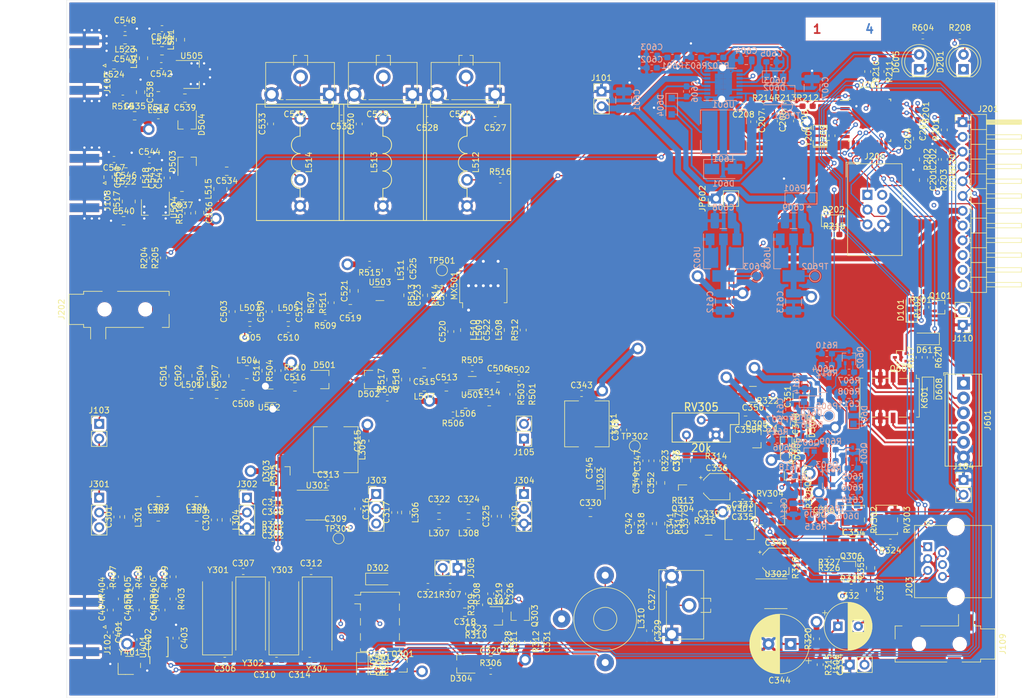
<source format=kicad_pcb>
(kicad_pcb (version 20171130) (host pcbnew 5.1.5)

  (general
    (thickness 1.6)
    (drawings 38)
    (tracks 1743)
    (zones 0)
    (modules 366)
    (nets 214)
  )

  (page A4)
  (layers
    (0 F.Cu signal)
    (1 In1.Cu signal)
    (2 In2.Cu signal)
    (31 B.Cu signal)
    (32 B.Adhes user hide)
    (33 F.Adhes user hide)
    (34 B.Paste user hide)
    (35 F.Paste user hide)
    (36 B.SilkS user hide)
    (37 F.SilkS user hide)
    (38 B.Mask user hide)
    (39 F.Mask user hide)
    (40 Dwgs.User user hide)
    (41 Cmts.User user hide)
    (42 Eco1.User user hide)
    (43 Eco2.User user hide)
    (44 Edge.Cuts user hide)
    (45 Margin user)
    (46 B.CrtYd user)
    (47 F.CrtYd user hide)
    (48 B.Fab user hide)
    (49 F.Fab user hide)
  )

  (setup
    (last_trace_width 0.2)
    (user_trace_width 0.2)
    (user_trace_width 0.3)
    (user_trace_width 1)
    (trace_clearance 0.2)
    (zone_clearance 0.8)
    (zone_45_only no)
    (trace_min 0.2)
    (via_size 0.8)
    (via_drill 0.4)
    (via_min_size 0.4)
    (via_min_drill 0.3)
    (user_via 0.8 0.4)
    (user_via 2 1.2)
    (uvia_size 0.3)
    (uvia_drill 0.1)
    (uvias_allowed no)
    (uvia_min_size 0.2)
    (uvia_min_drill 0.1)
    (edge_width 0.05)
    (segment_width 0.2)
    (pcb_text_width 0.3)
    (pcb_text_size 1.5 1.5)
    (mod_edge_width 0.1)
    (mod_text_size 0.8 0.8)
    (mod_text_width 0.1)
    (pad_size 1.524 1.524)
    (pad_drill 0.762)
    (pad_to_mask_clearance 0.051)
    (solder_mask_min_width 0.25)
    (aux_axis_origin 0 0)
    (visible_elements FFFFFF7F)
    (pcbplotparams
      (layerselection 0x010fc_ffffffff)
      (usegerberextensions false)
      (usegerberattributes false)
      (usegerberadvancedattributes false)
      (creategerberjobfile false)
      (excludeedgelayer true)
      (linewidth 0.100000)
      (plotframeref false)
      (viasonmask false)
      (mode 1)
      (useauxorigin false)
      (hpglpennumber 1)
      (hpglpenspeed 20)
      (hpglpendiameter 15.000000)
      (psnegative false)
      (psa4output false)
      (plotreference true)
      (plotvalue true)
      (plotinvisibletext false)
      (padsonsilk false)
      (subtractmaskfromsilk false)
      (outputformat 1)
      (mirror false)
      (drillshape 1)
      (scaleselection 1)
      (outputdirectory ""))
  )

  (net 0 "")
  (net 1 /Control/ENC_B)
  (net 2 GND)
  (net 3 /Control/ENC_A)
  (net 4 "Net-(C203-Pad2)")
  (net 5 +3V3)
  (net 6 "Net-(C205-Pad1)")
  (net 7 "Net-(C206-Pad1)")
  (net 8 "Net-(C207-Pad1)")
  (net 9 /Baseband/CW_TONE)
  (net 10 "Net-(C301-Pad2)")
  (net 11 "Net-(C302-Pad2)")
  (net 12 "Net-(C303-Pad2)")
  (net 13 "Net-(C304-Pad2)")
  (net 14 "Net-(C306-Pad2)")
  (net 15 "Net-(C307-Pad2)")
  (net 16 "Net-(C308-Pad2)")
  (net 17 "Net-(C308-Pad1)")
  (net 18 /Baseband/LO1)
  (net 19 "Net-(C309-Pad1)")
  (net 20 "Net-(C310-Pad2)")
  (net 21 "Net-(C311-Pad2)")
  (net 22 "Net-(C312-Pad2)")
  (net 23 "Net-(C313-Pad2)")
  (net 24 "Net-(C314-Pad2)")
  (net 25 +8V)
  (net 26 "Net-(C316-Pad2)")
  (net 27 "Net-(C316-Pad1)")
  (net 28 "Net-(C317-Pad2)")
  (net 29 "Net-(C318-Pad2)")
  (net 30 "Net-(C318-Pad1)")
  (net 31 /Baseband/CAG)
  (net 32 "Net-(C320-Pad2)")
  (net 33 "Net-(C320-Pad1)")
  (net 34 "Net-(C321-Pad1)")
  (net 35 "Net-(C322-Pad2)")
  (net 36 "Net-(C323-Pad2)")
  (net 37 "Net-(C324-Pad2)")
  (net 38 "Net-(C327-Pad2)")
  (net 39 "Net-(C328-Pad2)")
  (net 40 "Net-(C330-Pad2)")
  (net 41 "Net-(C330-Pad1)")
  (net 42 +8VRX)
  (net 43 /Baseband/SPKR)
  (net 44 "Net-(C332-Pad1)")
  (net 45 "Net-(C333-Pad2)")
  (net 46 "Net-(C333-Pad1)")
  (net 47 "Net-(C334-Pad2)")
  (net 48 "Net-(C336-Pad1)")
  (net 49 "Net-(C337-Pad2)")
  (net 50 "Net-(C337-Pad1)")
  (net 51 /Baseband/BFO)
  (net 52 "Net-(C338-Pad1)")
  (net 53 "Net-(C339-Pad1)")
  (net 54 "Net-(C340-Pad2)")
  (net 55 "Net-(C340-Pad1)")
  (net 56 "Net-(C342-Pad2)")
  (net 57 "Net-(C344-Pad1)")
  (net 58 "Net-(C345-Pad2)")
  (net 59 "Net-(C346-Pad2)")
  (net 60 "Net-(C347-Pad2)")
  (net 61 "Net-(C347-Pad1)")
  (net 62 "Net-(C348-Pad2)")
  (net 63 "Net-(C348-Pad1)")
  (net 64 "Net-(C351-Pad1)")
  (net 65 "Net-(C352-Pad2)")
  (net 66 "Net-(C353-Pad1)")
  (net 67 "Net-(C354-Pad1)")
  (net 68 "Net-(C355-Pad2)")
  (net 69 "Net-(C355-Pad1)")
  (net 70 "Net-(C356-Pad2)")
  (net 71 "Net-(C358-Pad2)")
  (net 72 "Net-(C358-Pad1)")
  (net 73 "Net-(C401-Pad2)")
  (net 74 /Clock/REF_25MHz)
  (net 75 "Net-(C404-Pad2)")
  (net 76 "Net-(C404-Pad1)")
  (net 77 "Net-(C405-Pad2)")
  (net 78 "Net-(C405-Pad1)")
  (net 79 "Net-(C406-Pad2)")
  (net 80 "Net-(C406-Pad1)")
  (net 81 /HF_RX)
  (net 82 "Net-(C501-Pad1)")
  (net 83 /VHF_LO)
  (net 84 "Net-(C504-Pad1)")
  (net 85 "Net-(C505-Pad1)")
  (net 86 "Net-(C506-Pad2)")
  (net 87 "Net-(C506-Pad1)")
  (net 88 "Net-(C507-Pad1)")
  (net 89 "Net-(C508-Pad1)")
  (net 90 "Net-(C510-Pad1)")
  (net 91 "Net-(C511-Pad1)")
  (net 92 "Net-(C513-Pad2)")
  (net 93 "Net-(C513-Pad1)")
  (net 94 "Net-(C514-Pad1)")
  (net 95 "Net-(C516-Pad2)")
  (net 96 "Net-(C516-Pad1)")
  (net 97 "Net-(C517-Pad2)")
  (net 98 "Net-(C517-Pad1)")
  (net 99 "Net-(C519-Pad2)")
  (net 100 "Net-(C519-Pad1)")
  (net 101 "Net-(C520-Pad1)")
  (net 102 "Net-(C522-Pad2)")
  (net 103 "Net-(C522-Pad1)")
  (net 104 "Net-(C523-Pad2)")
  (net 105 "Net-(C523-Pad1)")
  (net 106 "Net-(C524-Pad2)")
  (net 107 "Net-(C524-Pad1)")
  (net 108 "Net-(C525-Pad1)")
  (net 109 "Net-(C526-Pad2)")
  (net 110 "Net-(C528-Pad2)")
  (net 111 "Net-(C531-Pad2)")
  (net 112 "Net-(C534-Pad2)")
  (net 113 "Net-(C534-Pad1)")
  (net 114 +5RX)
  (net 115 +5TX)
  (net 116 "Net-(C537-Pad2)")
  (net 117 "Net-(C537-Pad1)")
  (net 118 "Net-(C538-Pad2)")
  (net 119 "Net-(C539-Pad2)")
  (net 120 "Net-(C539-Pad1)")
  (net 121 "Net-(C541-Pad1)")
  (net 122 "Net-(C542-Pad2)")
  (net 123 "Net-(C542-Pad1)")
  (net 124 "Net-(C543-Pad1)")
  (net 125 "Net-(C545-Pad1)")
  (net 126 "Net-(C546-Pad1)")
  (net 127 "Net-(C548-Pad1)")
  (net 128 "Net-(C549-Pad2)")
  (net 129 "Net-(C549-Pad1)")
  (net 130 /VHF_TX)
  (net 131 +12V)
  (net 132 "Net-(C602-Pad1)")
  (net 133 "Net-(C603-Pad1)")
  (net 134 "Net-(C604-Pad1)")
  (net 135 "Net-(C605-Pad2)")
  (net 136 "Net-(C606-Pad2)")
  (net 137 "Net-(C606-Pad1)")
  (net 138 "Net-(C608-Pad1)")
  (net 139 "Net-(C609-Pad1)")
  (net 140 "Net-(C610-Pad2)")
  (net 141 "Net-(C611-Pad2)")
  (net 142 +5VA)
  (net 143 "Net-(C614-Pad1)")
  (net 144 "Net-(C615-Pad1)")
  (net 145 "Net-(D201-Pad2)")
  (net 146 /Control/D6_PWM)
  (net 147 /Control/RESETn)
  (net 148 "Net-(D301-Pad2)")
  (net 149 /Control/SEQ0n)
  (net 150 "Net-(D302-Pad1)")
  (net 151 "Net-(D603-Pad2)")
  (net 152 "Net-(D605-Pad1)")
  (net 153 "Net-(D608-Pad1)")
  (net 154 "Net-(D611-Pad2)")
  (net 155 /Control/SEQ2n)
  (net 156 /Baseband/METER)
  (net 157 /HF_TX)
  (net 158 /VHF_RX)
  (net 159 /Control/BTN0)
  (net 160 /Control/BTN1)
  (net 161 /Control/BTN2)
  (net 162 /Control/BTN3)
  (net 163 SDA)
  (net 164 SCL)
  (net 165 "Net-(J201-Pad4)")
  (net 166 "Net-(J201-Pad3)")
  (net 167 "Net-(J201-Pad2)")
  (net 168 "Net-(J202-PadT)")
  (net 169 "Net-(J202-PadR)")
  (net 170 /Control/MIC_SW2)
  (net 171 /Baseband/MIC)
  (net 172 /Control/MIC_SW1)
  (net 173 +8VTX)
  (net 174 "Net-(J601-Pad5)")
  (net 175 "Net-(J601-Pad4)")
  (net 176 "Net-(J601-Pad3)")
  (net 177 "Net-(J601-Pad2)")
  (net 178 "Net-(K301-Pad2)")
  (net 179 "Net-(K301-Pad4)")
  (net 180 "Net-(L512-Pad2)")
  (net 181 "Net-(L520-Pad2)")
  (net 182 "Net-(MX501-Pad3)")
  (net 183 "Net-(MX501-Pad6)")
  (net 184 "Net-(Q301-Pad1)")
  (net 185 "Net-(Q302-Pad3)")
  (net 186 "Net-(Q307-Pad2)")
  (net 187 "Net-(Q307-Pad1)")
  (net 188 "Net-(Q601-Pad3)")
  (net 189 "Net-(Q601-Pad1)")
  (net 190 "Net-(Q602-Pad3)")
  (net 191 "Net-(Q602-Pad1)")
  (net 192 "Net-(Q603-Pad1)")
  (net 193 "Net-(Q604-Pad1)")
  (net 194 "Net-(Q607-Pad1)")
  (net 195 /Control/ENC_BTN)
  (net 196 /Control/CW_INPUT)
  (net 197 /Control/XTAL1)
  (net 198 /Control/XTAL2)
  (net 199 /Control/D3_PWM)
  (net 200 /Baseband/CW_KEYn)
  (net 201 "Net-(R319-Pad1)")
  (net 202 "Net-(R324-Pad1)")
  (net 203 /Baseband/MUTE_SPKR)
  (net 204 "Net-(R602-Pad1)")
  (net 205 "Net-(U401-Pad3)")
  (net 206 /IF_RX)
  (net 207 /IF_TX)
  (net 208 "Net-(D101-Pad2)")
  (net 209 /Control/SEQ1n)
  (net 210 "Net-(J106-Pad2)")
  (net 211 "Net-(J110-Pad2)")
  (net 212 "Net-(Q101-Pad1)")
  (net 213 /AF_OUT)

  (net_class Default "This is the default net class."
    (clearance 0.2)
    (trace_width 0.2)
    (via_dia 0.8)
    (via_drill 0.4)
    (uvia_dia 0.3)
    (uvia_drill 0.1)
    (add_net /AF_OUT)
    (add_net /Baseband/BFO)
    (add_net /Baseband/CAG)
    (add_net /Baseband/CW_KEYn)
    (add_net /Baseband/CW_TONE)
    (add_net /Baseband/LO1)
    (add_net /Baseband/METER)
    (add_net /Baseband/MIC)
    (add_net /Baseband/MUTE_SPKR)
    (add_net /Baseband/SPKR)
    (add_net /Clock/REF_25MHz)
    (add_net /Control/BTN0)
    (add_net /Control/BTN1)
    (add_net /Control/BTN2)
    (add_net /Control/BTN3)
    (add_net /Control/CW_INPUT)
    (add_net /Control/D3_PWM)
    (add_net /Control/D6_PWM)
    (add_net /Control/ENC_A)
    (add_net /Control/ENC_B)
    (add_net /Control/ENC_BTN)
    (add_net /Control/MIC_SW1)
    (add_net /Control/MIC_SW2)
    (add_net /Control/RESETn)
    (add_net /Control/SEQ0n)
    (add_net /Control/SEQ1n)
    (add_net /Control/SEQ2n)
    (add_net /Control/XTAL1)
    (add_net /Control/XTAL2)
    (add_net /HF_RX)
    (add_net /HF_TX)
    (add_net /IF_RX)
    (add_net /IF_TX)
    (add_net /VHF_LO)
    (add_net /VHF_RX)
    (add_net /VHF_TX)
    (add_net "Net-(C203-Pad2)")
    (add_net "Net-(C205-Pad1)")
    (add_net "Net-(C206-Pad1)")
    (add_net "Net-(C207-Pad1)")
    (add_net "Net-(C301-Pad2)")
    (add_net "Net-(C302-Pad2)")
    (add_net "Net-(C303-Pad2)")
    (add_net "Net-(C304-Pad2)")
    (add_net "Net-(C306-Pad2)")
    (add_net "Net-(C307-Pad2)")
    (add_net "Net-(C308-Pad1)")
    (add_net "Net-(C308-Pad2)")
    (add_net "Net-(C309-Pad1)")
    (add_net "Net-(C310-Pad2)")
    (add_net "Net-(C311-Pad2)")
    (add_net "Net-(C312-Pad2)")
    (add_net "Net-(C313-Pad2)")
    (add_net "Net-(C314-Pad2)")
    (add_net "Net-(C316-Pad1)")
    (add_net "Net-(C316-Pad2)")
    (add_net "Net-(C317-Pad2)")
    (add_net "Net-(C318-Pad1)")
    (add_net "Net-(C318-Pad2)")
    (add_net "Net-(C320-Pad1)")
    (add_net "Net-(C320-Pad2)")
    (add_net "Net-(C321-Pad1)")
    (add_net "Net-(C322-Pad2)")
    (add_net "Net-(C323-Pad2)")
    (add_net "Net-(C324-Pad2)")
    (add_net "Net-(C327-Pad2)")
    (add_net "Net-(C328-Pad2)")
    (add_net "Net-(C330-Pad1)")
    (add_net "Net-(C330-Pad2)")
    (add_net "Net-(C332-Pad1)")
    (add_net "Net-(C333-Pad1)")
    (add_net "Net-(C333-Pad2)")
    (add_net "Net-(C334-Pad2)")
    (add_net "Net-(C336-Pad1)")
    (add_net "Net-(C337-Pad1)")
    (add_net "Net-(C337-Pad2)")
    (add_net "Net-(C338-Pad1)")
    (add_net "Net-(C339-Pad1)")
    (add_net "Net-(C340-Pad1)")
    (add_net "Net-(C340-Pad2)")
    (add_net "Net-(C342-Pad2)")
    (add_net "Net-(C344-Pad1)")
    (add_net "Net-(C345-Pad2)")
    (add_net "Net-(C346-Pad2)")
    (add_net "Net-(C347-Pad1)")
    (add_net "Net-(C347-Pad2)")
    (add_net "Net-(C348-Pad1)")
    (add_net "Net-(C348-Pad2)")
    (add_net "Net-(C351-Pad1)")
    (add_net "Net-(C352-Pad2)")
    (add_net "Net-(C353-Pad1)")
    (add_net "Net-(C354-Pad1)")
    (add_net "Net-(C355-Pad1)")
    (add_net "Net-(C355-Pad2)")
    (add_net "Net-(C356-Pad2)")
    (add_net "Net-(C358-Pad1)")
    (add_net "Net-(C358-Pad2)")
    (add_net "Net-(C401-Pad2)")
    (add_net "Net-(C404-Pad1)")
    (add_net "Net-(C404-Pad2)")
    (add_net "Net-(C405-Pad1)")
    (add_net "Net-(C405-Pad2)")
    (add_net "Net-(C406-Pad1)")
    (add_net "Net-(C406-Pad2)")
    (add_net "Net-(C501-Pad1)")
    (add_net "Net-(C504-Pad1)")
    (add_net "Net-(C505-Pad1)")
    (add_net "Net-(C506-Pad1)")
    (add_net "Net-(C506-Pad2)")
    (add_net "Net-(C507-Pad1)")
    (add_net "Net-(C508-Pad1)")
    (add_net "Net-(C510-Pad1)")
    (add_net "Net-(C511-Pad1)")
    (add_net "Net-(C513-Pad1)")
    (add_net "Net-(C513-Pad2)")
    (add_net "Net-(C514-Pad1)")
    (add_net "Net-(C516-Pad1)")
    (add_net "Net-(C516-Pad2)")
    (add_net "Net-(C517-Pad1)")
    (add_net "Net-(C517-Pad2)")
    (add_net "Net-(C519-Pad1)")
    (add_net "Net-(C519-Pad2)")
    (add_net "Net-(C520-Pad1)")
    (add_net "Net-(C522-Pad1)")
    (add_net "Net-(C522-Pad2)")
    (add_net "Net-(C523-Pad1)")
    (add_net "Net-(C523-Pad2)")
    (add_net "Net-(C524-Pad1)")
    (add_net "Net-(C524-Pad2)")
    (add_net "Net-(C525-Pad1)")
    (add_net "Net-(C526-Pad2)")
    (add_net "Net-(C528-Pad2)")
    (add_net "Net-(C531-Pad2)")
    (add_net "Net-(C534-Pad1)")
    (add_net "Net-(C534-Pad2)")
    (add_net "Net-(C537-Pad1)")
    (add_net "Net-(C537-Pad2)")
    (add_net "Net-(C538-Pad2)")
    (add_net "Net-(C539-Pad1)")
    (add_net "Net-(C539-Pad2)")
    (add_net "Net-(C541-Pad1)")
    (add_net "Net-(C542-Pad1)")
    (add_net "Net-(C542-Pad2)")
    (add_net "Net-(C543-Pad1)")
    (add_net "Net-(C545-Pad1)")
    (add_net "Net-(C546-Pad1)")
    (add_net "Net-(C548-Pad1)")
    (add_net "Net-(C549-Pad1)")
    (add_net "Net-(C549-Pad2)")
    (add_net "Net-(C602-Pad1)")
    (add_net "Net-(C603-Pad1)")
    (add_net "Net-(C604-Pad1)")
    (add_net "Net-(C605-Pad2)")
    (add_net "Net-(C606-Pad1)")
    (add_net "Net-(C606-Pad2)")
    (add_net "Net-(C608-Pad1)")
    (add_net "Net-(C609-Pad1)")
    (add_net "Net-(C610-Pad2)")
    (add_net "Net-(C611-Pad2)")
    (add_net "Net-(C614-Pad1)")
    (add_net "Net-(C615-Pad1)")
    (add_net "Net-(D101-Pad2)")
    (add_net "Net-(D201-Pad2)")
    (add_net "Net-(D301-Pad2)")
    (add_net "Net-(D302-Pad1)")
    (add_net "Net-(D603-Pad2)")
    (add_net "Net-(D605-Pad1)")
    (add_net "Net-(D608-Pad1)")
    (add_net "Net-(D611-Pad2)")
    (add_net "Net-(J106-Pad2)")
    (add_net "Net-(J110-Pad2)")
    (add_net "Net-(J201-Pad2)")
    (add_net "Net-(J201-Pad3)")
    (add_net "Net-(J201-Pad4)")
    (add_net "Net-(J202-PadR)")
    (add_net "Net-(J202-PadT)")
    (add_net "Net-(J601-Pad2)")
    (add_net "Net-(J601-Pad3)")
    (add_net "Net-(J601-Pad4)")
    (add_net "Net-(J601-Pad5)")
    (add_net "Net-(K301-Pad2)")
    (add_net "Net-(K301-Pad4)")
    (add_net "Net-(L512-Pad2)")
    (add_net "Net-(L520-Pad2)")
    (add_net "Net-(MX501-Pad3)")
    (add_net "Net-(MX501-Pad6)")
    (add_net "Net-(Q101-Pad1)")
    (add_net "Net-(Q301-Pad1)")
    (add_net "Net-(Q302-Pad3)")
    (add_net "Net-(Q307-Pad1)")
    (add_net "Net-(Q307-Pad2)")
    (add_net "Net-(Q601-Pad1)")
    (add_net "Net-(Q601-Pad3)")
    (add_net "Net-(Q602-Pad1)")
    (add_net "Net-(Q602-Pad3)")
    (add_net "Net-(Q603-Pad1)")
    (add_net "Net-(Q604-Pad1)")
    (add_net "Net-(Q607-Pad1)")
    (add_net "Net-(R319-Pad1)")
    (add_net "Net-(R324-Pad1)")
    (add_net "Net-(R602-Pad1)")
    (add_net "Net-(U401-Pad3)")
    (add_net SCL)
    (add_net SDA)
  )

  (net_class Power ""
    (clearance 0.2)
    (trace_width 1)
    (via_dia 2)
    (via_drill 1.2)
    (uvia_dia 0.3)
    (uvia_drill 0.1)
    (add_net +12V)
    (add_net +3V3)
    (add_net +5RX)
    (add_net +5TX)
    (add_net +5VA)
    (add_net +8V)
    (add_net +8VRX)
    (add_net +8VTX)
    (add_net GND)
  )

  (module LED_THT:LED_D5.0mm (layer F.Cu) (tedit 5995936A) (tstamp 5E581AB7)
    (at 176.53 41.91 90)
    (descr "LED, diameter 5.0mm, 2 pins, http://cdn-reichelt.de/documents/datenblatt/A500/LL-504BC2E-009.pdf")
    (tags "LED diameter 5.0mm 2 pins")
    (path /5E2DC494/5D86AD14)
    (fp_text reference D605 (at 1.27 -3.96 90) (layer F.SilkS)
      (effects (font (size 1 1) (thickness 0.15)))
    )
    (fp_text value LED_PWR (at 1.27 3.96 90) (layer F.Fab)
      (effects (font (size 1 1) (thickness 0.15)))
    )
    (fp_text user %R (at 1.25 0 90) (layer F.Fab)
      (effects (font (size 0.8 0.8) (thickness 0.2)))
    )
    (fp_line (start 4.5 -3.25) (end -1.95 -3.25) (layer F.CrtYd) (width 0.05))
    (fp_line (start 4.5 3.25) (end 4.5 -3.25) (layer F.CrtYd) (width 0.05))
    (fp_line (start -1.95 3.25) (end 4.5 3.25) (layer F.CrtYd) (width 0.05))
    (fp_line (start -1.95 -3.25) (end -1.95 3.25) (layer F.CrtYd) (width 0.05))
    (fp_line (start -1.29 -1.545) (end -1.29 1.545) (layer F.SilkS) (width 0.12))
    (fp_line (start -1.23 -1.469694) (end -1.23 1.469694) (layer F.Fab) (width 0.1))
    (fp_circle (center 1.27 0) (end 3.77 0) (layer F.SilkS) (width 0.12))
    (fp_circle (center 1.27 0) (end 3.77 0) (layer F.Fab) (width 0.1))
    (fp_arc (start 1.27 0) (end -1.29 1.54483) (angle -148.9) (layer F.SilkS) (width 0.12))
    (fp_arc (start 1.27 0) (end -1.29 -1.54483) (angle 148.9) (layer F.SilkS) (width 0.12))
    (fp_arc (start 1.27 0) (end -1.23 -1.469694) (angle 299.1) (layer F.Fab) (width 0.1))
    (pad 2 thru_hole circle (at 2.54 0 90) (size 1.8 1.8) (drill 0.9) (layers *.Cu *.Mask)
      (net 25 +8V))
    (pad 1 thru_hole rect (at 0 0 90) (size 1.8 1.8) (drill 0.9) (layers *.Cu *.Mask)
      (net 152 "Net-(D605-Pad1)"))
    (model ${KISYS3DMOD}/LED_THT.3dshapes/LED_D5.0mm.wrl
      (at (xyz 0 0 0))
      (scale (xyz 1 1 1))
      (rotate (xyz 0 0 0))
    )
  )

  (module Resistor_SMD:R_0603_1608Metric_Pad1.05x0.95mm_HandSolder (layer F.Cu) (tedit 5B301BBD) (tstamp 5E62CA46)
    (at 177.673 82.804 90)
    (descr "Resistor SMD 0603 (1608 Metric), square (rectangular) end terminal, IPC_7351 nominal with elongated pad for handsoldering. (Body size source: http://www.tortai-tech.com/upload/download/2011102023233369053.pdf), generated with kicad-footprint-generator")
    (tags "resistor handsolder")
    (path /5E674E39)
    (attr smd)
    (fp_text reference R102 (at 0 -1.43 90) (layer F.SilkS)
      (effects (font (size 1 1) (thickness 0.15)))
    )
    (fp_text value 10k (at 0 1.43 90) (layer F.Fab)
      (effects (font (size 1 1) (thickness 0.15)))
    )
    (fp_text user %R (at 0 0 90) (layer F.Fab)
      (effects (font (size 0.4 0.4) (thickness 0.06)))
    )
    (fp_line (start 1.65 0.73) (end -1.65 0.73) (layer F.CrtYd) (width 0.05))
    (fp_line (start 1.65 -0.73) (end 1.65 0.73) (layer F.CrtYd) (width 0.05))
    (fp_line (start -1.65 -0.73) (end 1.65 -0.73) (layer F.CrtYd) (width 0.05))
    (fp_line (start -1.65 0.73) (end -1.65 -0.73) (layer F.CrtYd) (width 0.05))
    (fp_line (start -0.171267 0.51) (end 0.171267 0.51) (layer F.SilkS) (width 0.12))
    (fp_line (start -0.171267 -0.51) (end 0.171267 -0.51) (layer F.SilkS) (width 0.12))
    (fp_line (start 0.8 0.4) (end -0.8 0.4) (layer F.Fab) (width 0.1))
    (fp_line (start 0.8 -0.4) (end 0.8 0.4) (layer F.Fab) (width 0.1))
    (fp_line (start -0.8 -0.4) (end 0.8 -0.4) (layer F.Fab) (width 0.1))
    (fp_line (start -0.8 0.4) (end -0.8 -0.4) (layer F.Fab) (width 0.1))
    (pad 2 smd roundrect (at 0.875 0 90) (size 1.05 0.95) (layers F.Cu F.Paste F.Mask) (roundrect_rratio 0.25)
      (net 212 "Net-(Q101-Pad1)"))
    (pad 1 smd roundrect (at -0.875 0 90) (size 1.05 0.95) (layers F.Cu F.Paste F.Mask) (roundrect_rratio 0.25)
      (net 131 +12V))
    (model ${KISYS3DMOD}/Resistor_SMD.3dshapes/R_0603_1608Metric.wrl
      (at (xyz 0 0 0))
      (scale (xyz 1 1 1))
      (rotate (xyz 0 0 0))
    )
  )

  (module Resistor_SMD:R_0603_1608Metric_Pad1.05x0.95mm_HandSolder (layer F.Cu) (tedit 5B301BBD) (tstamp 5E62CA35)
    (at 176.784 80.137 180)
    (descr "Resistor SMD 0603 (1608 Metric), square (rectangular) end terminal, IPC_7351 nominal with elongated pad for handsoldering. (Body size source: http://www.tortai-tech.com/upload/download/2011102023233369053.pdf), generated with kicad-footprint-generator")
    (tags "resistor handsolder")
    (path /5E674E25)
    (attr smd)
    (fp_text reference R101 (at 0 -1.43) (layer F.SilkS)
      (effects (font (size 1 1) (thickness 0.15)))
    )
    (fp_text value 470 (at 0 1.43) (layer F.Fab)
      (effects (font (size 1 1) (thickness 0.15)))
    )
    (fp_text user %R (at 0 0) (layer F.Fab)
      (effects (font (size 0.4 0.4) (thickness 0.06)))
    )
    (fp_line (start 1.65 0.73) (end -1.65 0.73) (layer F.CrtYd) (width 0.05))
    (fp_line (start 1.65 -0.73) (end 1.65 0.73) (layer F.CrtYd) (width 0.05))
    (fp_line (start -1.65 -0.73) (end 1.65 -0.73) (layer F.CrtYd) (width 0.05))
    (fp_line (start -1.65 0.73) (end -1.65 -0.73) (layer F.CrtYd) (width 0.05))
    (fp_line (start -0.171267 0.51) (end 0.171267 0.51) (layer F.SilkS) (width 0.12))
    (fp_line (start -0.171267 -0.51) (end 0.171267 -0.51) (layer F.SilkS) (width 0.12))
    (fp_line (start 0.8 0.4) (end -0.8 0.4) (layer F.Fab) (width 0.1))
    (fp_line (start 0.8 -0.4) (end 0.8 0.4) (layer F.Fab) (width 0.1))
    (fp_line (start -0.8 -0.4) (end 0.8 -0.4) (layer F.Fab) (width 0.1))
    (fp_line (start -0.8 0.4) (end -0.8 -0.4) (layer F.Fab) (width 0.1))
    (pad 2 smd roundrect (at 0.875 0 180) (size 1.05 0.95) (layers F.Cu F.Paste F.Mask) (roundrect_rratio 0.25)
      (net 208 "Net-(D101-Pad2)"))
    (pad 1 smd roundrect (at -0.875 0 180) (size 1.05 0.95) (layers F.Cu F.Paste F.Mask) (roundrect_rratio 0.25)
      (net 212 "Net-(Q101-Pad1)"))
    (model ${KISYS3DMOD}/Resistor_SMD.3dshapes/R_0603_1608Metric.wrl
      (at (xyz 0 0 0))
      (scale (xyz 1 1 1))
      (rotate (xyz 0 0 0))
    )
  )

  (module Package_TO_SOT_SMD:SOT-323_SC-70 (layer F.Cu) (tedit 5A02FF57) (tstamp 5E62C7F4)
    (at 180.213 82.804)
    (descr "SOT-323, SC-70")
    (tags "SOT-323 SC-70")
    (path /5E674E41)
    (attr smd)
    (fp_text reference Q101 (at -0.05 -1.95) (layer F.SilkS)
      (effects (font (size 1 1) (thickness 0.15)))
    )
    (fp_text value BC856W (at -0.05 2.05) (layer F.Fab)
      (effects (font (size 1 1) (thickness 0.15)))
    )
    (fp_line (start -0.18 -1.1) (end -0.68 -0.6) (layer F.Fab) (width 0.1))
    (fp_line (start 0.67 1.1) (end -0.68 1.1) (layer F.Fab) (width 0.1))
    (fp_line (start 0.67 -1.1) (end 0.67 1.1) (layer F.Fab) (width 0.1))
    (fp_line (start -0.68 -0.6) (end -0.68 1.1) (layer F.Fab) (width 0.1))
    (fp_line (start 0.67 -1.1) (end -0.18 -1.1) (layer F.Fab) (width 0.1))
    (fp_line (start -0.68 1.16) (end 0.73 1.16) (layer F.SilkS) (width 0.12))
    (fp_line (start 0.73 -1.16) (end -1.3 -1.16) (layer F.SilkS) (width 0.12))
    (fp_line (start -1.7 1.3) (end -1.7 -1.3) (layer F.CrtYd) (width 0.05))
    (fp_line (start -1.7 -1.3) (end 1.7 -1.3) (layer F.CrtYd) (width 0.05))
    (fp_line (start 1.7 -1.3) (end 1.7 1.3) (layer F.CrtYd) (width 0.05))
    (fp_line (start 1.7 1.3) (end -1.7 1.3) (layer F.CrtYd) (width 0.05))
    (fp_line (start 0.73 -1.16) (end 0.73 -0.5) (layer F.SilkS) (width 0.12))
    (fp_line (start 0.73 0.5) (end 0.73 1.16) (layer F.SilkS) (width 0.12))
    (fp_text user %R (at 0 0 90) (layer F.Fab)
      (effects (font (size 0.5 0.5) (thickness 0.075)))
    )
    (pad 3 smd rect (at 1 0 270) (size 0.45 0.7) (layers F.Cu F.Paste F.Mask)
      (net 211 "Net-(J110-Pad2)"))
    (pad 2 smd rect (at -1 0.65 270) (size 0.45 0.7) (layers F.Cu F.Paste F.Mask)
      (net 131 +12V))
    (pad 1 smd rect (at -1 -0.65 270) (size 0.45 0.7) (layers F.Cu F.Paste F.Mask)
      (net 212 "Net-(Q101-Pad1)"))
    (model ${KISYS3DMOD}/Package_TO_SOT_SMD.3dshapes/SOT-323_SC-70.wrl
      (at (xyz 0 0 0))
      (scale (xyz 1 1 1))
      (rotate (xyz 0 0 0))
    )
  )

  (module Connector_Audio:Jack_3.5mm_CUI_SJ-3524-SMT_Horizontal (layer F.Cu) (tedit 5C635470) (tstamp 5E5D4798)
    (at 38.989 83.185 90)
    (descr "3.5 mm, Stereo, Right Angle, Surface Mount (SMT), Audio Jack Connector (https://www.cui.com/product/resource/sj-352x-smt-series.pdf)")
    (tags "3.5mm audio cui horizontal jack stereo")
    (path /5E2FA006/5EF19C71)
    (attr smd)
    (fp_text reference J202 (at 0 -9.9 90) (layer F.SilkS)
      (effects (font (size 1 1) (thickness 0.15)))
    )
    (fp_text value "CW Key" (at 0 13 90) (layer F.Fab)
      (effects (font (size 1 1) (thickness 0.15)))
    )
    (fp_line (start -3.1 -2.3) (end -5.1 -2.3) (layer F.SilkS) (width 0.12))
    (fp_line (start -3.1 -4.9) (end -5.1 -4.9) (layer F.SilkS) (width 0.12))
    (fp_line (start -3.1 4.2) (end -3.1 -2.3) (layer F.SilkS) (width 0.12))
    (fp_line (start -3.1 8.6) (end -3.1 7.4) (layer F.SilkS) (width 0.12))
    (fp_line (start -0.85 8.6) (end -3.1 8.6) (layer F.SilkS) (width 0.12))
    (fp_line (start 3.1 8.6) (end 2.35 8.6) (layer F.SilkS) (width 0.12))
    (fp_line (start 3.1 -0.3) (end 3.1 8.6) (layer F.SilkS) (width 0.12))
    (fp_line (start 3.1 -6.1) (end 3.1 -2.9) (layer F.SilkS) (width 0.12))
    (fp_line (start 2.6 -6.1) (end 3.1 -6.1) (layer F.SilkS) (width 0.12))
    (fp_line (start 2.6 -8.6) (end 2.6 -6.1) (layer F.SilkS) (width 0.12))
    (fp_line (start -2.6 -8.6) (end 2.6 -8.6) (layer F.SilkS) (width 0.12))
    (fp_line (start -2.6 -6.1) (end -2.6 -8.6) (layer F.SilkS) (width 0.12))
    (fp_line (start -3.1 -6.1) (end -2.6 -6.1) (layer F.SilkS) (width 0.12))
    (fp_line (start -3.1 -4.9) (end -3.1 -6.1) (layer F.SilkS) (width 0.12))
    (fp_text user %R (at 0 0 90) (layer F.Fab)
      (effects (font (size 1 1) (thickness 0.15)))
    )
    (fp_line (start -5.6 -9) (end 5.6 -9) (layer F.CrtYd) (width 0.05))
    (fp_line (start -5.6 11.6) (end -5.6 -9) (layer F.CrtYd) (width 0.05))
    (fp_line (start 5.6 11.6) (end -5.6 11.6) (layer F.CrtYd) (width 0.05))
    (fp_line (start 5.6 -9) (end 5.6 11.6) (layer F.CrtYd) (width 0.05))
    (fp_line (start 2.5 -6) (end 3 -6) (layer F.Fab) (width 0.1))
    (fp_line (start 2.5 -8.5) (end 2.5 -6) (layer F.Fab) (width 0.1))
    (fp_line (start -2.5 -8.5) (end 2.5 -8.5) (layer F.Fab) (width 0.1))
    (fp_line (start -2.5 -6) (end -2.5 -8.5) (layer F.Fab) (width 0.1))
    (fp_line (start -3 -6) (end -2.5 -6) (layer F.Fab) (width 0.1))
    (fp_line (start -3 8.5) (end -3 -6) (layer F.Fab) (width 0.1))
    (fp_line (start 3 8.5) (end -3 8.5) (layer F.Fab) (width 0.1))
    (fp_line (start 3 -6) (end 3 8.5) (layer F.Fab) (width 0.1))
    (pad "" np_thru_hole circle (at 0 4.5 90) (size 1.7 1.7) (drill 1.7) (layers *.Cu *.Mask))
    (pad "" np_thru_hole circle (at 0 -2.5 90) (size 1.7 1.7) (drill 1.7) (layers *.Cu *.Mask))
    (pad T smd rect (at -3.7 5.8 90) (size 2.8 2.8) (layers F.Cu F.Paste F.Mask)
      (net 168 "Net-(J202-PadT)"))
    (pad TN smd rect (at 0.75 9.8 90) (size 2.8 2.6) (layers F.Cu F.Paste F.Mask))
    (pad S smd rect (at -3.7 -3.6 90) (size 2.8 2.2) (layers F.Cu F.Paste F.Mask)
      (net 2 GND))
    (pad R smd rect (at 3.7 -1.6 90) (size 2.8 2.2) (layers F.Cu F.Paste F.Mask)
      (net 169 "Net-(J202-PadR)"))
    (model ${KISYS3DMOD}/Connector_Audio.3dshapes/Jack_3.5mm_CUI_SJ-3524-SMT_Horizontal.wrl
      (at (xyz 0 0 0))
      (scale (xyz 1 1 1))
      (rotate (xyz 0 0 0))
    )
  )

  (module Connector_PinHeader_2.54mm:PinHeader_1x02_P2.54mm_Vertical (layer F.Cu) (tedit 59FED5CC) (tstamp 5E62BEA3)
    (at 184.023 85.852 180)
    (descr "Through hole straight pin header, 1x02, 2.54mm pitch, single row")
    (tags "Through hole pin header THT 1x02 2.54mm single row")
    (path /5E6799F7)
    (fp_text reference J110 (at 0 -2.33) (layer F.SilkS)
      (effects (font (size 1 1) (thickness 0.15)))
    )
    (fp_text value SEQ1 (at 0 4.87) (layer F.Fab)
      (effects (font (size 1 1) (thickness 0.15)))
    )
    (fp_text user %R (at 0 1.27 90) (layer F.Fab)
      (effects (font (size 1 1) (thickness 0.15)))
    )
    (fp_line (start 1.8 -1.8) (end -1.8 -1.8) (layer F.CrtYd) (width 0.05))
    (fp_line (start 1.8 4.35) (end 1.8 -1.8) (layer F.CrtYd) (width 0.05))
    (fp_line (start -1.8 4.35) (end 1.8 4.35) (layer F.CrtYd) (width 0.05))
    (fp_line (start -1.8 -1.8) (end -1.8 4.35) (layer F.CrtYd) (width 0.05))
    (fp_line (start -1.33 -1.33) (end 0 -1.33) (layer F.SilkS) (width 0.12))
    (fp_line (start -1.33 0) (end -1.33 -1.33) (layer F.SilkS) (width 0.12))
    (fp_line (start -1.33 1.27) (end 1.33 1.27) (layer F.SilkS) (width 0.12))
    (fp_line (start 1.33 1.27) (end 1.33 3.87) (layer F.SilkS) (width 0.12))
    (fp_line (start -1.33 1.27) (end -1.33 3.87) (layer F.SilkS) (width 0.12))
    (fp_line (start -1.33 3.87) (end 1.33 3.87) (layer F.SilkS) (width 0.12))
    (fp_line (start -1.27 -0.635) (end -0.635 -1.27) (layer F.Fab) (width 0.1))
    (fp_line (start -1.27 3.81) (end -1.27 -0.635) (layer F.Fab) (width 0.1))
    (fp_line (start 1.27 3.81) (end -1.27 3.81) (layer F.Fab) (width 0.1))
    (fp_line (start 1.27 -1.27) (end 1.27 3.81) (layer F.Fab) (width 0.1))
    (fp_line (start -0.635 -1.27) (end 1.27 -1.27) (layer F.Fab) (width 0.1))
    (pad 2 thru_hole oval (at 0 2.54 180) (size 1.7 1.7) (drill 1) (layers *.Cu *.Mask)
      (net 211 "Net-(J110-Pad2)"))
    (pad 1 thru_hole rect (at 0 0 180) (size 1.7 1.7) (drill 1) (layers *.Cu *.Mask)
      (net 2 GND))
    (model ${KISYS3DMOD}/Connector_PinHeader_2.54mm.3dshapes/PinHeader_1x02_P2.54mm_Vertical.wrl
      (at (xyz 0 0 0))
      (scale (xyz 1 1 1))
      (rotate (xyz 0 0 0))
    )
  )

  (module Connector_Audio:Jack_3.5mm_CUI_SJ-3524-SMT_Horizontal (layer F.Cu) (tedit 5C635470) (tstamp 5E62BE8D)
    (at 181 140.716 270)
    (descr "3.5 mm, Stereo, Right Angle, Surface Mount (SMT), Audio Jack Connector (https://www.cui.com/product/resource/sj-352x-smt-series.pdf)")
    (tags "3.5mm audio cui horizontal jack stereo")
    (path /5E69BCFD)
    (attr smd)
    (fp_text reference J109 (at 0 -9.9 90) (layer F.SilkS)
      (effects (font (size 1 1) (thickness 0.15)))
    )
    (fp_text value Headphones (at 0 13 90) (layer F.Fab)
      (effects (font (size 1 1) (thickness 0.15)))
    )
    (fp_line (start -3.1 -2.3) (end -5.1 -2.3) (layer F.SilkS) (width 0.12))
    (fp_line (start -3.1 -4.9) (end -5.1 -4.9) (layer F.SilkS) (width 0.12))
    (fp_line (start -3.1 4.2) (end -3.1 -2.3) (layer F.SilkS) (width 0.12))
    (fp_line (start -3.1 8.6) (end -3.1 7.4) (layer F.SilkS) (width 0.12))
    (fp_line (start -0.85 8.6) (end -3.1 8.6) (layer F.SilkS) (width 0.12))
    (fp_line (start 3.1 8.6) (end 2.35 8.6) (layer F.SilkS) (width 0.12))
    (fp_line (start 3.1 -0.3) (end 3.1 8.6) (layer F.SilkS) (width 0.12))
    (fp_line (start 3.1 -6.1) (end 3.1 -2.9) (layer F.SilkS) (width 0.12))
    (fp_line (start 2.6 -6.1) (end 3.1 -6.1) (layer F.SilkS) (width 0.12))
    (fp_line (start 2.6 -8.6) (end 2.6 -6.1) (layer F.SilkS) (width 0.12))
    (fp_line (start -2.6 -8.6) (end 2.6 -8.6) (layer F.SilkS) (width 0.12))
    (fp_line (start -2.6 -6.1) (end -2.6 -8.6) (layer F.SilkS) (width 0.12))
    (fp_line (start -3.1 -6.1) (end -2.6 -6.1) (layer F.SilkS) (width 0.12))
    (fp_line (start -3.1 -4.9) (end -3.1 -6.1) (layer F.SilkS) (width 0.12))
    (fp_text user %R (at 0 0 90) (layer F.Fab)
      (effects (font (size 1 1) (thickness 0.15)))
    )
    (fp_line (start -5.6 -9) (end 5.6 -9) (layer F.CrtYd) (width 0.05))
    (fp_line (start -5.6 11.6) (end -5.6 -9) (layer F.CrtYd) (width 0.05))
    (fp_line (start 5.6 11.6) (end -5.6 11.6) (layer F.CrtYd) (width 0.05))
    (fp_line (start 5.6 -9) (end 5.6 11.6) (layer F.CrtYd) (width 0.05))
    (fp_line (start 2.5 -6) (end 3 -6) (layer F.Fab) (width 0.1))
    (fp_line (start 2.5 -8.5) (end 2.5 -6) (layer F.Fab) (width 0.1))
    (fp_line (start -2.5 -8.5) (end 2.5 -8.5) (layer F.Fab) (width 0.1))
    (fp_line (start -2.5 -6) (end -2.5 -8.5) (layer F.Fab) (width 0.1))
    (fp_line (start -3 -6) (end -2.5 -6) (layer F.Fab) (width 0.1))
    (fp_line (start -3 8.5) (end -3 -6) (layer F.Fab) (width 0.1))
    (fp_line (start 3 8.5) (end -3 8.5) (layer F.Fab) (width 0.1))
    (fp_line (start 3 -6) (end 3 8.5) (layer F.Fab) (width 0.1))
    (pad "" np_thru_hole circle (at 0 4.5 270) (size 1.7 1.7) (drill 1.7) (layers *.Cu *.Mask))
    (pad "" np_thru_hole circle (at 0 -2.5 270) (size 1.7 1.7) (drill 1.7) (layers *.Cu *.Mask))
    (pad T smd rect (at -3.7 5.8 270) (size 2.8 2.8) (layers F.Cu F.Paste F.Mask)
      (net 43 /Baseband/SPKR))
    (pad TN smd rect (at 0.75 9.8 270) (size 2.8 2.6) (layers F.Cu F.Paste F.Mask)
      (net 210 "Net-(J106-Pad2)"))
    (pad S smd rect (at -3.7 -3.6 270) (size 2.8 2.2) (layers F.Cu F.Paste F.Mask)
      (net 2 GND))
    (pad R smd rect (at 3.7 -1.6 270) (size 2.8 2.2) (layers F.Cu F.Paste F.Mask))
    (model ${KISYS3DMOD}/Connector_Audio.3dshapes/Jack_3.5mm_CUI_SJ-3524-SMT_Horizontal.wrl
      (at (xyz 0 0 0))
      (scale (xyz 1 1 1))
      (rotate (xyz 0 0 0))
    )
  )

  (module Diode_SMD:D_SOD-123F (layer F.Cu) (tedit 587F7769) (tstamp 5E62B8A8)
    (at 175.26 83.185 90)
    (descr D_SOD-123F)
    (tags D_SOD-123F)
    (path /5E674E2D)
    (attr smd)
    (fp_text reference D101 (at -0.127 -1.905 90) (layer F.SilkS)
      (effects (font (size 1 1) (thickness 0.15)))
    )
    (fp_text value 1N4148W (at 0 2.1 90) (layer F.Fab)
      (effects (font (size 1 1) (thickness 0.15)))
    )
    (fp_line (start -2.2 -1) (end 1.65 -1) (layer F.SilkS) (width 0.12))
    (fp_line (start -2.2 1) (end 1.65 1) (layer F.SilkS) (width 0.12))
    (fp_line (start -2.2 -1.15) (end -2.2 1.15) (layer F.CrtYd) (width 0.05))
    (fp_line (start 2.2 1.15) (end -2.2 1.15) (layer F.CrtYd) (width 0.05))
    (fp_line (start 2.2 -1.15) (end 2.2 1.15) (layer F.CrtYd) (width 0.05))
    (fp_line (start -2.2 -1.15) (end 2.2 -1.15) (layer F.CrtYd) (width 0.05))
    (fp_line (start -1.4 -0.9) (end 1.4 -0.9) (layer F.Fab) (width 0.1))
    (fp_line (start 1.4 -0.9) (end 1.4 0.9) (layer F.Fab) (width 0.1))
    (fp_line (start 1.4 0.9) (end -1.4 0.9) (layer F.Fab) (width 0.1))
    (fp_line (start -1.4 0.9) (end -1.4 -0.9) (layer F.Fab) (width 0.1))
    (fp_line (start -0.75 0) (end -0.35 0) (layer F.Fab) (width 0.1))
    (fp_line (start -0.35 0) (end -0.35 -0.55) (layer F.Fab) (width 0.1))
    (fp_line (start -0.35 0) (end -0.35 0.55) (layer F.Fab) (width 0.1))
    (fp_line (start -0.35 0) (end 0.25 -0.4) (layer F.Fab) (width 0.1))
    (fp_line (start 0.25 -0.4) (end 0.25 0.4) (layer F.Fab) (width 0.1))
    (fp_line (start 0.25 0.4) (end -0.35 0) (layer F.Fab) (width 0.1))
    (fp_line (start 0.25 0) (end 0.75 0) (layer F.Fab) (width 0.1))
    (fp_line (start -2.2 -1) (end -2.2 1) (layer F.SilkS) (width 0.12))
    (fp_text user %R (at -0.127 -1.905 90) (layer F.Fab)
      (effects (font (size 1 1) (thickness 0.15)))
    )
    (pad 2 smd rect (at 1.4 0 90) (size 1.1 1.1) (layers F.Cu F.Paste F.Mask)
      (net 208 "Net-(D101-Pad2)"))
    (pad 1 smd rect (at -1.4 0 90) (size 1.1 1.1) (layers F.Cu F.Paste F.Mask)
      (net 209 /Control/SEQ1n))
    (model ${KISYS3DMOD}/Diode_SMD.3dshapes/D_SOD-123F.wrl
      (at (xyz 0 0 0))
      (scale (xyz 1 1 1))
      (rotate (xyz 0 0 0))
    )
  )

  (module Resistor_SMD:R_0603_1608Metric_Pad1.05x0.95mm_HandSolder (layer F.Cu) (tedit 5B301BBD) (tstamp 5E5E283D)
    (at 95.885 130.81 180)
    (descr "Resistor SMD 0603 (1608 Metric), square (rectangular) end terminal, IPC_7351 nominal with elongated pad for handsoldering. (Body size source: http://www.tortai-tech.com/upload/download/2011102023233369053.pdf), generated with kicad-footprint-generator")
    (tags "resistor handsolder")
    (path /5E3088F9/5E39E22F)
    (attr smd)
    (fp_text reference R307 (at 0 -1.43) (layer F.SilkS)
      (effects (font (size 1 1) (thickness 0.15)))
    )
    (fp_text value 33k (at 0 1.43) (layer F.Fab)
      (effects (font (size 1 1) (thickness 0.15)))
    )
    (fp_text user %R (at 0 0) (layer F.Fab)
      (effects (font (size 0.4 0.4) (thickness 0.06)))
    )
    (fp_line (start 1.65 0.73) (end -1.65 0.73) (layer F.CrtYd) (width 0.05))
    (fp_line (start 1.65 -0.73) (end 1.65 0.73) (layer F.CrtYd) (width 0.05))
    (fp_line (start -1.65 -0.73) (end 1.65 -0.73) (layer F.CrtYd) (width 0.05))
    (fp_line (start -1.65 0.73) (end -1.65 -0.73) (layer F.CrtYd) (width 0.05))
    (fp_line (start -0.171267 0.51) (end 0.171267 0.51) (layer F.SilkS) (width 0.12))
    (fp_line (start -0.171267 -0.51) (end 0.171267 -0.51) (layer F.SilkS) (width 0.12))
    (fp_line (start 0.8 0.4) (end -0.8 0.4) (layer F.Fab) (width 0.1))
    (fp_line (start 0.8 -0.4) (end 0.8 0.4) (layer F.Fab) (width 0.1))
    (fp_line (start -0.8 -0.4) (end 0.8 -0.4) (layer F.Fab) (width 0.1))
    (fp_line (start -0.8 0.4) (end -0.8 -0.4) (layer F.Fab) (width 0.1))
    (pad 2 smd roundrect (at 0.875 0 180) (size 1.05 0.95) (layers F.Cu F.Paste F.Mask) (roundrect_rratio 0.25)
      (net 34 "Net-(C321-Pad1)"))
    (pad 1 smd roundrect (at -0.875 0 180) (size 1.05 0.95) (layers F.Cu F.Paste F.Mask) (roundrect_rratio 0.25)
      (net 2 GND))
    (model ${KISYS3DMOD}/Resistor_SMD.3dshapes/R_0603_1608Metric.wrl
      (at (xyz 0 0 0))
      (scale (xyz 1 1 1))
      (rotate (xyz 0 0 0))
    )
  )

  (module Connector_PinHeader_2.54mm:PinHeader_1x02_P2.54mm_Vertical (layer F.Cu) (tedit 59FED5CC) (tstamp 5E5E1D10)
    (at 97.155 127.635 270)
    (descr "Through hole straight pin header, 1x02, 2.54mm pitch, single row")
    (tags "Through hole pin header THT 1x02 2.54mm single row")
    (path /5E3088F9/5E603F34)
    (fp_text reference J305 (at 0 -2.33 90) (layer F.SilkS)
      (effects (font (size 1 1) (thickness 0.15)))
    )
    (fp_text value IFGAIN (at 0 4.87 90) (layer F.Fab)
      (effects (font (size 1 1) (thickness 0.15)))
    )
    (fp_text user %R (at 0 1.27) (layer F.Fab)
      (effects (font (size 1 1) (thickness 0.15)))
    )
    (fp_line (start 1.8 -1.8) (end -1.8 -1.8) (layer F.CrtYd) (width 0.05))
    (fp_line (start 1.8 4.35) (end 1.8 -1.8) (layer F.CrtYd) (width 0.05))
    (fp_line (start -1.8 4.35) (end 1.8 4.35) (layer F.CrtYd) (width 0.05))
    (fp_line (start -1.8 -1.8) (end -1.8 4.35) (layer F.CrtYd) (width 0.05))
    (fp_line (start -1.33 -1.33) (end 0 -1.33) (layer F.SilkS) (width 0.12))
    (fp_line (start -1.33 0) (end -1.33 -1.33) (layer F.SilkS) (width 0.12))
    (fp_line (start -1.33 1.27) (end 1.33 1.27) (layer F.SilkS) (width 0.12))
    (fp_line (start 1.33 1.27) (end 1.33 3.87) (layer F.SilkS) (width 0.12))
    (fp_line (start -1.33 1.27) (end -1.33 3.87) (layer F.SilkS) (width 0.12))
    (fp_line (start -1.33 3.87) (end 1.33 3.87) (layer F.SilkS) (width 0.12))
    (fp_line (start -1.27 -0.635) (end -0.635 -1.27) (layer F.Fab) (width 0.1))
    (fp_line (start -1.27 3.81) (end -1.27 -0.635) (layer F.Fab) (width 0.1))
    (fp_line (start 1.27 3.81) (end -1.27 3.81) (layer F.Fab) (width 0.1))
    (fp_line (start 1.27 -1.27) (end 1.27 3.81) (layer F.Fab) (width 0.1))
    (fp_line (start -0.635 -1.27) (end 1.27 -1.27) (layer F.Fab) (width 0.1))
    (pad 2 thru_hole oval (at 0 2.54 270) (size 1.7 1.7) (drill 1) (layers *.Cu *.Mask)
      (net 34 "Net-(C321-Pad1)"))
    (pad 1 thru_hole rect (at 0 0 270) (size 1.7 1.7) (drill 1) (layers *.Cu *.Mask)
      (net 2 GND))
    (model ${KISYS3DMOD}/Connector_PinHeader_2.54mm.3dshapes/PinHeader_1x02_P2.54mm_Vertical.wrl
      (at (xyz 0 0 0))
      (scale (xyz 1 1 1))
      (rotate (xyz 0 0 0))
    )
  )

  (module Connector_PinHeader_2.54mm:PinHeader_1x02_P2.54mm_Vertical (layer F.Cu) (tedit 59FED5CC) (tstamp 5E5E1962)
    (at 108.585 105.41 180)
    (descr "Through hole straight pin header, 1x02, 2.54mm pitch, single row")
    (tags "Through hole pin header THT 1x02 2.54mm single row")
    (path /5E5E5C36)
    (fp_text reference J105 (at 0 -2.33) (layer F.SilkS)
      (effects (font (size 1 1) (thickness 0.15)))
    )
    (fp_text value HF_TX (at 0 4.87) (layer F.Fab)
      (effects (font (size 1 1) (thickness 0.15)))
    )
    (fp_text user %R (at 0 1.27 90) (layer F.Fab)
      (effects (font (size 1 1) (thickness 0.15)))
    )
    (fp_line (start 1.8 -1.8) (end -1.8 -1.8) (layer F.CrtYd) (width 0.05))
    (fp_line (start 1.8 4.35) (end 1.8 -1.8) (layer F.CrtYd) (width 0.05))
    (fp_line (start -1.8 4.35) (end 1.8 4.35) (layer F.CrtYd) (width 0.05))
    (fp_line (start -1.8 -1.8) (end -1.8 4.35) (layer F.CrtYd) (width 0.05))
    (fp_line (start -1.33 -1.33) (end 0 -1.33) (layer F.SilkS) (width 0.12))
    (fp_line (start -1.33 0) (end -1.33 -1.33) (layer F.SilkS) (width 0.12))
    (fp_line (start -1.33 1.27) (end 1.33 1.27) (layer F.SilkS) (width 0.12))
    (fp_line (start 1.33 1.27) (end 1.33 3.87) (layer F.SilkS) (width 0.12))
    (fp_line (start -1.33 1.27) (end -1.33 3.87) (layer F.SilkS) (width 0.12))
    (fp_line (start -1.33 3.87) (end 1.33 3.87) (layer F.SilkS) (width 0.12))
    (fp_line (start -1.27 -0.635) (end -0.635 -1.27) (layer F.Fab) (width 0.1))
    (fp_line (start -1.27 3.81) (end -1.27 -0.635) (layer F.Fab) (width 0.1))
    (fp_line (start 1.27 3.81) (end -1.27 3.81) (layer F.Fab) (width 0.1))
    (fp_line (start 1.27 -1.27) (end 1.27 3.81) (layer F.Fab) (width 0.1))
    (fp_line (start -0.635 -1.27) (end 1.27 -1.27) (layer F.Fab) (width 0.1))
    (pad 2 thru_hole oval (at 0 2.54 180) (size 1.7 1.7) (drill 1) (layers *.Cu *.Mask)
      (net 207 /IF_TX))
    (pad 1 thru_hole rect (at 0 0 180) (size 1.7 1.7) (drill 1) (layers *.Cu *.Mask)
      (net 157 /HF_TX))
    (model ${KISYS3DMOD}/Connector_PinHeader_2.54mm.3dshapes/PinHeader_1x02_P2.54mm_Vertical.wrl
      (at (xyz 0 0 0))
      (scale (xyz 1 1 1))
      (rotate (xyz 0 0 0))
    )
  )

  (module Connector_PinHeader_2.54mm:PinHeader_1x02_P2.54mm_Vertical (layer F.Cu) (tedit 59FED5CC) (tstamp 5E5E1922)
    (at 35.56 102.87)
    (descr "Through hole straight pin header, 1x02, 2.54mm pitch, single row")
    (tags "Through hole pin header THT 1x02 2.54mm single row")
    (path /5E5EEE3B)
    (fp_text reference J103 (at 0 -2.33) (layer F.SilkS)
      (effects (font (size 1 1) (thickness 0.15)))
    )
    (fp_text value HF_RX (at 0 4.87) (layer F.Fab)
      (effects (font (size 1 1) (thickness 0.15)))
    )
    (fp_text user %R (at 0 1.27 90) (layer F.Fab)
      (effects (font (size 1 1) (thickness 0.15)))
    )
    (fp_line (start 1.8 -1.8) (end -1.8 -1.8) (layer F.CrtYd) (width 0.05))
    (fp_line (start 1.8 4.35) (end 1.8 -1.8) (layer F.CrtYd) (width 0.05))
    (fp_line (start -1.8 4.35) (end 1.8 4.35) (layer F.CrtYd) (width 0.05))
    (fp_line (start -1.8 -1.8) (end -1.8 4.35) (layer F.CrtYd) (width 0.05))
    (fp_line (start -1.33 -1.33) (end 0 -1.33) (layer F.SilkS) (width 0.12))
    (fp_line (start -1.33 0) (end -1.33 -1.33) (layer F.SilkS) (width 0.12))
    (fp_line (start -1.33 1.27) (end 1.33 1.27) (layer F.SilkS) (width 0.12))
    (fp_line (start 1.33 1.27) (end 1.33 3.87) (layer F.SilkS) (width 0.12))
    (fp_line (start -1.33 1.27) (end -1.33 3.87) (layer F.SilkS) (width 0.12))
    (fp_line (start -1.33 3.87) (end 1.33 3.87) (layer F.SilkS) (width 0.12))
    (fp_line (start -1.27 -0.635) (end -0.635 -1.27) (layer F.Fab) (width 0.1))
    (fp_line (start -1.27 3.81) (end -1.27 -0.635) (layer F.Fab) (width 0.1))
    (fp_line (start 1.27 3.81) (end -1.27 3.81) (layer F.Fab) (width 0.1))
    (fp_line (start 1.27 -1.27) (end 1.27 3.81) (layer F.Fab) (width 0.1))
    (fp_line (start -0.635 -1.27) (end 1.27 -1.27) (layer F.Fab) (width 0.1))
    (pad 2 thru_hole oval (at 0 2.54) (size 1.7 1.7) (drill 1) (layers *.Cu *.Mask)
      (net 81 /HF_RX))
    (pad 1 thru_hole rect (at 0 0) (size 1.7 1.7) (drill 1) (layers *.Cu *.Mask)
      (net 206 /IF_RX))
    (model ${KISYS3DMOD}/Connector_PinHeader_2.54mm.3dshapes/PinHeader_1x02_P2.54mm_Vertical.wrl
      (at (xyz 0 0 0))
      (scale (xyz 1 1 1))
      (rotate (xyz 0 0 0))
    )
  )

  (module picardy:CX3225SB (layer F.Cu) (tedit 5E4EE75C) (tstamp 5E582B1F)
    (at 40.767 144.399)
    (descr "SMD Crystal EuroQuartz MJ series http://cdn-reichelt.de/documents/datenblatt/B400/MJ.pdf, hand-soldering, 5.0x3.2mm^2 package")
    (tags "SMD SMT crystal hand-soldering")
    (path /5E4D247A/5E56D94F)
    (attr smd)
    (fp_text reference Y401 (at 0 -2.25) (layer F.SilkS)
      (effects (font (size 1 1) (thickness 0.15)))
    )
    (fp_text value CX3225SB25000D0FLJCC (at 0 2.35) (layer F.Fab)
      (effects (font (size 1 1) (thickness 0.15)))
    )
    (fp_line (start 2 -1.5) (end -2.05 -1.5) (layer F.CrtYd) (width 0.05))
    (fp_line (start 2 1.5) (end 2 -1.5) (layer F.CrtYd) (width 0.05))
    (fp_line (start -2.05 1.5) (end 2 1.5) (layer F.CrtYd) (width 0.05))
    (fp_line (start -2.05 -1.5) (end -2.05 1.5) (layer F.CrtYd) (width 0.05))
    (fp_line (start -0.7 1.55) (end -1.95 1.55) (layer F.SilkS) (width 0.12))
    (fp_line (start 0.7 1.55) (end -0.7 1.55) (layer F.SilkS) (width 0.12))
    (fp_line (start -0.7 -1.55) (end 0.7 -1.55) (layer F.SilkS) (width 0.12))
    (fp_line (start 1.9 -0.4) (end 1.9 0.4) (layer F.SilkS) (width 0.12))
    (fp_line (start -1.95 0.4) (end -1.95 -0.4) (layer F.SilkS) (width 0.12))
    (fp_line (start -1.95 1.55) (end -1.95 0.4) (layer F.SilkS) (width 0.12))
    (fp_line (start -2.5 0.6) (end -1.5 1.6) (layer F.Fab) (width 0.1))
    (fp_line (start -2.5 -1.5) (end -2.4 -1.6) (layer F.Fab) (width 0.1))
    (fp_line (start -2.5 1.5) (end -2.5 -1.5) (layer F.Fab) (width 0.1))
    (fp_line (start -2.4 1.6) (end -2.5 1.5) (layer F.Fab) (width 0.1))
    (fp_line (start 2.4 1.6) (end -2.4 1.6) (layer F.Fab) (width 0.1))
    (fp_line (start 2.5 1.5) (end 2.4 1.6) (layer F.Fab) (width 0.1))
    (fp_line (start 2.5 -1.5) (end 2.5 1.5) (layer F.Fab) (width 0.1))
    (fp_line (start 2.4 -1.6) (end 2.5 -1.5) (layer F.Fab) (width 0.1))
    (fp_line (start -2.4 -1.6) (end 2.4 -1.6) (layer F.Fab) (width 0.1))
    (fp_text user %R (at 0 0) (layer F.Fab)
      (effects (font (size 1 1) (thickness 0.15)))
    )
    (pad 4 smd rect (at -1.15 -0.925) (size 1.3 1.05) (layers F.Cu F.Paste F.Mask)
      (net 2 GND))
    (pad 3 smd rect (at 1.15 -0.925) (size 1.3 1.05) (layers F.Cu F.Paste F.Mask)
      (net 73 "Net-(C401-Pad2)"))
    (pad 2 smd rect (at 1.15 0.925) (size 1.3 1.05) (layers F.Cu F.Paste F.Mask)
      (net 2 GND))
    (pad 1 smd rect (at -1.15 0.925) (size 1.3 1.05) (layers F.Cu F.Paste F.Mask)
      (net 205 "Net-(U401-Pad3)"))
    (model ${KISYS3DMOD}/Crystal.3dshapes/Crystal_SMD_EuroQuartz_MJ-4Pin_5.0x3.2mm_HandSoldering.wrl
      (at (xyz 0 0 0))
      (scale (xyz 1 1 1))
      (rotate (xyz 0 0 0))
    )
  )

  (module Crystal:Crystal_SMD_HC49-SD (layer F.Cu) (tedit 5A1AD52C) (tstamp 5E582B03)
    (at 73.025 135.89 270)
    (descr "SMD Crystal HC-49-SD http://cdn-reichelt.de/documents/datenblatt/B400/xxx-HC49-SMD.pdf, 11.4x4.7mm^2 package")
    (tags "SMD SMT crystal")
    (path /5E3088F9/5E34BBA5)
    (attr smd)
    (fp_text reference Y304 (at 9.11 0.025 180) (layer F.SilkS)
      (effects (font (size 1 1) (thickness 0.15)))
    )
    (fp_text value 4.915MHz (at 0 3.55 90) (layer F.Fab)
      (effects (font (size 1 1) (thickness 0.15)))
    )
    (fp_arc (start 3.015 0) (end 3.015 -2.115) (angle 180) (layer F.Fab) (width 0.1))
    (fp_arc (start -3.015 0) (end -3.015 -2.115) (angle -180) (layer F.Fab) (width 0.1))
    (fp_line (start 6.8 -2.6) (end -6.8 -2.6) (layer F.CrtYd) (width 0.05))
    (fp_line (start 6.8 2.6) (end 6.8 -2.6) (layer F.CrtYd) (width 0.05))
    (fp_line (start -6.8 2.6) (end 6.8 2.6) (layer F.CrtYd) (width 0.05))
    (fp_line (start -6.8 -2.6) (end -6.8 2.6) (layer F.CrtYd) (width 0.05))
    (fp_line (start -6.7 2.55) (end 5.9 2.55) (layer F.SilkS) (width 0.12))
    (fp_line (start -6.7 -2.55) (end -6.7 2.55) (layer F.SilkS) (width 0.12))
    (fp_line (start 5.9 -2.55) (end -6.7 -2.55) (layer F.SilkS) (width 0.12))
    (fp_line (start -3.015 2.115) (end 3.015 2.115) (layer F.Fab) (width 0.1))
    (fp_line (start -3.015 -2.115) (end 3.015 -2.115) (layer F.Fab) (width 0.1))
    (fp_line (start 5.7 -2.35) (end -5.7 -2.35) (layer F.Fab) (width 0.1))
    (fp_line (start 5.7 2.35) (end 5.7 -2.35) (layer F.Fab) (width 0.1))
    (fp_line (start -5.7 2.35) (end 5.7 2.35) (layer F.Fab) (width 0.1))
    (fp_line (start -5.7 -2.35) (end -5.7 2.35) (layer F.Fab) (width 0.1))
    (fp_text user %R (at 0 0 90) (layer F.Fab)
      (effects (font (size 1 1) (thickness 0.15)))
    )
    (pad 2 smd rect (at 4.25 0 270) (size 4.5 2) (layers F.Cu F.Paste F.Mask)
      (net 24 "Net-(C314-Pad2)"))
    (pad 1 smd rect (at -4.25 0 270) (size 4.5 2) (layers F.Cu F.Paste F.Mask)
      (net 22 "Net-(C312-Pad2)"))
    (model ${KISYS3DMOD}/Crystal.3dshapes/Crystal_SMD_HC49-SD.wrl
      (at (xyz 0 0 0))
      (scale (xyz 1 1 1))
      (rotate (xyz 0 0 0))
    )
  )

  (module Crystal:Crystal_SMD_HC49-SD (layer F.Cu) (tedit 5A1AD52C) (tstamp 5E582AED)
    (at 67.31 135.89 90)
    (descr "SMD Crystal HC-49-SD http://cdn-reichelt.de/documents/datenblatt/B400/xxx-HC49-SMD.pdf, 11.4x4.7mm^2 package")
    (tags "SMD SMT crystal")
    (path /5E3088F9/5E34B7FC)
    (attr smd)
    (fp_text reference Y303 (at 7.89 -0.31 180) (layer F.SilkS)
      (effects (font (size 1 1) (thickness 0.15)))
    )
    (fp_text value 4.915MHz (at 0 3.55 90) (layer F.Fab)
      (effects (font (size 1 1) (thickness 0.15)))
    )
    (fp_arc (start 3.015 0) (end 3.015 -2.115) (angle 180) (layer F.Fab) (width 0.1))
    (fp_arc (start -3.015 0) (end -3.015 -2.115) (angle -180) (layer F.Fab) (width 0.1))
    (fp_line (start 6.8 -2.6) (end -6.8 -2.6) (layer F.CrtYd) (width 0.05))
    (fp_line (start 6.8 2.6) (end 6.8 -2.6) (layer F.CrtYd) (width 0.05))
    (fp_line (start -6.8 2.6) (end 6.8 2.6) (layer F.CrtYd) (width 0.05))
    (fp_line (start -6.8 -2.6) (end -6.8 2.6) (layer F.CrtYd) (width 0.05))
    (fp_line (start -6.7 2.55) (end 5.9 2.55) (layer F.SilkS) (width 0.12))
    (fp_line (start -6.7 -2.55) (end -6.7 2.55) (layer F.SilkS) (width 0.12))
    (fp_line (start 5.9 -2.55) (end -6.7 -2.55) (layer F.SilkS) (width 0.12))
    (fp_line (start -3.015 2.115) (end 3.015 2.115) (layer F.Fab) (width 0.1))
    (fp_line (start -3.015 -2.115) (end 3.015 -2.115) (layer F.Fab) (width 0.1))
    (fp_line (start 5.7 -2.35) (end -5.7 -2.35) (layer F.Fab) (width 0.1))
    (fp_line (start 5.7 2.35) (end 5.7 -2.35) (layer F.Fab) (width 0.1))
    (fp_line (start -5.7 2.35) (end 5.7 2.35) (layer F.Fab) (width 0.1))
    (fp_line (start -5.7 -2.35) (end -5.7 2.35) (layer F.Fab) (width 0.1))
    (fp_text user %R (at 0 0 90) (layer F.Fab)
      (effects (font (size 1 1) (thickness 0.15)))
    )
    (pad 2 smd rect (at 4.25 0 90) (size 4.5 2) (layers F.Cu F.Paste F.Mask)
      (net 22 "Net-(C312-Pad2)"))
    (pad 1 smd rect (at -4.25 0 90) (size 4.5 2) (layers F.Cu F.Paste F.Mask)
      (net 20 "Net-(C310-Pad2)"))
    (model ${KISYS3DMOD}/Crystal.3dshapes/Crystal_SMD_HC49-SD.wrl
      (at (xyz 0 0 0))
      (scale (xyz 1 1 1))
      (rotate (xyz 0 0 0))
    )
  )

  (module Crystal:Crystal_SMD_HC49-SD (layer F.Cu) (tedit 5A1AD52C) (tstamp 5E582AD7)
    (at 61.595 135.89 270)
    (descr "SMD Crystal HC-49-SD http://cdn-reichelt.de/documents/datenblatt/B400/xxx-HC49-SMD.pdf, 11.4x4.7mm^2 package")
    (tags "SMD SMT crystal")
    (path /5E3088F9/5E34B5D1)
    (attr smd)
    (fp_text reference Y302 (at 8.11 -0.405 180) (layer F.SilkS)
      (effects (font (size 1 1) (thickness 0.15)))
    )
    (fp_text value 4.915MHz (at 0 3.55 90) (layer F.Fab)
      (effects (font (size 1 1) (thickness 0.15)))
    )
    (fp_arc (start 3.015 0) (end 3.015 -2.115) (angle 180) (layer F.Fab) (width 0.1))
    (fp_arc (start -3.015 0) (end -3.015 -2.115) (angle -180) (layer F.Fab) (width 0.1))
    (fp_line (start 6.8 -2.6) (end -6.8 -2.6) (layer F.CrtYd) (width 0.05))
    (fp_line (start 6.8 2.6) (end 6.8 -2.6) (layer F.CrtYd) (width 0.05))
    (fp_line (start -6.8 2.6) (end 6.8 2.6) (layer F.CrtYd) (width 0.05))
    (fp_line (start -6.8 -2.6) (end -6.8 2.6) (layer F.CrtYd) (width 0.05))
    (fp_line (start -6.7 2.55) (end 5.9 2.55) (layer F.SilkS) (width 0.12))
    (fp_line (start -6.7 -2.55) (end -6.7 2.55) (layer F.SilkS) (width 0.12))
    (fp_line (start 5.9 -2.55) (end -6.7 -2.55) (layer F.SilkS) (width 0.12))
    (fp_line (start -3.015 2.115) (end 3.015 2.115) (layer F.Fab) (width 0.1))
    (fp_line (start -3.015 -2.115) (end 3.015 -2.115) (layer F.Fab) (width 0.1))
    (fp_line (start 5.7 -2.35) (end -5.7 -2.35) (layer F.Fab) (width 0.1))
    (fp_line (start 5.7 2.35) (end 5.7 -2.35) (layer F.Fab) (width 0.1))
    (fp_line (start -5.7 2.35) (end 5.7 2.35) (layer F.Fab) (width 0.1))
    (fp_line (start -5.7 -2.35) (end -5.7 2.35) (layer F.Fab) (width 0.1))
    (fp_text user %R (at 0 0 90) (layer F.Fab)
      (effects (font (size 1 1) (thickness 0.15)))
    )
    (pad 2 smd rect (at 4.25 0 270) (size 4.5 2) (layers F.Cu F.Paste F.Mask)
      (net 20 "Net-(C310-Pad2)"))
    (pad 1 smd rect (at -4.25 0 270) (size 4.5 2) (layers F.Cu F.Paste F.Mask)
      (net 15 "Net-(C307-Pad2)"))
    (model ${KISYS3DMOD}/Crystal.3dshapes/Crystal_SMD_HC49-SD.wrl
      (at (xyz 0 0 0))
      (scale (xyz 1 1 1))
      (rotate (xyz 0 0 0))
    )
  )

  (module Crystal:Crystal_SMD_HC49-SD (layer F.Cu) (tedit 5A1AD52C) (tstamp 5E582AC1)
    (at 55.88 135.89 90)
    (descr "SMD Crystal HC-49-SD http://cdn-reichelt.de/documents/datenblatt/B400/xxx-HC49-SMD.pdf, 11.4x4.7mm^2 package")
    (tags "SMD SMT crystal")
    (path /5E3088F9/5E34B1E0)
    (attr smd)
    (fp_text reference Y301 (at 7.89 0.12 180) (layer F.SilkS)
      (effects (font (size 1 1) (thickness 0.15)))
    )
    (fp_text value 4.915MHz (at 0 3.55 90) (layer F.Fab)
      (effects (font (size 1 1) (thickness 0.15)))
    )
    (fp_arc (start 3.015 0) (end 3.015 -2.115) (angle 180) (layer F.Fab) (width 0.1))
    (fp_arc (start -3.015 0) (end -3.015 -2.115) (angle -180) (layer F.Fab) (width 0.1))
    (fp_line (start 6.8 -2.6) (end -6.8 -2.6) (layer F.CrtYd) (width 0.05))
    (fp_line (start 6.8 2.6) (end 6.8 -2.6) (layer F.CrtYd) (width 0.05))
    (fp_line (start -6.8 2.6) (end 6.8 2.6) (layer F.CrtYd) (width 0.05))
    (fp_line (start -6.8 -2.6) (end -6.8 2.6) (layer F.CrtYd) (width 0.05))
    (fp_line (start -6.7 2.55) (end 5.9 2.55) (layer F.SilkS) (width 0.12))
    (fp_line (start -6.7 -2.55) (end -6.7 2.55) (layer F.SilkS) (width 0.12))
    (fp_line (start 5.9 -2.55) (end -6.7 -2.55) (layer F.SilkS) (width 0.12))
    (fp_line (start -3.015 2.115) (end 3.015 2.115) (layer F.Fab) (width 0.1))
    (fp_line (start -3.015 -2.115) (end 3.015 -2.115) (layer F.Fab) (width 0.1))
    (fp_line (start 5.7 -2.35) (end -5.7 -2.35) (layer F.Fab) (width 0.1))
    (fp_line (start 5.7 2.35) (end 5.7 -2.35) (layer F.Fab) (width 0.1))
    (fp_line (start -5.7 2.35) (end 5.7 2.35) (layer F.Fab) (width 0.1))
    (fp_line (start -5.7 -2.35) (end -5.7 2.35) (layer F.Fab) (width 0.1))
    (fp_text user %R (at 0 0 90) (layer F.Fab)
      (effects (font (size 1 1) (thickness 0.15)))
    )
    (pad 2 smd rect (at 4.25 0 90) (size 4.5 2) (layers F.Cu F.Paste F.Mask)
      (net 15 "Net-(C307-Pad2)"))
    (pad 1 smd rect (at -4.25 0 90) (size 4.5 2) (layers F.Cu F.Paste F.Mask)
      (net 14 "Net-(C306-Pad2)"))
    (model ${KISYS3DMOD}/Crystal.3dshapes/Crystal_SMD_HC49-SD.wrl
      (at (xyz 0 0 0))
      (scale (xyz 1 1 1))
      (rotate (xyz 0 0 0))
    )
  )

  (module Crystal:Resonator_SMD_muRata_CSTxExxV-3Pin_3.0x1.1mm (layer F.Cu) (tedit 5AD358ED) (tstamp 5E582AAB)
    (at 159.512 53.34 90)
    (descr "SMD Resomator/Filter Murata CSTCE, https://www.murata.com/en-eu/products/productdata/8801162264606/SPEC-CSTNE16M0VH3C000R0.pdf")
    (tags "SMD SMT ceramic resonator filter")
    (path /5E2FA006/5EF516F7)
    (attr smd)
    (fp_text reference Y201 (at 0 -2 90) (layer F.SilkS)
      (effects (font (size 1 1) (thickness 0.15)))
    )
    (fp_text value CSTNE16M0V530000R0 (at 0 1.8 90) (layer F.Fab)
      (effects (font (size 0.2 0.2) (thickness 0.03)))
    )
    (fp_line (start -1.75 1.2) (end -1.75 -1.2) (layer F.CrtYd) (width 0.05))
    (fp_line (start 1.75 -1.2) (end 1.75 1.2) (layer F.CrtYd) (width 0.05))
    (fp_line (start -1.75 -1.2) (end 1.75 -1.2) (layer F.CrtYd) (width 0.05))
    (fp_line (start 1.75 1.2) (end -1.75 1.2) (layer F.CrtYd) (width 0.05))
    (fp_line (start -1.5 0.3) (end -1.5 -0.8) (layer F.Fab) (width 0.1))
    (fp_line (start -1 0.8) (end 1.5 0.8) (layer F.Fab) (width 0.1))
    (fp_line (start -1 0.8) (end -1.5 0.3) (layer F.Fab) (width 0.1))
    (fp_line (start 1.5 -0.8) (end -1.5 -0.8) (layer F.Fab) (width 0.1))
    (fp_line (start 1.5 0.8) (end 1.5 -0.8) (layer F.Fab) (width 0.1))
    (fp_line (start -2 0.8) (end -2 1.2) (layer F.SilkS) (width 0.12))
    (fp_line (start -1.8 0.8) (end -1.8 1.2) (layer F.SilkS) (width 0.12))
    (fp_line (start 1.8 0.8) (end 1.8 1.2) (layer F.SilkS) (width 0.12))
    (fp_line (start -2 -1.2) (end -2 0.8) (layer F.SilkS) (width 0.12))
    (fp_line (start -0.8 1.2) (end -0.8 1.6) (layer F.SilkS) (width 0.12))
    (fp_line (start -0.8 1.2) (end -1.8 1.2) (layer F.SilkS) (width 0.12))
    (fp_line (start -1.8 0.8) (end -1.8 -1.2) (layer F.SilkS) (width 0.12))
    (fp_line (start -1.8 -1.2) (end -0.8 -1.2) (layer F.SilkS) (width 0.12))
    (fp_line (start 1 -1.2) (end 1.8 -1.2) (layer F.SilkS) (width 0.12))
    (fp_line (start 1.8 -1.2) (end 1.8 0.8) (layer F.SilkS) (width 0.12))
    (fp_line (start 1.8 1.2) (end 1 1.2) (layer F.SilkS) (width 0.12))
    (fp_text user %R (at 0.1 -0.05 90) (layer F.Fab)
      (effects (font (size 0.6 0.6) (thickness 0.08)))
    )
    (pad 3 smd rect (at 1.2 0 90) (size 0.4 1.9) (layers F.Cu F.Paste F.Mask)
      (net 197 /Control/XTAL1))
    (pad 2 smd rect (at 0 0 90) (size 0.4 1.9) (layers F.Cu F.Paste F.Mask)
      (net 2 GND))
    (pad 1 smd rect (at -1.2 0 90) (size 0.4 1.9) (layers F.Cu F.Paste F.Mask)
      (net 198 /Control/XTAL2))
    (model ${KISYS3DMOD}/Crystal.3dshapes/Resonator_SMD_muRata_CSTxExxV-3Pin_3.0x1.1mm.wrl
      (at (xyz 0 0 0))
      (scale (xyz 1 1 1))
      (rotate (xyz 0 0 0))
    )
  )

  (module Package_TO_SOT_SMD:SOT-223-3_TabPin2 (layer B.Cu) (tedit 5A02FF57) (tstamp 5E582A8F)
    (at 154.94 74.295 270)
    (descr "module CMS SOT223 4 pins")
    (tags "CMS SOT")
    (path /5E2DC494/5E616C9D)
    (attr smd)
    (fp_text reference U603 (at 0 4.5 270) (layer B.SilkS)
      (effects (font (size 1 1) (thickness 0.15)) (justify mirror))
    )
    (fp_text value LD1117S33TR_SOT223 (at 0 -4.5 270) (layer B.Fab)
      (effects (font (size 1 1) (thickness 0.15)) (justify mirror))
    )
    (fp_line (start 1.85 3.35) (end 1.85 -3.35) (layer B.Fab) (width 0.1))
    (fp_line (start -1.85 -3.35) (end 1.85 -3.35) (layer B.Fab) (width 0.1))
    (fp_line (start -4.1 3.41) (end 1.91 3.41) (layer B.SilkS) (width 0.12))
    (fp_line (start -0.85 3.35) (end 1.85 3.35) (layer B.Fab) (width 0.1))
    (fp_line (start -1.85 -3.41) (end 1.91 -3.41) (layer B.SilkS) (width 0.12))
    (fp_line (start -1.85 2.35) (end -1.85 -3.35) (layer B.Fab) (width 0.1))
    (fp_line (start -1.85 2.35) (end -0.85 3.35) (layer B.Fab) (width 0.1))
    (fp_line (start -4.4 3.6) (end -4.4 -3.6) (layer B.CrtYd) (width 0.05))
    (fp_line (start -4.4 -3.6) (end 4.4 -3.6) (layer B.CrtYd) (width 0.05))
    (fp_line (start 4.4 -3.6) (end 4.4 3.6) (layer B.CrtYd) (width 0.05))
    (fp_line (start 4.4 3.6) (end -4.4 3.6) (layer B.CrtYd) (width 0.05))
    (fp_line (start 1.91 3.41) (end 1.91 2.15) (layer B.SilkS) (width 0.12))
    (fp_line (start 1.91 -3.41) (end 1.91 -2.15) (layer B.SilkS) (width 0.12))
    (fp_text user %R (at 0 0) (layer B.Fab)
      (effects (font (size 0.8 0.8) (thickness 0.12)) (justify mirror))
    )
    (pad 1 smd rect (at -3.15 2.3 270) (size 2 1.5) (layers B.Cu B.Paste B.Mask)
      (net 2 GND))
    (pad 3 smd rect (at -3.15 -2.3 270) (size 2 1.5) (layers B.Cu B.Paste B.Mask)
      (net 139 "Net-(C609-Pad1)"))
    (pad 2 smd rect (at -3.15 0 270) (size 2 1.5) (layers B.Cu B.Paste B.Mask)
      (net 5 +3V3))
    (pad 2 smd rect (at 3.15 0 270) (size 2 3.8) (layers B.Cu B.Paste B.Mask)
      (net 5 +3V3))
    (model ${KISYS3DMOD}/Package_TO_SOT_SMD.3dshapes/SOT-223.wrl
      (at (xyz 0 0 0))
      (scale (xyz 1 1 1))
      (rotate (xyz 0 0 0))
    )
  )

  (module Package_TO_SOT_SMD:SOT-223-3_TabPin2 (layer B.Cu) (tedit 5A02FF57) (tstamp 5E582A79)
    (at 142.875 74.295 270)
    (descr "module CMS SOT223 4 pins")
    (tags "CMS SOT")
    (path /5E2DC494/5E88CB07)
    (attr smd)
    (fp_text reference U602 (at 0 4.5 270) (layer B.SilkS)
      (effects (font (size 1 1) (thickness 0.15)) (justify mirror))
    )
    (fp_text value LD1117S50TR_SOT223 (at 0 -4.5 270) (layer B.Fab)
      (effects (font (size 1 1) (thickness 0.15)) (justify mirror))
    )
    (fp_line (start 1.85 3.35) (end 1.85 -3.35) (layer B.Fab) (width 0.1))
    (fp_line (start -1.85 -3.35) (end 1.85 -3.35) (layer B.Fab) (width 0.1))
    (fp_line (start -4.1 3.41) (end 1.91 3.41) (layer B.SilkS) (width 0.12))
    (fp_line (start -0.85 3.35) (end 1.85 3.35) (layer B.Fab) (width 0.1))
    (fp_line (start -1.85 -3.41) (end 1.91 -3.41) (layer B.SilkS) (width 0.12))
    (fp_line (start -1.85 2.35) (end -1.85 -3.35) (layer B.Fab) (width 0.1))
    (fp_line (start -1.85 2.35) (end -0.85 3.35) (layer B.Fab) (width 0.1))
    (fp_line (start -4.4 3.6) (end -4.4 -3.6) (layer B.CrtYd) (width 0.05))
    (fp_line (start -4.4 -3.6) (end 4.4 -3.6) (layer B.CrtYd) (width 0.05))
    (fp_line (start 4.4 -3.6) (end 4.4 3.6) (layer B.CrtYd) (width 0.05))
    (fp_line (start 4.4 3.6) (end -4.4 3.6) (layer B.CrtYd) (width 0.05))
    (fp_line (start 1.91 3.41) (end 1.91 2.15) (layer B.SilkS) (width 0.12))
    (fp_line (start 1.91 -3.41) (end 1.91 -2.15) (layer B.SilkS) (width 0.12))
    (fp_text user %R (at 0 0) (layer B.Fab)
      (effects (font (size 0.8 0.8) (thickness 0.12)) (justify mirror))
    )
    (pad 1 smd rect (at -3.15 2.3 270) (size 2 1.5) (layers B.Cu B.Paste B.Mask)
      (net 2 GND))
    (pad 3 smd rect (at -3.15 -2.3 270) (size 2 1.5) (layers B.Cu B.Paste B.Mask)
      (net 138 "Net-(C608-Pad1)"))
    (pad 2 smd rect (at -3.15 0 270) (size 2 1.5) (layers B.Cu B.Paste B.Mask)
      (net 142 +5VA))
    (pad 2 smd rect (at 3.15 0 270) (size 2 3.8) (layers B.Cu B.Paste B.Mask)
      (net 142 +5VA))
    (model ${KISYS3DMOD}/Package_TO_SOT_SMD.3dshapes/SOT-223.wrl
      (at (xyz 0 0 0))
      (scale (xyz 1 1 1))
      (rotate (xyz 0 0 0))
    )
  )

  (module Package_SO:TSSOP-16-1EP_4.4x5mm_P0.65mm (layer B.Cu) (tedit 5A02F25C) (tstamp 5E582A63)
    (at 142.875 44.45)
    (descr "FE Package; 16-Lead Plastic TSSOP (4.4mm); Exposed Pad Variation BB; (see Linear Technology 1956f.pdf)")
    (tags "SSOP 0.65")
    (path /5E2DC494/5D86AC2A)
    (attr smd)
    (fp_text reference U601 (at 0 3.55) (layer B.SilkS)
      (effects (font (size 1 1) (thickness 0.15)) (justify mirror))
    )
    (fp_text value LT3433 (at 0 -3.55) (layer B.Fab)
      (effects (font (size 1 1) (thickness 0.15)) (justify mirror))
    )
    (fp_text user %R (at 0 0) (layer B.Fab)
      (effects (font (size 0.8 0.8) (thickness 0.15)) (justify mirror))
    )
    (fp_line (start -3.375 2.825) (end 2.25 2.825) (layer B.SilkS) (width 0.15))
    (fp_line (start -2.25 -2.725) (end 2.25 -2.725) (layer B.SilkS) (width 0.15))
    (fp_line (start -3.5 -2.8) (end 3.5 -2.8) (layer B.CrtYd) (width 0.05))
    (fp_line (start -3.5 2.9) (end 3.5 2.9) (layer B.CrtYd) (width 0.05))
    (fp_line (start 3.5 2.9) (end 3.5 -2.8) (layer B.CrtYd) (width 0.05))
    (fp_line (start -3.5 2.9) (end -3.5 -2.8) (layer B.CrtYd) (width 0.05))
    (fp_line (start -2.2 1.5) (end -1.2 2.5) (layer B.Fab) (width 0.15))
    (fp_line (start -2.2 -2.5) (end -2.2 1.5) (layer B.Fab) (width 0.15))
    (fp_line (start 2.2 -2.5) (end -2.2 -2.5) (layer B.Fab) (width 0.15))
    (fp_line (start 2.2 2.5) (end 2.2 -2.5) (layer B.Fab) (width 0.15))
    (fp_line (start -1.2 2.5) (end 2.2 2.5) (layer B.Fab) (width 0.15))
    (pad 17 smd rect (at -0.735 1.3425) (size 1.47 0.895) (layers B.Cu B.Paste B.Mask)
      (net 2 GND) (solder_paste_margin_ratio -0.2))
    (pad 17 smd rect (at -0.735 0.4475) (size 1.47 0.895) (layers B.Cu B.Paste B.Mask)
      (net 2 GND) (solder_paste_margin_ratio -0.2))
    (pad 17 smd rect (at -0.735 -0.4475) (size 1.47 0.895) (layers B.Cu B.Paste B.Mask)
      (net 2 GND) (solder_paste_margin_ratio -0.2))
    (pad 17 smd rect (at -0.735 -1.3425) (size 1.47 0.895) (layers B.Cu B.Paste B.Mask)
      (net 2 GND) (solder_paste_margin_ratio -0.2))
    (pad 17 smd rect (at 0.735 1.3425) (size 1.47 0.895) (layers B.Cu B.Paste B.Mask)
      (net 2 GND) (solder_paste_margin_ratio -0.2))
    (pad 17 smd rect (at 0.735 0.4475) (size 1.47 0.895) (layers B.Cu B.Paste B.Mask)
      (net 2 GND) (solder_paste_margin_ratio -0.2))
    (pad 17 smd rect (at 0.735 -0.4475) (size 1.47 0.895) (layers B.Cu B.Paste B.Mask)
      (net 2 GND) (solder_paste_margin_ratio -0.2))
    (pad 17 smd rect (at 0.735 -1.3425) (size 1.47 0.895) (layers B.Cu B.Paste B.Mask)
      (net 2 GND) (solder_paste_margin_ratio -0.2))
    (pad 16 smd rect (at 2.775 2.275) (size 1.05 0.45) (layers B.Cu B.Paste B.Mask)
      (net 2 GND))
    (pad 15 smd rect (at 2.775 1.625) (size 1.05 0.45) (layers B.Cu B.Paste B.Mask)
      (net 151 "Net-(D603-Pad2)"))
    (pad 14 smd rect (at 2.775 0.975) (size 1.05 0.45) (layers B.Cu B.Paste B.Mask)
      (net 2 GND))
    (pad 13 smd rect (at 2.775 0.325) (size 1.05 0.45) (layers B.Cu B.Paste B.Mask)
      (net 25 +8V))
    (pad 12 smd rect (at 2.775 -0.325) (size 1.05 0.45) (layers B.Cu B.Paste B.Mask)
      (net 135 "Net-(C605-Pad2)"))
    (pad 11 smd rect (at 2.775 -0.975) (size 1.05 0.45) (layers B.Cu B.Paste B.Mask)
      (net 131 +12V))
    (pad 10 smd rect (at 2.775 -1.625) (size 1.05 0.45) (layers B.Cu B.Paste B.Mask)
      (net 134 "Net-(C604-Pad1)"))
    (pad 9 smd rect (at 2.775 -2.275) (size 1.05 0.45) (layers B.Cu B.Paste B.Mask)
      (net 2 GND))
    (pad 8 smd rect (at -2.775 -2.275) (size 1.05 0.45) (layers B.Cu B.Paste B.Mask)
      (net 2 GND))
    (pad 7 smd rect (at -2.775 -1.625) (size 1.05 0.45) (layers B.Cu B.Paste B.Mask)
      (net 204 "Net-(R602-Pad1)"))
    (pad 6 smd rect (at -2.775 -0.975) (size 1.05 0.45) (layers B.Cu B.Paste B.Mask)
      (net 132 "Net-(C602-Pad1)"))
    (pad 5 smd rect (at -2.775 -0.325) (size 1.05 0.45) (layers B.Cu B.Paste B.Mask)
      (net 2 GND))
    (pad 4 smd rect (at -2.775 0.325) (size 1.05 0.45) (layers B.Cu B.Paste B.Mask)
      (net 131 +12V))
    (pad 3 smd rect (at -2.775 0.975) (size 1.05 0.45) (layers B.Cu B.Paste B.Mask)
      (net 136 "Net-(C606-Pad2)"))
    (pad 2 smd rect (at -2.775 1.625) (size 1.05 0.45) (layers B.Cu B.Paste B.Mask)
      (net 137 "Net-(C606-Pad1)"))
    (pad 1 smd rect (at -2.775 2.275) (size 1.05 0.45) (layers B.Cu B.Paste B.Mask)
      (net 2 GND))
    (model ${KISYS3DMOD}/Package_SO.3dshapes/TSSOP-16-1EP_4.4x5mm_P0.65mm.wrl
      (at (xyz 0 0 0))
      (scale (xyz 1 1 1))
      (rotate (xyz 0 0 0))
    )
  )

  (module Package_TO_SOT_SMD:SOT-89-3 (layer F.Cu) (tedit 5A02FF57) (tstamp 5E5D35A0)
    (at 50.9905 42.799)
    (descr SOT-89-3)
    (tags SOT-89-3)
    (path /5E4C0E28/5E6AD8CD)
    (attr smd)
    (fp_text reference U505 (at 0.45 -3.2) (layer F.SilkS)
      (effects (font (size 1 1) (thickness 0.15)))
    )
    (fp_text value SPF5189Z (at 0.45 3.25) (layer F.Fab)
      (effects (font (size 1 1) (thickness 0.15)))
    )
    (fp_line (start -2.48 2.55) (end -2.48 -2.55) (layer F.CrtYd) (width 0.05))
    (fp_line (start -2.48 2.55) (end 3.23 2.55) (layer F.CrtYd) (width 0.05))
    (fp_line (start 3.23 -2.55) (end -2.48 -2.55) (layer F.CrtYd) (width 0.05))
    (fp_line (start 3.23 -2.55) (end 3.23 2.55) (layer F.CrtYd) (width 0.05))
    (fp_line (start -0.13 -2.3) (end 1.68 -2.3) (layer F.Fab) (width 0.1))
    (fp_line (start -0.92 2.3) (end -0.92 -1.51) (layer F.Fab) (width 0.1))
    (fp_line (start 1.68 2.3) (end -0.92 2.3) (layer F.Fab) (width 0.1))
    (fp_line (start 1.68 -2.3) (end 1.68 2.3) (layer F.Fab) (width 0.1))
    (fp_line (start -0.92 -1.51) (end -0.13 -2.3) (layer F.Fab) (width 0.1))
    (fp_line (start 1.78 -2.4) (end 1.78 -1.2) (layer F.SilkS) (width 0.12))
    (fp_line (start -2.22 -2.4) (end 1.78 -2.4) (layer F.SilkS) (width 0.12))
    (fp_line (start 1.78 2.4) (end -0.92 2.4) (layer F.SilkS) (width 0.12))
    (fp_line (start 1.78 1.2) (end 1.78 2.4) (layer F.SilkS) (width 0.12))
    (fp_text user %R (at 0.38 0 90) (layer F.Fab)
      (effects (font (size 0.6 0.6) (thickness 0.09)))
    )
    (pad 2 smd trapezoid (at -0.0762 0 90) (size 1.5 1) (rect_delta 0 0.7 ) (layers F.Cu F.Paste F.Mask)
      (net 2 GND))
    (pad 2 smd rect (at 1.3335 0 270) (size 2.2 1.84) (layers F.Cu F.Paste F.Mask)
      (net 2 GND))
    (pad 3 smd rect (at -1.48 1.5 270) (size 1 1.5) (layers F.Cu F.Paste F.Mask)
      (net 119 "Net-(C539-Pad2)"))
    (pad 2 smd rect (at -1.3335 0 270) (size 1 1.8) (layers F.Cu F.Paste F.Mask)
      (net 2 GND))
    (pad 1 smd rect (at -1.48 -1.5 270) (size 1 1.5) (layers F.Cu F.Paste F.Mask)
      (net 123 "Net-(C542-Pad1)"))
    (pad 2 smd trapezoid (at 2.667 0 270) (size 1.6 0.85) (rect_delta 0 0.6 ) (layers F.Cu F.Paste F.Mask)
      (net 2 GND))
    (model ${KISYS3DMOD}/Package_TO_SOT_SMD.3dshapes/SOT-89-3.wrl
      (at (xyz 0 0 0))
      (scale (xyz 1 1 1))
      (rotate (xyz 0 0 0))
    )
  )

  (module Package_TO_SOT_SMD:SOT-89-3 (layer F.Cu) (tedit 5A02FF57) (tstamp 5E582A23)
    (at 45.212 65.2272 270)
    (descr SOT-89-3)
    (tags SOT-89-3)
    (path /5E4C0E28/5E74EB1B)
    (attr smd)
    (fp_text reference U504 (at 0.45 -3.2 90) (layer F.SilkS)
      (effects (font (size 1 1) (thickness 0.15)))
    )
    (fp_text value SPF5189Z (at 0.45 3.25 90) (layer F.Fab)
      (effects (font (size 1 1) (thickness 0.15)))
    )
    (fp_line (start -2.48 2.55) (end -2.48 -2.55) (layer F.CrtYd) (width 0.05))
    (fp_line (start -2.48 2.55) (end 3.23 2.55) (layer F.CrtYd) (width 0.05))
    (fp_line (start 3.23 -2.55) (end -2.48 -2.55) (layer F.CrtYd) (width 0.05))
    (fp_line (start 3.23 -2.55) (end 3.23 2.55) (layer F.CrtYd) (width 0.05))
    (fp_line (start -0.13 -2.3) (end 1.68 -2.3) (layer F.Fab) (width 0.1))
    (fp_line (start -0.92 2.3) (end -0.92 -1.51) (layer F.Fab) (width 0.1))
    (fp_line (start 1.68 2.3) (end -0.92 2.3) (layer F.Fab) (width 0.1))
    (fp_line (start 1.68 -2.3) (end 1.68 2.3) (layer F.Fab) (width 0.1))
    (fp_line (start -0.92 -1.51) (end -0.13 -2.3) (layer F.Fab) (width 0.1))
    (fp_line (start 1.78 -2.4) (end 1.78 -1.2) (layer F.SilkS) (width 0.12))
    (fp_line (start -2.22 -2.4) (end 1.78 -2.4) (layer F.SilkS) (width 0.12))
    (fp_line (start 1.78 2.4) (end -0.92 2.4) (layer F.SilkS) (width 0.12))
    (fp_line (start 1.78 1.2) (end 1.78 2.4) (layer F.SilkS) (width 0.12))
    (fp_text user %R (at 0.38 0) (layer F.Fab)
      (effects (font (size 0.6 0.6) (thickness 0.09)))
    )
    (pad 2 smd trapezoid (at -0.0762 0) (size 1.5 1) (rect_delta 0 0.7 ) (layers F.Cu F.Paste F.Mask)
      (net 2 GND))
    (pad 2 smd rect (at 1.3335 0 180) (size 2.2 1.84) (layers F.Cu F.Paste F.Mask)
      (net 2 GND))
    (pad 3 smd rect (at -1.48 1.5 180) (size 1 1.5) (layers F.Cu F.Paste F.Mask)
      (net 121 "Net-(C541-Pad1)"))
    (pad 2 smd rect (at -1.3335 0 180) (size 1 1.8) (layers F.Cu F.Paste F.Mask)
      (net 2 GND))
    (pad 1 smd rect (at -1.48 -1.5 180) (size 1 1.5) (layers F.Cu F.Paste F.Mask)
      (net 116 "Net-(C537-Pad2)"))
    (pad 2 smd trapezoid (at 2.667 0 180) (size 1.6 0.85) (rect_delta 0 0.6 ) (layers F.Cu F.Paste F.Mask)
      (net 2 GND))
    (model ${KISYS3DMOD}/Package_TO_SOT_SMD.3dshapes/SOT-89-3.wrl
      (at (xyz 0 0 0))
      (scale (xyz 1 1 1))
      (rotate (xyz 0 0 0))
    )
  )

  (module Package_TO_SOT_SMD:SOT-363_SC-70-6_Handsoldering (layer F.Cu) (tedit 5A02FF57) (tstamp 5E582A0B)
    (at 83.82 80.518)
    (descr "SOT-363, SC-70-6, Handsoldering")
    (tags "SOT-363 SC-70-6 Handsoldering")
    (path /5E4C0E28/5EB2343E)
    (attr smd)
    (fp_text reference U503 (at 0 -2) (layer F.SilkS)
      (effects (font (size 1 1) (thickness 0.15)))
    )
    (fp_text value AVT-50663 (at 0 2 180) (layer F.Fab)
      (effects (font (size 1 1) (thickness 0.15)))
    )
    (fp_line (start -0.175 -1.1) (end -0.675 -0.6) (layer F.Fab) (width 0.1))
    (fp_line (start 0.675 1.1) (end -0.675 1.1) (layer F.Fab) (width 0.1))
    (fp_line (start 0.675 -1.1) (end 0.675 1.1) (layer F.Fab) (width 0.1))
    (fp_line (start -0.675 -0.6) (end -0.675 1.1) (layer F.Fab) (width 0.1))
    (fp_line (start 0.675 -1.1) (end -0.175 -1.1) (layer F.Fab) (width 0.1))
    (fp_line (start -2.4 -1.4) (end 2.4 -1.4) (layer F.CrtYd) (width 0.05))
    (fp_line (start -2.4 -1.4) (end -2.4 1.4) (layer F.CrtYd) (width 0.05))
    (fp_line (start 2.4 1.4) (end 2.4 -1.4) (layer F.CrtYd) (width 0.05))
    (fp_line (start -0.7 1.16) (end 0.7 1.16) (layer F.SilkS) (width 0.12))
    (fp_line (start 0.7 -1.16) (end -1.2 -1.16) (layer F.SilkS) (width 0.12))
    (fp_line (start -2.4 1.4) (end 2.4 1.4) (layer F.CrtYd) (width 0.05))
    (fp_text user %R (at 0 0 90) (layer F.Fab)
      (effects (font (size 0.5 0.5) (thickness 0.075)))
    )
    (pad 6 smd rect (at 1.33 -0.65) (size 1.5 0.4) (layers F.Cu F.Paste F.Mask)
      (net 105 "Net-(C523-Pad1)"))
    (pad 5 smd rect (at 1.33 0) (size 1.5 0.4) (layers F.Cu F.Paste F.Mask)
      (net 2 GND))
    (pad 4 smd rect (at 1.33 0.65) (size 1.5 0.4) (layers F.Cu F.Paste F.Mask)
      (net 2 GND))
    (pad 3 smd rect (at -1.33 0.65) (size 1.5 0.4) (layers F.Cu F.Paste F.Mask)
      (net 100 "Net-(C519-Pad1)"))
    (pad 2 smd rect (at -1.33 0) (size 1.5 0.4) (layers F.Cu F.Paste F.Mask)
      (net 2 GND))
    (pad 1 smd rect (at -1.33 -0.65) (size 1.5 0.4) (layers F.Cu F.Paste F.Mask)
      (net 2 GND))
    (model ${KISYS3DMOD}/Package_TO_SOT_SMD.3dshapes/SOT-363_SC-70-6.wrl
      (at (xyz 0 0 0))
      (scale (xyz 1 1 1))
      (rotate (xyz 0 0 0))
    )
  )

  (module Package_TO_SOT_SMD:SOT-363_SC-70-6_Handsoldering (layer F.Cu) (tedit 5A02FF57) (tstamp 5E68FF90)
    (at 64.77 98.044 180)
    (descr "SOT-363, SC-70-6, Handsoldering")
    (tags "SOT-363 SC-70-6 Handsoldering")
    (path /5E4C0E28/5EB22218)
    (attr smd)
    (fp_text reference U502 (at 0 -2) (layer F.SilkS)
      (effects (font (size 1 1) (thickness 0.15)))
    )
    (fp_text value AVT-50663 (at 0 2 180) (layer F.Fab)
      (effects (font (size 1 1) (thickness 0.15)))
    )
    (fp_line (start -0.175 -1.1) (end -0.675 -0.6) (layer F.Fab) (width 0.1))
    (fp_line (start 0.675 1.1) (end -0.675 1.1) (layer F.Fab) (width 0.1))
    (fp_line (start 0.675 -1.1) (end 0.675 1.1) (layer F.Fab) (width 0.1))
    (fp_line (start -0.675 -0.6) (end -0.675 1.1) (layer F.Fab) (width 0.1))
    (fp_line (start 0.675 -1.1) (end -0.175 -1.1) (layer F.Fab) (width 0.1))
    (fp_line (start -2.4 -1.4) (end 2.4 -1.4) (layer F.CrtYd) (width 0.05))
    (fp_line (start -2.4 -1.4) (end -2.4 1.4) (layer F.CrtYd) (width 0.05))
    (fp_line (start 2.4 1.4) (end 2.4 -1.4) (layer F.CrtYd) (width 0.05))
    (fp_line (start -0.7 1.16) (end 0.7 1.16) (layer F.SilkS) (width 0.12))
    (fp_line (start 0.7 -1.16) (end -1.2 -1.16) (layer F.SilkS) (width 0.12))
    (fp_line (start -2.4 1.4) (end 2.4 1.4) (layer F.CrtYd) (width 0.05))
    (fp_text user %R (at 0 0 90) (layer F.Fab)
      (effects (font (size 0.5 0.5) (thickness 0.075)))
    )
    (pad 6 smd rect (at 1.33 -0.65 180) (size 1.5 0.4) (layers F.Cu F.Paste F.Mask)
      (net 89 "Net-(C508-Pad1)"))
    (pad 5 smd rect (at 1.33 0 180) (size 1.5 0.4) (layers F.Cu F.Paste F.Mask)
      (net 2 GND))
    (pad 4 smd rect (at 1.33 0.65 180) (size 1.5 0.4) (layers F.Cu F.Paste F.Mask)
      (net 2 GND))
    (pad 3 smd rect (at -1.33 0.65 180) (size 1.5 0.4) (layers F.Cu F.Paste F.Mask)
      (net 96 "Net-(C516-Pad1)"))
    (pad 2 smd rect (at -1.33 0 180) (size 1.5 0.4) (layers F.Cu F.Paste F.Mask)
      (net 2 GND))
    (pad 1 smd rect (at -1.33 -0.65 180) (size 1.5 0.4) (layers F.Cu F.Paste F.Mask)
      (net 2 GND))
    (model ${KISYS3DMOD}/Package_TO_SOT_SMD.3dshapes/SOT-363_SC-70-6.wrl
      (at (xyz 0 0 0))
      (scale (xyz 1 1 1))
      (rotate (xyz 0 0 0))
    )
  )

  (module Package_TO_SOT_SMD:SOT-363_SC-70-6_Handsoldering (layer F.Cu) (tedit 5A02FF57) (tstamp 5E5829DF)
    (at 99.695 95.885 180)
    (descr "SOT-363, SC-70-6, Handsoldering")
    (tags "SOT-363 SC-70-6 Handsoldering")
    (path /5E4C0E28/5EB16971)
    (attr smd)
    (fp_text reference U501 (at 0 -2) (layer F.SilkS)
      (effects (font (size 1 1) (thickness 0.15)))
    )
    (fp_text value AVT-50663 (at 0 2 180) (layer F.Fab)
      (effects (font (size 1 1) (thickness 0.15)))
    )
    (fp_line (start -0.175 -1.1) (end -0.675 -0.6) (layer F.Fab) (width 0.1))
    (fp_line (start 0.675 1.1) (end -0.675 1.1) (layer F.Fab) (width 0.1))
    (fp_line (start 0.675 -1.1) (end 0.675 1.1) (layer F.Fab) (width 0.1))
    (fp_line (start -0.675 -0.6) (end -0.675 1.1) (layer F.Fab) (width 0.1))
    (fp_line (start 0.675 -1.1) (end -0.175 -1.1) (layer F.Fab) (width 0.1))
    (fp_line (start -2.4 -1.4) (end 2.4 -1.4) (layer F.CrtYd) (width 0.05))
    (fp_line (start -2.4 -1.4) (end -2.4 1.4) (layer F.CrtYd) (width 0.05))
    (fp_line (start 2.4 1.4) (end 2.4 -1.4) (layer F.CrtYd) (width 0.05))
    (fp_line (start -0.7 1.16) (end 0.7 1.16) (layer F.SilkS) (width 0.12))
    (fp_line (start 0.7 -1.16) (end -1.2 -1.16) (layer F.SilkS) (width 0.12))
    (fp_line (start -2.4 1.4) (end 2.4 1.4) (layer F.CrtYd) (width 0.05))
    (fp_text user %R (at 0 0 90) (layer F.Fab)
      (effects (font (size 0.5 0.5) (thickness 0.075)))
    )
    (pad 6 smd rect (at 1.33 -0.65 180) (size 1.5 0.4) (layers F.Cu F.Paste F.Mask)
      (net 92 "Net-(C513-Pad2)"))
    (pad 5 smd rect (at 1.33 0 180) (size 1.5 0.4) (layers F.Cu F.Paste F.Mask)
      (net 2 GND))
    (pad 4 smd rect (at 1.33 0.65 180) (size 1.5 0.4) (layers F.Cu F.Paste F.Mask)
      (net 2 GND))
    (pad 3 smd rect (at -1.33 0.65 180) (size 1.5 0.4) (layers F.Cu F.Paste F.Mask)
      (net 87 "Net-(C506-Pad1)"))
    (pad 2 smd rect (at -1.33 0 180) (size 1.5 0.4) (layers F.Cu F.Paste F.Mask)
      (net 2 GND))
    (pad 1 smd rect (at -1.33 -0.65 180) (size 1.5 0.4) (layers F.Cu F.Paste F.Mask)
      (net 2 GND))
    (model ${KISYS3DMOD}/Package_TO_SOT_SMD.3dshapes/SOT-363_SC-70-6.wrl
      (at (xyz 0 0 0))
      (scale (xyz 1 1 1))
      (rotate (xyz 0 0 0))
    )
  )

  (module Package_SO:MSOP-10_3x3mm_P0.5mm (layer F.Cu) (tedit 5A02F25C) (tstamp 5E5829C9)
    (at 45.72 141.224 90)
    (descr "10-Lead Plastic Micro Small Outline Package (MS) [MSOP] (see Microchip Packaging Specification 00000049BS.pdf)")
    (tags "SSOP 0.5")
    (path /5E4D247A/5E4D2B4D)
    (attr smd)
    (fp_text reference U401 (at 0 -2.6 90) (layer F.SilkS)
      (effects (font (size 1 1) (thickness 0.15)))
    )
    (fp_text value Si5351A-B-GT (at 0 2.6 90) (layer F.Fab)
      (effects (font (size 1 1) (thickness 0.15)))
    )
    (fp_text user %R (at 0 0 90) (layer F.Fab)
      (effects (font (size 0.6 0.6) (thickness 0.15)))
    )
    (fp_line (start -1.675 -1.45) (end -2.9 -1.45) (layer F.SilkS) (width 0.15))
    (fp_line (start -1.675 1.675) (end 1.675 1.675) (layer F.SilkS) (width 0.15))
    (fp_line (start -1.675 -1.675) (end 1.675 -1.675) (layer F.SilkS) (width 0.15))
    (fp_line (start -1.675 1.675) (end -1.675 1.375) (layer F.SilkS) (width 0.15))
    (fp_line (start 1.675 1.675) (end 1.675 1.375) (layer F.SilkS) (width 0.15))
    (fp_line (start 1.675 -1.675) (end 1.675 -1.375) (layer F.SilkS) (width 0.15))
    (fp_line (start -1.675 -1.675) (end -1.675 -1.45) (layer F.SilkS) (width 0.15))
    (fp_line (start -3.15 1.85) (end 3.15 1.85) (layer F.CrtYd) (width 0.05))
    (fp_line (start -3.15 -1.85) (end 3.15 -1.85) (layer F.CrtYd) (width 0.05))
    (fp_line (start 3.15 -1.85) (end 3.15 1.85) (layer F.CrtYd) (width 0.05))
    (fp_line (start -3.15 -1.85) (end -3.15 1.85) (layer F.CrtYd) (width 0.05))
    (fp_line (start -1.5 -0.5) (end -0.5 -1.5) (layer F.Fab) (width 0.15))
    (fp_line (start -1.5 1.5) (end -1.5 -0.5) (layer F.Fab) (width 0.15))
    (fp_line (start 1.5 1.5) (end -1.5 1.5) (layer F.Fab) (width 0.15))
    (fp_line (start 1.5 -1.5) (end 1.5 1.5) (layer F.Fab) (width 0.15))
    (fp_line (start -0.5 -1.5) (end 1.5 -1.5) (layer F.Fab) (width 0.15))
    (pad 10 smd rect (at 2.2 -1 90) (size 1.4 0.3) (layers F.Cu F.Paste F.Mask)
      (net 76 "Net-(C404-Pad1)"))
    (pad 9 smd rect (at 2.2 -0.5 90) (size 1.4 0.3) (layers F.Cu F.Paste F.Mask)
      (net 78 "Net-(C405-Pad1)"))
    (pad 8 smd rect (at 2.2 0 90) (size 1.4 0.3) (layers F.Cu F.Paste F.Mask)
      (net 2 GND))
    (pad 7 smd rect (at 2.2 0.5 90) (size 1.4 0.3) (layers F.Cu F.Paste F.Mask)
      (net 5 +3V3))
    (pad 6 smd rect (at 2.2 1 90) (size 1.4 0.3) (layers F.Cu F.Paste F.Mask)
      (net 80 "Net-(C406-Pad1)"))
    (pad 5 smd rect (at -2.2 1 90) (size 1.4 0.3) (layers F.Cu F.Paste F.Mask)
      (net 163 SDA))
    (pad 4 smd rect (at -2.2 0.5 90) (size 1.4 0.3) (layers F.Cu F.Paste F.Mask)
      (net 164 SCL))
    (pad 3 smd rect (at -2.2 0 90) (size 1.4 0.3) (layers F.Cu F.Paste F.Mask)
      (net 205 "Net-(U401-Pad3)"))
    (pad 2 smd rect (at -2.2 -0.5 90) (size 1.4 0.3) (layers F.Cu F.Paste F.Mask)
      (net 73 "Net-(C401-Pad2)"))
    (pad 1 smd rect (at -2.2 -1 90) (size 1.4 0.3) (layers F.Cu F.Paste F.Mask)
      (net 5 +3V3))
    (model ${KISYS3DMOD}/Package_SO.3dshapes/MSOP-10_3x3mm_P0.5mm.wrl
      (at (xyz 0 0 0))
      (scale (xyz 1 1 1))
      (rotate (xyz 0 0 0))
    )
  )

  (module Package_SO:SO-8_3.9x4.9mm_P1.27mm (layer F.Cu) (tedit 5D9F72B1) (tstamp 5E5829AA)
    (at 125.095 112.395 90)
    (descr "SO, 8 Pin (https://www.nxp.com/docs/en/data-sheet/PCF8523.pdf), generated with kicad-footprint-generator ipc_gullwing_generator.py")
    (tags "SO SO")
    (path /5E3088F9/5E3CF1D9)
    (attr smd)
    (fp_text reference U303 (at 0 -3.4 90) (layer F.SilkS)
      (effects (font (size 1 1) (thickness 0.15)))
    )
    (fp_text value SA602A (at 0 3.4 90) (layer F.Fab)
      (effects (font (size 1 1) (thickness 0.15)))
    )
    (fp_text user %R (at 0 0 90) (layer F.Fab)
      (effects (font (size 0.98 0.98) (thickness 0.15)))
    )
    (fp_line (start 3.7 -2.7) (end -3.7 -2.7) (layer F.CrtYd) (width 0.05))
    (fp_line (start 3.7 2.7) (end 3.7 -2.7) (layer F.CrtYd) (width 0.05))
    (fp_line (start -3.7 2.7) (end 3.7 2.7) (layer F.CrtYd) (width 0.05))
    (fp_line (start -3.7 -2.7) (end -3.7 2.7) (layer F.CrtYd) (width 0.05))
    (fp_line (start -1.95 -1.475) (end -0.975 -2.45) (layer F.Fab) (width 0.1))
    (fp_line (start -1.95 2.45) (end -1.95 -1.475) (layer F.Fab) (width 0.1))
    (fp_line (start 1.95 2.45) (end -1.95 2.45) (layer F.Fab) (width 0.1))
    (fp_line (start 1.95 -2.45) (end 1.95 2.45) (layer F.Fab) (width 0.1))
    (fp_line (start -0.975 -2.45) (end 1.95 -2.45) (layer F.Fab) (width 0.1))
    (fp_line (start 0 -2.56) (end -3.45 -2.56) (layer F.SilkS) (width 0.12))
    (fp_line (start 0 -2.56) (end 1.95 -2.56) (layer F.SilkS) (width 0.12))
    (fp_line (start 0 2.56) (end -1.95 2.56) (layer F.SilkS) (width 0.12))
    (fp_line (start 0 2.56) (end 1.95 2.56) (layer F.SilkS) (width 0.12))
    (pad 8 smd roundrect (at 2.575 -1.905 90) (size 1.75 0.6) (layers F.Cu F.Paste F.Mask) (roundrect_rratio 0.25)
      (net 58 "Net-(C345-Pad2)"))
    (pad 7 smd roundrect (at 2.575 -0.635 90) (size 1.75 0.6) (layers F.Cu F.Paste F.Mask) (roundrect_rratio 0.25))
    (pad 6 smd roundrect (at 2.575 0.635 90) (size 1.75 0.6) (layers F.Cu F.Paste F.Mask) (roundrect_rratio 0.25)
      (net 52 "Net-(C338-Pad1)"))
    (pad 5 smd roundrect (at 2.575 1.905 90) (size 1.75 0.6) (layers F.Cu F.Paste F.Mask) (roundrect_rratio 0.25)
      (net 60 "Net-(C347-Pad2)"))
    (pad 4 smd roundrect (at -2.575 1.905 90) (size 1.75 0.6) (layers F.Cu F.Paste F.Mask) (roundrect_rratio 0.25)
      (net 33 "Net-(C320-Pad1)"))
    (pad 3 smd roundrect (at -2.575 0.635 90) (size 1.75 0.6) (layers F.Cu F.Paste F.Mask) (roundrect_rratio 0.25)
      (net 2 GND))
    (pad 2 smd roundrect (at -2.575 -0.635 90) (size 1.75 0.6) (layers F.Cu F.Paste F.Mask) (roundrect_rratio 0.25)
      (net 40 "Net-(C330-Pad2)"))
    (pad 1 smd roundrect (at -2.575 -1.905 90) (size 1.75 0.6) (layers F.Cu F.Paste F.Mask) (roundrect_rratio 0.25)
      (net 56 "Net-(C342-Pad2)"))
    (model ${KISYS3DMOD}/Package_SO.3dshapes/SO-8_3.9x4.9mm_P1.27mm.wrl
      (at (xyz 0 0 0))
      (scale (xyz 1 1 1))
      (rotate (xyz 0 0 0))
    )
  )

  (module Package_SO:SOIC-8_3.9x4.9mm_P1.27mm (layer F.Cu) (tedit 5D9F72B1) (tstamp 5E582990)
    (at 151.892 132.08)
    (descr "SOIC, 8 Pin (JEDEC MS-012AA, https://www.analog.com/media/en/package-pcb-resources/package/pkg_pdf/soic_narrow-r/r_8.pdf), generated with kicad-footprint-generator ipc_gullwing_generator.py")
    (tags "SOIC SO")
    (path /5E3088F9/5E521CFD)
    (attr smd)
    (fp_text reference U302 (at 0 -3.4) (layer F.SilkS)
      (effects (font (size 1 1) (thickness 0.15)))
    )
    (fp_text value LM386M-1 (at 0 3.4) (layer F.Fab)
      (effects (font (size 1 1) (thickness 0.15)))
    )
    (fp_text user %R (at 0 0) (layer F.Fab)
      (effects (font (size 0.98 0.98) (thickness 0.15)))
    )
    (fp_line (start 3.7 -2.7) (end -3.7 -2.7) (layer F.CrtYd) (width 0.05))
    (fp_line (start 3.7 2.7) (end 3.7 -2.7) (layer F.CrtYd) (width 0.05))
    (fp_line (start -3.7 2.7) (end 3.7 2.7) (layer F.CrtYd) (width 0.05))
    (fp_line (start -3.7 -2.7) (end -3.7 2.7) (layer F.CrtYd) (width 0.05))
    (fp_line (start -1.95 -1.475) (end -0.975 -2.45) (layer F.Fab) (width 0.1))
    (fp_line (start -1.95 2.45) (end -1.95 -1.475) (layer F.Fab) (width 0.1))
    (fp_line (start 1.95 2.45) (end -1.95 2.45) (layer F.Fab) (width 0.1))
    (fp_line (start 1.95 -2.45) (end 1.95 2.45) (layer F.Fab) (width 0.1))
    (fp_line (start -0.975 -2.45) (end 1.95 -2.45) (layer F.Fab) (width 0.1))
    (fp_line (start 0 -2.56) (end -3.45 -2.56) (layer F.SilkS) (width 0.12))
    (fp_line (start 0 -2.56) (end 1.95 -2.56) (layer F.SilkS) (width 0.12))
    (fp_line (start 0 2.56) (end -1.95 2.56) (layer F.SilkS) (width 0.12))
    (fp_line (start 0 2.56) (end 1.95 2.56) (layer F.SilkS) (width 0.12))
    (pad 8 smd roundrect (at 2.475 -1.905) (size 1.95 0.6) (layers F.Cu F.Paste F.Mask) (roundrect_rratio 0.25)
      (net 201 "Net-(R319-Pad1)"))
    (pad 7 smd roundrect (at 2.475 -0.635) (size 1.95 0.6) (layers F.Cu F.Paste F.Mask) (roundrect_rratio 0.25))
    (pad 6 smd roundrect (at 2.475 0.635) (size 1.95 0.6) (layers F.Cu F.Paste F.Mask) (roundrect_rratio 0.25)
      (net 57 "Net-(C344-Pad1)"))
    (pad 5 smd roundrect (at 2.475 1.905) (size 1.95 0.6) (layers F.Cu F.Paste F.Mask) (roundrect_rratio 0.25)
      (net 44 "Net-(C332-Pad1)"))
    (pad 4 smd roundrect (at -2.475 1.905) (size 1.95 0.6) (layers F.Cu F.Paste F.Mask) (roundrect_rratio 0.25)
      (net 2 GND))
    (pad 3 smd roundrect (at -2.475 0.635) (size 1.95 0.6) (layers F.Cu F.Paste F.Mask) (roundrect_rratio 0.25)
      (net 213 /AF_OUT))
    (pad 2 smd roundrect (at -2.475 -0.635) (size 1.95 0.6) (layers F.Cu F.Paste F.Mask) (roundrect_rratio 0.25)
      (net 2 GND))
    (pad 1 smd roundrect (at -2.475 -1.905) (size 1.95 0.6) (layers F.Cu F.Paste F.Mask) (roundrect_rratio 0.25)
      (net 55 "Net-(C340-Pad1)"))
    (model ${KISYS3DMOD}/Package_SO.3dshapes/SOIC-8_3.9x4.9mm_P1.27mm.wrl
      (at (xyz 0 0 0))
      (scale (xyz 1 1 1))
      (rotate (xyz 0 0 0))
    )
  )

  (module Package_SO:SO-8_3.9x4.9mm_P1.27mm (layer F.Cu) (tedit 5D9F72B1) (tstamp 5E5D846B)
    (at 73.025 116.84)
    (descr "SO, 8 Pin (https://www.nxp.com/docs/en/data-sheet/PCF8523.pdf), generated with kicad-footprint-generator ipc_gullwing_generator.py")
    (tags "SO SO")
    (path /5E3088F9/5E31F1E8)
    (attr smd)
    (fp_text reference U301 (at 0 -3.4) (layer F.SilkS)
      (effects (font (size 1 1) (thickness 0.15)))
    )
    (fp_text value SA602A (at 0 3.4) (layer F.Fab)
      (effects (font (size 1 1) (thickness 0.15)))
    )
    (fp_text user %R (at 0 0) (layer F.Fab)
      (effects (font (size 0.98 0.98) (thickness 0.15)))
    )
    (fp_line (start 3.7 -2.7) (end -3.7 -2.7) (layer F.CrtYd) (width 0.05))
    (fp_line (start 3.7 2.7) (end 3.7 -2.7) (layer F.CrtYd) (width 0.05))
    (fp_line (start -3.7 2.7) (end 3.7 2.7) (layer F.CrtYd) (width 0.05))
    (fp_line (start -3.7 -2.7) (end -3.7 2.7) (layer F.CrtYd) (width 0.05))
    (fp_line (start -1.95 -1.475) (end -0.975 -2.45) (layer F.Fab) (width 0.1))
    (fp_line (start -1.95 2.45) (end -1.95 -1.475) (layer F.Fab) (width 0.1))
    (fp_line (start 1.95 2.45) (end -1.95 2.45) (layer F.Fab) (width 0.1))
    (fp_line (start 1.95 -2.45) (end 1.95 2.45) (layer F.Fab) (width 0.1))
    (fp_line (start -0.975 -2.45) (end 1.95 -2.45) (layer F.Fab) (width 0.1))
    (fp_line (start 0 -2.56) (end -3.45 -2.56) (layer F.SilkS) (width 0.12))
    (fp_line (start 0 -2.56) (end 1.95 -2.56) (layer F.SilkS) (width 0.12))
    (fp_line (start 0 2.56) (end -1.95 2.56) (layer F.SilkS) (width 0.12))
    (fp_line (start 0 2.56) (end 1.95 2.56) (layer F.SilkS) (width 0.12))
    (pad 8 smd roundrect (at 2.575 -1.905) (size 1.75 0.6) (layers F.Cu F.Paste F.Mask) (roundrect_rratio 0.25)
      (net 23 "Net-(C313-Pad2)"))
    (pad 7 smd roundrect (at 2.575 -0.635) (size 1.75 0.6) (layers F.Cu F.Paste F.Mask) (roundrect_rratio 0.25))
    (pad 6 smd roundrect (at 2.575 0.635) (size 1.75 0.6) (layers F.Cu F.Paste F.Mask) (roundrect_rratio 0.25)
      (net 19 "Net-(C309-Pad1)"))
    (pad 5 smd roundrect (at 2.575 1.905) (size 1.75 0.6) (layers F.Cu F.Paste F.Mask) (roundrect_rratio 0.25)
      (net 26 "Net-(C316-Pad2)"))
    (pad 4 smd roundrect (at -2.575 1.905) (size 1.75 0.6) (layers F.Cu F.Paste F.Mask) (roundrect_rratio 0.25)
      (net 178 "Net-(K301-Pad2)"))
    (pad 3 smd roundrect (at -2.575 0.635) (size 1.75 0.6) (layers F.Cu F.Paste F.Mask) (roundrect_rratio 0.25)
      (net 2 GND))
    (pad 2 smd roundrect (at -2.575 -0.635) (size 1.75 0.6) (layers F.Cu F.Paste F.Mask) (roundrect_rratio 0.25)
      (net 179 "Net-(K301-Pad4)"))
    (pad 1 smd roundrect (at -2.575 -1.905) (size 1.75 0.6) (layers F.Cu F.Paste F.Mask) (roundrect_rratio 0.25)
      (net 17 "Net-(C308-Pad1)"))
    (model ${KISYS3DMOD}/Package_SO.3dshapes/SO-8_3.9x4.9mm_P1.27mm.wrl
      (at (xyz 0 0 0))
      (scale (xyz 1 1 1))
      (rotate (xyz 0 0 0))
    )
  )

  (module Package_QFP:TQFP-32_7x7mm_P0.8mm (layer F.Cu) (tedit 5A02F146) (tstamp 5E58295C)
    (at 168.021 50.673)
    (descr "32-Lead Plastic Thin Quad Flatpack (PT) - 7x7x1.0 mm Body, 2.00 mm [TQFP] (see Microchip Packaging Specification 00000049BS.pdf)")
    (tags "QFP 0.8")
    (path /5E2FA006/5E2FA32D)
    (attr smd)
    (fp_text reference U201 (at 0 -6.05) (layer F.SilkS)
      (effects (font (size 1 1) (thickness 0.15)))
    )
    (fp_text value ATmega328P-AU (at 0 6.05) (layer F.Fab)
      (effects (font (size 1 1) (thickness 0.15)))
    )
    (fp_line (start -3.625 -3.4) (end -5.05 -3.4) (layer F.SilkS) (width 0.15))
    (fp_line (start 3.625 -3.625) (end 3.3 -3.625) (layer F.SilkS) (width 0.15))
    (fp_line (start 3.625 3.625) (end 3.3 3.625) (layer F.SilkS) (width 0.15))
    (fp_line (start -3.625 3.625) (end -3.3 3.625) (layer F.SilkS) (width 0.15))
    (fp_line (start -3.625 -3.625) (end -3.3 -3.625) (layer F.SilkS) (width 0.15))
    (fp_line (start -3.625 3.625) (end -3.625 3.3) (layer F.SilkS) (width 0.15))
    (fp_line (start 3.625 3.625) (end 3.625 3.3) (layer F.SilkS) (width 0.15))
    (fp_line (start 3.625 -3.625) (end 3.625 -3.3) (layer F.SilkS) (width 0.15))
    (fp_line (start -3.625 -3.625) (end -3.625 -3.4) (layer F.SilkS) (width 0.15))
    (fp_line (start -5.3 5.3) (end 5.3 5.3) (layer F.CrtYd) (width 0.05))
    (fp_line (start -5.3 -5.3) (end 5.3 -5.3) (layer F.CrtYd) (width 0.05))
    (fp_line (start 5.3 -5.3) (end 5.3 5.3) (layer F.CrtYd) (width 0.05))
    (fp_line (start -5.3 -5.3) (end -5.3 5.3) (layer F.CrtYd) (width 0.05))
    (fp_line (start -3.5 -2.5) (end -2.5 -3.5) (layer F.Fab) (width 0.15))
    (fp_line (start -3.5 3.5) (end -3.5 -2.5) (layer F.Fab) (width 0.15))
    (fp_line (start 3.5 3.5) (end -3.5 3.5) (layer F.Fab) (width 0.15))
    (fp_line (start 3.5 -3.5) (end 3.5 3.5) (layer F.Fab) (width 0.15))
    (fp_line (start -2.5 -3.5) (end 3.5 -3.5) (layer F.Fab) (width 0.15))
    (fp_text user %R (at 0 0) (layer F.Fab)
      (effects (font (size 1 1) (thickness 0.15)))
    )
    (pad 32 smd rect (at -2.8 -4.25 90) (size 1.6 0.55) (layers F.Cu F.Paste F.Mask)
      (net 203 /Baseband/MUTE_SPKR))
    (pad 31 smd rect (at -2 -4.25 90) (size 1.6 0.55) (layers F.Cu F.Paste F.Mask)
      (net 170 /Control/MIC_SW2))
    (pad 30 smd rect (at -1.2 -4.25 90) (size 1.6 0.55) (layers F.Cu F.Paste F.Mask)
      (net 172 /Control/MIC_SW1))
    (pad 29 smd rect (at -0.4 -4.25 90) (size 1.6 0.55) (layers F.Cu F.Paste F.Mask)
      (net 147 /Control/RESETn))
    (pad 28 smd rect (at 0.4 -4.25 90) (size 1.6 0.55) (layers F.Cu F.Paste F.Mask)
      (net 164 SCL))
    (pad 27 smd rect (at 1.2 -4.25 90) (size 1.6 0.55) (layers F.Cu F.Paste F.Mask)
      (net 163 SDA))
    (pad 26 smd rect (at 2 -4.25 90) (size 1.6 0.55) (layers F.Cu F.Paste F.Mask)
      (net 200 /Baseband/CW_KEYn))
    (pad 25 smd rect (at 2.8 -4.25 90) (size 1.6 0.55) (layers F.Cu F.Paste F.Mask))
    (pad 24 smd rect (at 4.25 -2.8) (size 1.6 0.55) (layers F.Cu F.Paste F.Mask)
      (net 162 /Control/BTN3))
    (pad 23 smd rect (at 4.25 -2) (size 1.6 0.55) (layers F.Cu F.Paste F.Mask))
    (pad 22 smd rect (at 4.25 -1.2) (size 1.6 0.55) (layers F.Cu F.Paste F.Mask)
      (net 156 /Baseband/METER))
    (pad 21 smd rect (at 4.25 -0.4) (size 1.6 0.55) (layers F.Cu F.Paste F.Mask)
      (net 2 GND))
    (pad 20 smd rect (at 4.25 0.4) (size 1.6 0.55) (layers F.Cu F.Paste F.Mask)
      (net 4 "Net-(C203-Pad2)"))
    (pad 19 smd rect (at 4.25 1.2) (size 1.6 0.55) (layers F.Cu F.Paste F.Mask)
      (net 196 /Control/CW_INPUT))
    (pad 18 smd rect (at 4.25 2) (size 1.6 0.55) (layers F.Cu F.Paste F.Mask)
      (net 5 +3V3))
    (pad 17 smd rect (at 4.25 2.8) (size 1.6 0.55) (layers F.Cu F.Paste F.Mask)
      (net 161 /Control/BTN2))
    (pad 16 smd rect (at 2.8 4.25 90) (size 1.6 0.55) (layers F.Cu F.Paste F.Mask)
      (net 160 /Control/BTN1))
    (pad 15 smd rect (at 2 4.25 90) (size 1.6 0.55) (layers F.Cu F.Paste F.Mask)
      (net 159 /Control/BTN0))
    (pad 14 smd rect (at 1.2 4.25 90) (size 1.6 0.55) (layers F.Cu F.Paste F.Mask)
      (net 155 /Control/SEQ2n))
    (pad 13 smd rect (at 0.4 4.25 90) (size 1.6 0.55) (layers F.Cu F.Paste F.Mask)
      (net 209 /Control/SEQ1n))
    (pad 12 smd rect (at -0.4 4.25 90) (size 1.6 0.55) (layers F.Cu F.Paste F.Mask)
      (net 149 /Control/SEQ0n))
    (pad 11 smd rect (at -1.2 4.25 90) (size 1.6 0.55) (layers F.Cu F.Paste F.Mask)
      (net 1 /Control/ENC_B))
    (pad 10 smd rect (at -2 4.25 90) (size 1.6 0.55) (layers F.Cu F.Paste F.Mask)
      (net 146 /Control/D6_PWM))
    (pad 9 smd rect (at -2.8 4.25 90) (size 1.6 0.55) (layers F.Cu F.Paste F.Mask)
      (net 195 /Control/ENC_BTN))
    (pad 8 smd rect (at -4.25 2.8) (size 1.6 0.55) (layers F.Cu F.Paste F.Mask)
      (net 198 /Control/XTAL2))
    (pad 7 smd rect (at -4.25 2) (size 1.6 0.55) (layers F.Cu F.Paste F.Mask)
      (net 197 /Control/XTAL1))
    (pad 6 smd rect (at -4.25 1.2) (size 1.6 0.55) (layers F.Cu F.Paste F.Mask)
      (net 5 +3V3))
    (pad 5 smd rect (at -4.25 0.4) (size 1.6 0.55) (layers F.Cu F.Paste F.Mask)
      (net 2 GND))
    (pad 4 smd rect (at -4.25 -0.4) (size 1.6 0.55) (layers F.Cu F.Paste F.Mask)
      (net 5 +3V3))
    (pad 3 smd rect (at -4.25 -1.2) (size 1.6 0.55) (layers F.Cu F.Paste F.Mask)
      (net 2 GND))
    (pad 2 smd rect (at -4.25 -2) (size 1.6 0.55) (layers F.Cu F.Paste F.Mask)
      (net 3 /Control/ENC_A))
    (pad 1 smd rect (at -4.25 -2.8) (size 1.6 0.55) (layers F.Cu F.Paste F.Mask)
      (net 199 /Control/D3_PWM))
    (model ${KISYS3DMOD}/Package_QFP.3dshapes/TQFP-32_7x7mm_P0.8mm.wrl
      (at (xyz 0 0 0))
      (scale (xyz 1 1 1))
      (rotate (xyz 0 0 0))
    )
  )

  (module TestPoint:TestPoint_Pad_D1.5mm (layer B.Cu) (tedit 5A0F774F) (tstamp 5E582925)
    (at 152.527 103.759 180)
    (descr "SMD pad as test Point, diameter 1.5mm")
    (tags "test point SMD pad")
    (path /5E2DC494/5E651F47)
    (attr virtual)
    (fp_text reference TP607 (at 0 1.648) (layer B.SilkS)
      (effects (font (size 1 1) (thickness 0.15)) (justify mirror))
    )
    (fp_text value 5VTX (at 0 -1.75) (layer B.Fab)
      (effects (font (size 1 1) (thickness 0.15)) (justify mirror))
    )
    (fp_circle (center 0 0) (end 0 -0.95) (layer B.SilkS) (width 0.12))
    (fp_circle (center 0 0) (end 1.25 0) (layer B.CrtYd) (width 0.05))
    (fp_text user %R (at 0 1.65) (layer B.Fab)
      (effects (font (size 1 1) (thickness 0.15)) (justify mirror))
    )
    (pad 1 smd circle (at 0 0 180) (size 1.5 1.5) (layers B.Cu B.Mask)
      (net 115 +5TX))
  )

  (module TestPoint:TestPoint_Pad_D1.5mm (layer B.Cu) (tedit 5A0F774F) (tstamp 5E6710CB)
    (at 153.67 108.585 180)
    (descr "SMD pad as test Point, diameter 1.5mm")
    (tags "test point SMD pad")
    (path /5E2DC494/5E63F846)
    (attr virtual)
    (fp_text reference TP606 (at 0 1.648) (layer B.SilkS)
      (effects (font (size 1 1) (thickness 0.15)) (justify mirror))
    )
    (fp_text value 8VTX (at 0 -1.75) (layer B.Fab)
      (effects (font (size 1 1) (thickness 0.15)) (justify mirror))
    )
    (fp_circle (center 0 0) (end 0 -0.95) (layer B.SilkS) (width 0.12))
    (fp_circle (center 0 0) (end 1.25 0) (layer B.CrtYd) (width 0.05))
    (fp_text user %R (at 0 1.65) (layer B.Fab)
      (effects (font (size 1 1) (thickness 0.15)) (justify mirror))
    )
    (pad 1 smd circle (at 0 0 180) (size 1.5 1.5) (layers B.Cu B.Mask)
      (net 173 +8VTX))
  )

  (module TestPoint:TestPoint_Pad_D1.5mm (layer B.Cu) (tedit 5A0F774F) (tstamp 5E582915)
    (at 161.036 101.473 180)
    (descr "SMD pad as test Point, diameter 1.5mm")
    (tags "test point SMD pad")
    (path /5E2DC494/5E65242B)
    (attr virtual)
    (fp_text reference TP605 (at 0 1.648) (layer B.SilkS)
      (effects (font (size 1 1) (thickness 0.15)) (justify mirror))
    )
    (fp_text value 5VRX (at 0 -1.75) (layer B.Fab)
      (effects (font (size 1 1) (thickness 0.15)) (justify mirror))
    )
    (fp_circle (center 0 0) (end 0 -0.95) (layer B.SilkS) (width 0.12))
    (fp_circle (center 0 0) (end 1.25 0) (layer B.CrtYd) (width 0.05))
    (fp_text user %R (at 0 1.65) (layer B.Fab)
      (effects (font (size 1 1) (thickness 0.15)) (justify mirror))
    )
    (pad 1 smd circle (at 0 0 180) (size 1.5 1.5) (layers B.Cu B.Mask)
      (net 114 +5RX))
  )

  (module TestPoint:TestPoint_Pad_D1.5mm (layer B.Cu) (tedit 5A0F774F) (tstamp 5E58290D)
    (at 161.417 119.126 180)
    (descr "SMD pad as test Point, diameter 1.5mm")
    (tags "test point SMD pad")
    (path /5E2DC494/5E63EDEC)
    (attr virtual)
    (fp_text reference TP604 (at 0 1.648) (layer B.SilkS)
      (effects (font (size 1 1) (thickness 0.15)) (justify mirror))
    )
    (fp_text value 8VRX (at 0 -1.75) (layer B.Fab)
      (effects (font (size 1 1) (thickness 0.15)) (justify mirror))
    )
    (fp_circle (center 0 0) (end 0 -0.95) (layer B.SilkS) (width 0.12))
    (fp_circle (center 0 0) (end 1.25 0) (layer B.CrtYd) (width 0.05))
    (fp_text user %R (at 0 1.65) (layer B.Fab)
      (effects (font (size 1 1) (thickness 0.15)) (justify mirror))
    )
    (pad 1 smd circle (at 0 0 180) (size 1.5 1.5) (layers B.Cu B.Mask)
      (net 42 +8VRX))
  )

  (module TestPoint:TestPoint_Pad_D1.5mm (layer B.Cu) (tedit 5A0F774F) (tstamp 5E582905)
    (at 148.59 77.47 180)
    (descr "SMD pad as test Point, diameter 1.5mm")
    (tags "test point SMD pad")
    (path /5E2DC494/5E61EDDC)
    (attr virtual)
    (fp_text reference TP603 (at 0 1.648) (layer B.SilkS)
      (effects (font (size 1 1) (thickness 0.15)) (justify mirror))
    )
    (fp_text value +5V (at 0 -1.75) (layer B.Fab)
      (effects (font (size 1 1) (thickness 0.15)) (justify mirror))
    )
    (fp_circle (center 0 0) (end 0 -0.95) (layer B.SilkS) (width 0.12))
    (fp_circle (center 0 0) (end 1.25 0) (layer B.CrtYd) (width 0.05))
    (fp_text user %R (at 0 1.65) (layer B.Fab)
      (effects (font (size 1 1) (thickness 0.15)) (justify mirror))
    )
    (pad 1 smd circle (at 0 0 180) (size 1.5 1.5) (layers B.Cu B.Mask)
      (net 142 +5VA))
  )

  (module TestPoint:TestPoint_Pad_D1.5mm (layer B.Cu) (tedit 5A0F774F) (tstamp 5E5828FD)
    (at 158.623 77.47 180)
    (descr "SMD pad as test Point, diameter 1.5mm")
    (tags "test point SMD pad")
    (path /5E2DC494/5E625614)
    (attr virtual)
    (fp_text reference TP602 (at 0 1.648) (layer B.SilkS)
      (effects (font (size 1 1) (thickness 0.15)) (justify mirror))
    )
    (fp_text value +3V3 (at 0 -1.75) (layer B.Fab)
      (effects (font (size 1 1) (thickness 0.15)) (justify mirror))
    )
    (fp_circle (center 0 0) (end 0 -0.95) (layer B.SilkS) (width 0.12))
    (fp_circle (center 0 0) (end 1.25 0) (layer B.CrtYd) (width 0.05))
    (fp_text user %R (at 0 1.65) (layer B.Fab)
      (effects (font (size 1 1) (thickness 0.15)) (justify mirror))
    )
    (pad 1 smd circle (at 0 0 180) (size 1.5 1.5) (layers B.Cu B.Mask)
      (net 5 +3V3))
  )

  (module TestPoint:TestPoint_Pad_D1.5mm (layer B.Cu) (tedit 5A0F774F) (tstamp 5E5828F5)
    (at 153.797 48.26)
    (descr "SMD pad as test Point, diameter 1.5mm")
    (tags "test point SMD pad")
    (path /5E2DC494/5E61968E)
    (attr virtual)
    (fp_text reference TP601 (at 0 1.648) (layer B.SilkS)
      (effects (font (size 1 1) (thickness 0.15)) (justify mirror))
    )
    (fp_text value +8V (at 0 -1.75) (layer B.Fab)
      (effects (font (size 1 1) (thickness 0.15)) (justify mirror))
    )
    (fp_circle (center 0 0) (end 0 -0.95) (layer B.SilkS) (width 0.12))
    (fp_circle (center 0 0) (end 1.25 0) (layer B.CrtYd) (width 0.05))
    (fp_text user %R (at 0 1.65) (layer B.Fab)
      (effects (font (size 1 1) (thickness 0.15)) (justify mirror))
    )
    (pad 1 smd circle (at 0 0) (size 1.5 1.5) (layers B.Cu B.Mask)
      (net 25 +8V))
  )

  (module TestPoint:TestPoint_Pad_D1.5mm (layer F.Cu) (tedit 5A0F774F) (tstamp 5E5828ED)
    (at 94.488 76.454)
    (descr "SMD pad as test Point, diameter 1.5mm")
    (tags "test point SMD pad")
    (path /5E4C0E28/5E4C3889)
    (attr virtual)
    (fp_text reference TP501 (at 0 -1.648) (layer F.SilkS)
      (effects (font (size 1 1) (thickness 0.15)))
    )
    (fp_text value "MIX LO" (at 0 1.75) (layer F.Fab)
      (effects (font (size 1 1) (thickness 0.15)))
    )
    (fp_circle (center 0 0) (end 0 0.95) (layer F.SilkS) (width 0.12))
    (fp_circle (center 0 0) (end 1.25 0) (layer F.CrtYd) (width 0.05))
    (fp_text user %R (at 0 -1.65) (layer F.Fab)
      (effects (font (size 1 1) (thickness 0.15)))
    )
    (pad 1 smd circle (at 0 0) (size 1.5 1.5) (layers F.Cu F.Mask)
      (net 183 "Net-(MX501-Pad6)"))
  )

  (module TestPoint:TestPoint_Pad_D1.5mm (layer F.Cu) (tedit 5A0F774F) (tstamp 5E5828E5)
    (at 127.635 106.68)
    (descr "SMD pad as test Point, diameter 1.5mm")
    (tags "test point SMD pad")
    (path /5E3088F9/5E5D4BAD)
    (attr virtual)
    (fp_text reference TP302 (at 0 -1.648) (layer F.SilkS)
      (effects (font (size 1 1) (thickness 0.15)))
    )
    (fp_text value BFO (at 0 1.75) (layer F.Fab)
      (effects (font (size 1 1) (thickness 0.15)))
    )
    (fp_circle (center 0 0) (end 0 0.95) (layer F.SilkS) (width 0.12))
    (fp_circle (center 0 0) (end 1.25 0) (layer F.CrtYd) (width 0.05))
    (fp_text user %R (at 0 -1.65) (layer F.Fab)
      (effects (font (size 1 1) (thickness 0.15)))
    )
    (pad 1 smd circle (at 0 0) (size 1.5 1.5) (layers F.Cu F.Mask)
      (net 52 "Net-(C338-Pad1)"))
  )

  (module TestPoint:TestPoint_Pad_D1.5mm (layer F.Cu) (tedit 5A0F774F) (tstamp 5E5D856A)
    (at 76.708 122.555)
    (descr "SMD pad as test Point, diameter 1.5mm")
    (tags "test point SMD pad")
    (path /5E3088F9/5E5BF840)
    (attr virtual)
    (fp_text reference TP301 (at 0 -1.648) (layer F.SilkS)
      (effects (font (size 1 1) (thickness 0.15)))
    )
    (fp_text value LO1 (at 0 1.75) (layer F.Fab)
      (effects (font (size 1 1) (thickness 0.15)))
    )
    (fp_circle (center 0 0) (end 0 0.95) (layer F.SilkS) (width 0.12))
    (fp_circle (center 0 0) (end 1.25 0) (layer F.CrtYd) (width 0.05))
    (fp_text user %R (at 0 -1.65) (layer F.Fab)
      (effects (font (size 1 1) (thickness 0.15)))
    )
    (pad 1 smd circle (at 0 0) (size 1.5 1.5) (layers F.Cu F.Mask)
      (net 19 "Net-(C309-Pad1)"))
  )

  (module picardy:RV_T93_XB (layer F.Cu) (tedit 5E579A4E) (tstamp 5E5828D5)
    (at 139.065 103.505)
    (descr "Resistance variable / potentiometre")
    (tags R)
    (path /5E3088F9/5E65FDD7)
    (autoplace_cost90 10)
    (autoplace_cost180 10)
    (fp_text reference RV305 (at 0 -3.5) (layer F.SilkS)
      (effects (font (size 1.397 1.27) (thickness 0.2032)))
    )
    (fp_text value 20k (at 0 3.5) (layer F.SilkS)
      (effects (font (size 1.397 1.27) (thickness 0.2032)))
    )
    (fp_line (start -5 2.5) (end -5 -2.5) (layer F.CrtYd) (width 0.12))
    (fp_line (start 5.5 2.5) (end -5 2.5) (layer F.CrtYd) (width 0.12))
    (fp_line (start 5.5 -2.5) (end 5.5 2.5) (layer F.CrtYd) (width 0.12))
    (fp_line (start -5 -2.5) (end 5.5 -2.5) (layer F.CrtYd) (width 0.12))
    (fp_line (start -5 -2.5) (end 6.5 -2.5) (layer F.SilkS) (width 0.15))
    (fp_line (start 6.5 -2.5) (end 6.5 -0.5) (layer F.SilkS) (width 0.15))
    (fp_line (start 6.5 -0.5) (end 5 -0.5) (layer F.SilkS) (width 0.15))
    (fp_line (start 5 -0.5) (end 5 2.5) (layer F.SilkS) (width 0.15))
    (fp_line (start 5 2.5) (end -5 2.5) (layer F.SilkS) (width 0.15))
    (fp_line (start -5 2.5) (end -5 -2.5) (layer F.SilkS) (width 0.15))
    (pad 1 thru_hole circle (at -2.54 1.27) (size 1.524 1.524) (drill 0.8) (layers *.Cu *.Mask)
      (net 70 "Net-(C356-Pad2)"))
    (pad 2 thru_hole circle (at 0 -1.27) (size 1.524 1.524) (drill 0.8) (layers *.Cu *.Mask)
      (net 71 "Net-(C358-Pad2)"))
    (pad 3 thru_hole circle (at 2.54 1.27) (size 1.524 1.524) (drill 0.8) (layers *.Cu *.Mask)
      (net 2 GND))
    (model discret/adjustable_rx2.wrl
      (at (xyz 0 0 0))
      (scale (xyz 1 1 1))
      (rotate (xyz 0 0 0))
    )
  )

  (module Potentiometer_SMD:Potentiometer_Bourns_3214W_Vertical (layer F.Cu) (tedit 5A3D7171) (tstamp 5E5828C4)
    (at 150.876 118.364)
    (descr "Potentiometer, vertical, Bourns 3214W, https://www.bourns.com/docs/Product-Datasheets/3214.pdf")
    (tags "Potentiometer vertical Bourns 3214W")
    (path /5E3088F9/5E897D70)
    (attr smd)
    (fp_text reference RV304 (at 0 -3.5) (layer F.SilkS)
      (effects (font (size 1 1) (thickness 0.15)))
    )
    (fp_text value 500 (at 0 3.5) (layer F.Fab)
      (effects (font (size 1 1) (thickness 0.15)))
    )
    (fp_text user %R (at 0.6 0) (layer F.Fab)
      (effects (font (size 0.6 0.6) (thickness 0.15)))
    )
    (fp_line (start 2.65 -2.5) (end -2.65 -2.5) (layer F.CrtYd) (width 0.05))
    (fp_line (start 2.65 2.5) (end 2.65 -2.5) (layer F.CrtYd) (width 0.05))
    (fp_line (start -2.65 2.5) (end 2.65 2.5) (layer F.CrtYd) (width 0.05))
    (fp_line (start -2.65 -2.5) (end -2.65 2.5) (layer F.CrtYd) (width 0.05))
    (fp_line (start 2.52 -1.87) (end 2.52 1.87) (layer F.SilkS) (width 0.12))
    (fp_line (start -2.52 -1.87) (end -2.52 1.87) (layer F.SilkS) (width 0.12))
    (fp_line (start 1.24 1.87) (end 2.52 1.87) (layer F.SilkS) (width 0.12))
    (fp_line (start -2.52 1.87) (end -1.24 1.87) (layer F.SilkS) (width 0.12))
    (fp_line (start -0.36 -1.87) (end 0.36 -1.87) (layer F.SilkS) (width 0.12))
    (fp_line (start -2.52 -1.87) (end -2.14 -1.87) (layer F.SilkS) (width 0.12))
    (fp_line (start 2.14 -1.87) (end 2.52 -1.87) (layer F.SilkS) (width 0.12))
    (fp_line (start -1.2 1.393) (end -1.199 -0.092) (layer F.Fab) (width 0.1))
    (fp_line (start -1.2 1.393) (end -1.199 -0.092) (layer F.Fab) (width 0.1))
    (fp_line (start 2.4 -1.75) (end -2.4 -1.75) (layer F.Fab) (width 0.1))
    (fp_line (start 2.4 1.75) (end 2.4 -1.75) (layer F.Fab) (width 0.1))
    (fp_line (start -2.4 1.75) (end 2.4 1.75) (layer F.Fab) (width 0.1))
    (fp_line (start -2.4 -1.75) (end -2.4 1.75) (layer F.Fab) (width 0.1))
    (fp_circle (center -1.2 0.65) (end -0.45 0.65) (layer F.Fab) (width 0.1))
    (pad 3 smd rect (at -1.25 -1.45) (size 1.3 1.6) (layers F.Cu F.Paste F.Mask)
      (net 2 GND))
    (pad 2 smd rect (at 0 1.45) (size 2 1.6) (layers F.Cu F.Paste F.Mask)
      (net 156 /Baseband/METER))
    (pad 1 smd rect (at 1.25 -1.45) (size 1.3 1.6) (layers F.Cu F.Paste F.Mask)
      (net 186 "Net-(Q307-Pad2)"))
    (model ${KISYS3DMOD}/Potentiometer_SMD.3dshapes/Potentiometer_Bourns_3214W_Vertical.wrl
      (at (xyz 0 0 0))
      (scale (xyz 1 1 1))
      (rotate (xyz 0 0 0))
    )
  )

  (module Potentiometer_SMD:Potentiometer_Bourns_3214W_Vertical (layer F.Cu) (tedit 5A3D7171) (tstamp 5E5828AA)
    (at 170.942 119.38 270)
    (descr "Potentiometer, vertical, Bourns 3214W, https://www.bourns.com/docs/Product-Datasheets/3214.pdf")
    (tags "Potentiometer vertical Bourns 3214W")
    (path /5E3088F9/5E501314)
    (attr smd)
    (fp_text reference RV303 (at 0 -3.5 90) (layer F.SilkS)
      (effects (font (size 1 1) (thickness 0.15)))
    )
    (fp_text value 10k (at 0 3.5 90) (layer F.Fab)
      (effects (font (size 1 1) (thickness 0.15)))
    )
    (fp_text user %R (at 0.6 0 90) (layer F.Fab)
      (effects (font (size 0.6 0.6) (thickness 0.15)))
    )
    (fp_line (start 2.65 -2.5) (end -2.65 -2.5) (layer F.CrtYd) (width 0.05))
    (fp_line (start 2.65 2.5) (end 2.65 -2.5) (layer F.CrtYd) (width 0.05))
    (fp_line (start -2.65 2.5) (end 2.65 2.5) (layer F.CrtYd) (width 0.05))
    (fp_line (start -2.65 -2.5) (end -2.65 2.5) (layer F.CrtYd) (width 0.05))
    (fp_line (start 2.52 -1.87) (end 2.52 1.87) (layer F.SilkS) (width 0.12))
    (fp_line (start -2.52 -1.87) (end -2.52 1.87) (layer F.SilkS) (width 0.12))
    (fp_line (start 1.24 1.87) (end 2.52 1.87) (layer F.SilkS) (width 0.12))
    (fp_line (start -2.52 1.87) (end -1.24 1.87) (layer F.SilkS) (width 0.12))
    (fp_line (start -0.36 -1.87) (end 0.36 -1.87) (layer F.SilkS) (width 0.12))
    (fp_line (start -2.52 -1.87) (end -2.14 -1.87) (layer F.SilkS) (width 0.12))
    (fp_line (start 2.14 -1.87) (end 2.52 -1.87) (layer F.SilkS) (width 0.12))
    (fp_line (start -1.2 1.393) (end -1.199 -0.092) (layer F.Fab) (width 0.1))
    (fp_line (start -1.2 1.393) (end -1.199 -0.092) (layer F.Fab) (width 0.1))
    (fp_line (start 2.4 -1.75) (end -2.4 -1.75) (layer F.Fab) (width 0.1))
    (fp_line (start 2.4 1.75) (end 2.4 -1.75) (layer F.Fab) (width 0.1))
    (fp_line (start -2.4 1.75) (end 2.4 1.75) (layer F.Fab) (width 0.1))
    (fp_line (start -2.4 -1.75) (end -2.4 1.75) (layer F.Fab) (width 0.1))
    (fp_circle (center -1.2 0.65) (end -0.45 0.65) (layer F.Fab) (width 0.1))
    (pad 3 smd rect (at -1.25 -1.45 270) (size 1.3 1.6) (layers F.Cu F.Paste F.Mask)
      (net 2 GND))
    (pad 2 smd rect (at 0 1.45 270) (size 2 1.6) (layers F.Cu F.Paste F.Mask)
      (net 68 "Net-(C355-Pad2)"))
    (pad 1 smd rect (at 1.25 -1.45 270) (size 1.3 1.6) (layers F.Cu F.Paste F.Mask)
      (net 202 "Net-(R324-Pad1)"))
    (model ${KISYS3DMOD}/Potentiometer_SMD.3dshapes/Potentiometer_Bourns_3214W_Vertical.wrl
      (at (xyz 0 0 0))
      (scale (xyz 1 1 1))
      (rotate (xyz 0 0 0))
    )
  )

  (module Potentiometer_SMD:Potentiometer_Bourns_3214W_Vertical (layer F.Cu) (tedit 5A3D7171) (tstamp 5E582890)
    (at 165.258 119.393 270)
    (descr "Potentiometer, vertical, Bourns 3214W, https://www.bourns.com/docs/Product-Datasheets/3214.pdf")
    (tags "Potentiometer vertical Bourns 3214W")
    (path /5E3088F9/5E6EE7AD)
    (attr smd)
    (fp_text reference RV302 (at 0 -3.5 90) (layer F.SilkS)
      (effects (font (size 1 1) (thickness 0.15)))
    )
    (fp_text value 10k (at 0 3.5 90) (layer F.Fab)
      (effects (font (size 1 1) (thickness 0.15)))
    )
    (fp_text user %R (at 0.6 0 90) (layer F.Fab)
      (effects (font (size 0.6 0.6) (thickness 0.15)))
    )
    (fp_line (start 2.65 -2.5) (end -2.65 -2.5) (layer F.CrtYd) (width 0.05))
    (fp_line (start 2.65 2.5) (end 2.65 -2.5) (layer F.CrtYd) (width 0.05))
    (fp_line (start -2.65 2.5) (end 2.65 2.5) (layer F.CrtYd) (width 0.05))
    (fp_line (start -2.65 -2.5) (end -2.65 2.5) (layer F.CrtYd) (width 0.05))
    (fp_line (start 2.52 -1.87) (end 2.52 1.87) (layer F.SilkS) (width 0.12))
    (fp_line (start -2.52 -1.87) (end -2.52 1.87) (layer F.SilkS) (width 0.12))
    (fp_line (start 1.24 1.87) (end 2.52 1.87) (layer F.SilkS) (width 0.12))
    (fp_line (start -2.52 1.87) (end -1.24 1.87) (layer F.SilkS) (width 0.12))
    (fp_line (start -0.36 -1.87) (end 0.36 -1.87) (layer F.SilkS) (width 0.12))
    (fp_line (start -2.52 -1.87) (end -2.14 -1.87) (layer F.SilkS) (width 0.12))
    (fp_line (start 2.14 -1.87) (end 2.52 -1.87) (layer F.SilkS) (width 0.12))
    (fp_line (start -1.2 1.393) (end -1.199 -0.092) (layer F.Fab) (width 0.1))
    (fp_line (start -1.2 1.393) (end -1.199 -0.092) (layer F.Fab) (width 0.1))
    (fp_line (start 2.4 -1.75) (end -2.4 -1.75) (layer F.Fab) (width 0.1))
    (fp_line (start 2.4 1.75) (end 2.4 -1.75) (layer F.Fab) (width 0.1))
    (fp_line (start -2.4 1.75) (end 2.4 1.75) (layer F.Fab) (width 0.1))
    (fp_line (start -2.4 -1.75) (end -2.4 1.75) (layer F.Fab) (width 0.1))
    (fp_circle (center -1.2 0.65) (end -0.45 0.65) (layer F.Fab) (width 0.1))
    (pad 3 smd rect (at -1.25 -1.45 270) (size 1.3 1.6) (layers F.Cu F.Paste F.Mask)
      (net 9 /Baseband/CW_TONE))
    (pad 2 smd rect (at 0 1.45 270) (size 2 1.6) (layers F.Cu F.Paste F.Mask)
      (net 59 "Net-(C346-Pad2)"))
    (pad 1 smd rect (at 1.25 -1.45 270) (size 1.3 1.6) (layers F.Cu F.Paste F.Mask)
      (net 2 GND))
    (model ${KISYS3DMOD}/Potentiometer_SMD.3dshapes/Potentiometer_Bourns_3214W_Vertical.wrl
      (at (xyz 0 0 0))
      (scale (xyz 1 1 1))
      (rotate (xyz 0 0 0))
    )
  )

  (module Potentiometer_SMD:Potentiometer_Bourns_3214W_Vertical (layer F.Cu) (tedit 5A3D7171) (tstamp 5E582876)
    (at 145.669 120.904)
    (descr "Potentiometer, vertical, Bourns 3214W, https://www.bourns.com/docs/Product-Datasheets/3214.pdf")
    (tags "Potentiometer vertical Bourns 3214W")
    (path /5E3088F9/5E418964)
    (attr smd)
    (fp_text reference RV301 (at 0 -3.5) (layer F.SilkS)
      (effects (font (size 1 1) (thickness 0.15)))
    )
    (fp_text value 10k (at 0 3.5) (layer F.Fab)
      (effects (font (size 1 1) (thickness 0.15)))
    )
    (fp_text user %R (at 0.6 0) (layer F.Fab)
      (effects (font (size 0.6 0.6) (thickness 0.15)))
    )
    (fp_line (start 2.65 -2.5) (end -2.65 -2.5) (layer F.CrtYd) (width 0.05))
    (fp_line (start 2.65 2.5) (end 2.65 -2.5) (layer F.CrtYd) (width 0.05))
    (fp_line (start -2.65 2.5) (end 2.65 2.5) (layer F.CrtYd) (width 0.05))
    (fp_line (start -2.65 -2.5) (end -2.65 2.5) (layer F.CrtYd) (width 0.05))
    (fp_line (start 2.52 -1.87) (end 2.52 1.87) (layer F.SilkS) (width 0.12))
    (fp_line (start -2.52 -1.87) (end -2.52 1.87) (layer F.SilkS) (width 0.12))
    (fp_line (start 1.24 1.87) (end 2.52 1.87) (layer F.SilkS) (width 0.12))
    (fp_line (start -2.52 1.87) (end -1.24 1.87) (layer F.SilkS) (width 0.12))
    (fp_line (start -0.36 -1.87) (end 0.36 -1.87) (layer F.SilkS) (width 0.12))
    (fp_line (start -2.52 -1.87) (end -2.14 -1.87) (layer F.SilkS) (width 0.12))
    (fp_line (start 2.14 -1.87) (end 2.52 -1.87) (layer F.SilkS) (width 0.12))
    (fp_line (start -1.2 1.393) (end -1.199 -0.092) (layer F.Fab) (width 0.1))
    (fp_line (start -1.2 1.393) (end -1.199 -0.092) (layer F.Fab) (width 0.1))
    (fp_line (start 2.4 -1.75) (end -2.4 -1.75) (layer F.Fab) (width 0.1))
    (fp_line (start 2.4 1.75) (end 2.4 -1.75) (layer F.Fab) (width 0.1))
    (fp_line (start -2.4 1.75) (end 2.4 1.75) (layer F.Fab) (width 0.1))
    (fp_line (start -2.4 -1.75) (end -2.4 1.75) (layer F.Fab) (width 0.1))
    (fp_circle (center -1.2 0.65) (end -0.45 0.65) (layer F.Fab) (width 0.1))
    (pad 3 smd rect (at -1.25 -1.45) (size 1.3 1.6) (layers F.Cu F.Paste F.Mask)
      (net 2 GND))
    (pad 2 smd rect (at 0 1.45) (size 2 1.6) (layers F.Cu F.Paste F.Mask)
      (net 46 "Net-(C333-Pad1)"))
    (pad 1 smd rect (at 1.25 -1.45) (size 1.3 1.6) (layers F.Cu F.Paste F.Mask)
      (net 171 /Baseband/MIC))
    (model ${KISYS3DMOD}/Potentiometer_SMD.3dshapes/Potentiometer_Bourns_3214W_Vertical.wrl
      (at (xyz 0 0 0))
      (scale (xyz 1 1 1))
      (rotate (xyz 0 0 0))
    )
  )

  (module Resistor_SMD:R_0603_1608Metric_Pad1.05x0.95mm_HandSolder (layer F.Cu) (tedit 5B301BBD) (tstamp 5E58285C)
    (at 178.435 91.44 270)
    (descr "Resistor SMD 0603 (1608 Metric), square (rectangular) end terminal, IPC_7351 nominal with elongated pad for handsoldering. (Body size source: http://www.tortai-tech.com/upload/download/2011102023233369053.pdf), generated with kicad-footprint-generator")
    (tags "resistor handsolder")
    (path /5E2DC494/5EBEBC07)
    (attr smd)
    (fp_text reference R620 (at 0 -1.43 90) (layer F.SilkS)
      (effects (font (size 1 1) (thickness 0.15)))
    )
    (fp_text value 10k (at 0 1.43 90) (layer F.Fab)
      (effects (font (size 1 1) (thickness 0.15)))
    )
    (fp_text user %R (at 0 0 90) (layer F.Fab)
      (effects (font (size 0.4 0.4) (thickness 0.06)))
    )
    (fp_line (start 1.65 0.73) (end -1.65 0.73) (layer F.CrtYd) (width 0.05))
    (fp_line (start 1.65 -0.73) (end 1.65 0.73) (layer F.CrtYd) (width 0.05))
    (fp_line (start -1.65 -0.73) (end 1.65 -0.73) (layer F.CrtYd) (width 0.05))
    (fp_line (start -1.65 0.73) (end -1.65 -0.73) (layer F.CrtYd) (width 0.05))
    (fp_line (start -0.171267 0.51) (end 0.171267 0.51) (layer F.SilkS) (width 0.12))
    (fp_line (start -0.171267 -0.51) (end 0.171267 -0.51) (layer F.SilkS) (width 0.12))
    (fp_line (start 0.8 0.4) (end -0.8 0.4) (layer F.Fab) (width 0.1))
    (fp_line (start 0.8 -0.4) (end 0.8 0.4) (layer F.Fab) (width 0.1))
    (fp_line (start -0.8 -0.4) (end 0.8 -0.4) (layer F.Fab) (width 0.1))
    (fp_line (start -0.8 0.4) (end -0.8 -0.4) (layer F.Fab) (width 0.1))
    (pad 2 smd roundrect (at 0.875 0 270) (size 1.05 0.95) (layers F.Cu F.Paste F.Mask) (roundrect_rratio 0.25)
      (net 194 "Net-(Q607-Pad1)"))
    (pad 1 smd roundrect (at -0.875 0 270) (size 1.05 0.95) (layers F.Cu F.Paste F.Mask) (roundrect_rratio 0.25)
      (net 131 +12V))
    (model ${KISYS3DMOD}/Resistor_SMD.3dshapes/R_0603_1608Metric.wrl
      (at (xyz 0 0 0))
      (scale (xyz 1 1 1))
      (rotate (xyz 0 0 0))
    )
  )

  (module Resistor_SMD:R_0603_1608Metric_Pad1.05x0.95mm_HandSolder (layer B.Cu) (tedit 5B301BBD) (tstamp 5E58284B)
    (at 152.146 105.664 180)
    (descr "Resistor SMD 0603 (1608 Metric), square (rectangular) end terminal, IPC_7351 nominal with elongated pad for handsoldering. (Body size source: http://www.tortai-tech.com/upload/download/2011102023233369053.pdf), generated with kicad-footprint-generator")
    (tags "resistor handsolder")
    (path /5E2DC494/5EBCE578)
    (attr smd)
    (fp_text reference R619 (at 0 1.43) (layer B.SilkS)
      (effects (font (size 1 1) (thickness 0.15)) (justify mirror))
    )
    (fp_text value 1k (at 0 -1.43) (layer B.Fab)
      (effects (font (size 1 1) (thickness 0.15)) (justify mirror))
    )
    (fp_text user %R (at 0 0) (layer B.Fab)
      (effects (font (size 0.4 0.4) (thickness 0.06)) (justify mirror))
    )
    (fp_line (start 1.65 -0.73) (end -1.65 -0.73) (layer B.CrtYd) (width 0.05))
    (fp_line (start 1.65 0.73) (end 1.65 -0.73) (layer B.CrtYd) (width 0.05))
    (fp_line (start -1.65 0.73) (end 1.65 0.73) (layer B.CrtYd) (width 0.05))
    (fp_line (start -1.65 -0.73) (end -1.65 0.73) (layer B.CrtYd) (width 0.05))
    (fp_line (start -0.171267 -0.51) (end 0.171267 -0.51) (layer B.SilkS) (width 0.12))
    (fp_line (start -0.171267 0.51) (end 0.171267 0.51) (layer B.SilkS) (width 0.12))
    (fp_line (start 0.8 -0.4) (end -0.8 -0.4) (layer B.Fab) (width 0.1))
    (fp_line (start 0.8 0.4) (end 0.8 -0.4) (layer B.Fab) (width 0.1))
    (fp_line (start -0.8 0.4) (end 0.8 0.4) (layer B.Fab) (width 0.1))
    (fp_line (start -0.8 -0.4) (end -0.8 0.4) (layer B.Fab) (width 0.1))
    (pad 2 smd roundrect (at 0.875 0 180) (size 1.05 0.95) (layers B.Cu B.Paste B.Mask) (roundrect_rratio 0.25)
      (net 2 GND))
    (pad 1 smd roundrect (at -0.875 0 180) (size 1.05 0.95) (layers B.Cu B.Paste B.Mask) (roundrect_rratio 0.25)
      (net 115 +5TX))
    (model ${KISYS3DMOD}/Resistor_SMD.3dshapes/R_0603_1608Metric.wrl
      (at (xyz 0 0 0))
      (scale (xyz 1 1 1))
      (rotate (xyz 0 0 0))
    )
  )

  (module Resistor_SMD:R_0603_1608Metric_Pad1.05x0.95mm_HandSolder (layer B.Cu) (tedit 5B301BBD) (tstamp 5E58283A)
    (at 154.305 111.76 180)
    (descr "Resistor SMD 0603 (1608 Metric), square (rectangular) end terminal, IPC_7351 nominal with elongated pad for handsoldering. (Body size source: http://www.tortai-tech.com/upload/download/2011102023233369053.pdf), generated with kicad-footprint-generator")
    (tags "resistor handsolder")
    (path /5E2DC494/5EC69BC7)
    (attr smd)
    (fp_text reference R618 (at 0 1.43) (layer B.SilkS)
      (effects (font (size 1 1) (thickness 0.15)) (justify mirror))
    )
    (fp_text value 1k (at 0 -1.43) (layer B.Fab)
      (effects (font (size 1 1) (thickness 0.15)) (justify mirror))
    )
    (fp_text user %R (at 0 0) (layer B.Fab)
      (effects (font (size 0.4 0.4) (thickness 0.06)) (justify mirror))
    )
    (fp_line (start 1.65 -0.73) (end -1.65 -0.73) (layer B.CrtYd) (width 0.05))
    (fp_line (start 1.65 0.73) (end 1.65 -0.73) (layer B.CrtYd) (width 0.05))
    (fp_line (start -1.65 0.73) (end 1.65 0.73) (layer B.CrtYd) (width 0.05))
    (fp_line (start -1.65 -0.73) (end -1.65 0.73) (layer B.CrtYd) (width 0.05))
    (fp_line (start -0.171267 -0.51) (end 0.171267 -0.51) (layer B.SilkS) (width 0.12))
    (fp_line (start -0.171267 0.51) (end 0.171267 0.51) (layer B.SilkS) (width 0.12))
    (fp_line (start 0.8 -0.4) (end -0.8 -0.4) (layer B.Fab) (width 0.1))
    (fp_line (start 0.8 0.4) (end 0.8 -0.4) (layer B.Fab) (width 0.1))
    (fp_line (start -0.8 0.4) (end 0.8 0.4) (layer B.Fab) (width 0.1))
    (fp_line (start -0.8 -0.4) (end -0.8 0.4) (layer B.Fab) (width 0.1))
    (pad 2 smd roundrect (at 0.875 0 180) (size 1.05 0.95) (layers B.Cu B.Paste B.Mask) (roundrect_rratio 0.25)
      (net 2 GND))
    (pad 1 smd roundrect (at -0.875 0 180) (size 1.05 0.95) (layers B.Cu B.Paste B.Mask) (roundrect_rratio 0.25)
      (net 173 +8VTX))
    (model ${KISYS3DMOD}/Resistor_SMD.3dshapes/R_0603_1608Metric.wrl
      (at (xyz 0 0 0))
      (scale (xyz 1 1 1))
      (rotate (xyz 0 0 0))
    )
  )

  (module Resistor_SMD:R_0603_1608Metric_Pad1.05x0.95mm_HandSolder (layer F.Cu) (tedit 5B301BBD) (tstamp 5E582829)
    (at 176.53 91.44 90)
    (descr "Resistor SMD 0603 (1608 Metric), square (rectangular) end terminal, IPC_7351 nominal with elongated pad for handsoldering. (Body size source: http://www.tortai-tech.com/upload/download/2011102023233369053.pdf), generated with kicad-footprint-generator")
    (tags "resistor handsolder")
    (path /5E2DC494/5EE6F7A9)
    (attr smd)
    (fp_text reference R617 (at 0 -1.43 90) (layer F.SilkS)
      (effects (font (size 1 1) (thickness 0.15)))
    )
    (fp_text value 470 (at 0 1.43 90) (layer F.Fab)
      (effects (font (size 1 1) (thickness 0.15)))
    )
    (fp_text user %R (at 0 0 90) (layer F.Fab)
      (effects (font (size 0.4 0.4) (thickness 0.06)))
    )
    (fp_line (start 1.65 0.73) (end -1.65 0.73) (layer F.CrtYd) (width 0.05))
    (fp_line (start 1.65 -0.73) (end 1.65 0.73) (layer F.CrtYd) (width 0.05))
    (fp_line (start -1.65 -0.73) (end 1.65 -0.73) (layer F.CrtYd) (width 0.05))
    (fp_line (start -1.65 0.73) (end -1.65 -0.73) (layer F.CrtYd) (width 0.05))
    (fp_line (start -0.171267 0.51) (end 0.171267 0.51) (layer F.SilkS) (width 0.12))
    (fp_line (start -0.171267 -0.51) (end 0.171267 -0.51) (layer F.SilkS) (width 0.12))
    (fp_line (start 0.8 0.4) (end -0.8 0.4) (layer F.Fab) (width 0.1))
    (fp_line (start 0.8 -0.4) (end 0.8 0.4) (layer F.Fab) (width 0.1))
    (fp_line (start -0.8 -0.4) (end 0.8 -0.4) (layer F.Fab) (width 0.1))
    (fp_line (start -0.8 0.4) (end -0.8 -0.4) (layer F.Fab) (width 0.1))
    (pad 2 smd roundrect (at 0.875 0 90) (size 1.05 0.95) (layers F.Cu F.Paste F.Mask) (roundrect_rratio 0.25)
      (net 154 "Net-(D611-Pad2)"))
    (pad 1 smd roundrect (at -0.875 0 90) (size 1.05 0.95) (layers F.Cu F.Paste F.Mask) (roundrect_rratio 0.25)
      (net 194 "Net-(Q607-Pad1)"))
    (model ${KISYS3DMOD}/Resistor_SMD.3dshapes/R_0603_1608Metric.wrl
      (at (xyz 0 0 0))
      (scale (xyz 1 1 1))
      (rotate (xyz 0 0 0))
    )
  )

  (module Resistor_SMD:R_0603_1608Metric_Pad1.05x0.95mm_HandSolder (layer B.Cu) (tedit 5B301BBD) (tstamp 5E582818)
    (at 158.115 101.6)
    (descr "Resistor SMD 0603 (1608 Metric), square (rectangular) end terminal, IPC_7351 nominal with elongated pad for handsoldering. (Body size source: http://www.tortai-tech.com/upload/download/2011102023233369053.pdf), generated with kicad-footprint-generator")
    (tags "resistor handsolder")
    (path /5E2DC494/5EBCE55C)
    (attr smd)
    (fp_text reference R616 (at 0 1.43) (layer B.SilkS)
      (effects (font (size 1 1) (thickness 0.15)) (justify mirror))
    )
    (fp_text value 220k (at 0 -1.43) (layer B.Fab)
      (effects (font (size 1 1) (thickness 0.15)) (justify mirror))
    )
    (fp_text user %R (at 0 0) (layer B.Fab)
      (effects (font (size 0.4 0.4) (thickness 0.06)) (justify mirror))
    )
    (fp_line (start 1.65 -0.73) (end -1.65 -0.73) (layer B.CrtYd) (width 0.05))
    (fp_line (start 1.65 0.73) (end 1.65 -0.73) (layer B.CrtYd) (width 0.05))
    (fp_line (start -1.65 0.73) (end 1.65 0.73) (layer B.CrtYd) (width 0.05))
    (fp_line (start -1.65 -0.73) (end -1.65 0.73) (layer B.CrtYd) (width 0.05))
    (fp_line (start -0.171267 -0.51) (end 0.171267 -0.51) (layer B.SilkS) (width 0.12))
    (fp_line (start -0.171267 0.51) (end 0.171267 0.51) (layer B.SilkS) (width 0.12))
    (fp_line (start 0.8 -0.4) (end -0.8 -0.4) (layer B.Fab) (width 0.1))
    (fp_line (start 0.8 0.4) (end 0.8 -0.4) (layer B.Fab) (width 0.1))
    (fp_line (start -0.8 0.4) (end 0.8 0.4) (layer B.Fab) (width 0.1))
    (fp_line (start -0.8 -0.4) (end -0.8 0.4) (layer B.Fab) (width 0.1))
    (pad 2 smd roundrect (at 0.875 0) (size 1.05 0.95) (layers B.Cu B.Paste B.Mask) (roundrect_rratio 0.25)
      (net 114 +5RX))
    (pad 1 smd roundrect (at -0.875 0) (size 1.05 0.95) (layers B.Cu B.Paste B.Mask) (roundrect_rratio 0.25)
      (net 144 "Net-(C615-Pad1)"))
    (model ${KISYS3DMOD}/Resistor_SMD.3dshapes/R_0603_1608Metric.wrl
      (at (xyz 0 0 0))
      (scale (xyz 1 1 1))
      (rotate (xyz 0 0 0))
    )
  )

  (module Resistor_SMD:R_0603_1608Metric_Pad1.05x0.95mm_HandSolder (layer B.Cu) (tedit 5B301BBD) (tstamp 5E582807)
    (at 158.75 119.126)
    (descr "Resistor SMD 0603 (1608 Metric), square (rectangular) end terminal, IPC_7351 nominal with elongated pad for handsoldering. (Body size source: http://www.tortai-tech.com/upload/download/2011102023233369053.pdf), generated with kicad-footprint-generator")
    (tags "resistor handsolder")
    (path /5E2DC494/5EC69B9B)
    (attr smd)
    (fp_text reference R615 (at 0 1.43) (layer B.SilkS)
      (effects (font (size 1 1) (thickness 0.15)) (justify mirror))
    )
    (fp_text value 220k (at 0 -1.43) (layer B.Fab)
      (effects (font (size 1 1) (thickness 0.15)) (justify mirror))
    )
    (fp_text user %R (at 0 0) (layer B.Fab)
      (effects (font (size 0.4 0.4) (thickness 0.06)) (justify mirror))
    )
    (fp_line (start 1.65 -0.73) (end -1.65 -0.73) (layer B.CrtYd) (width 0.05))
    (fp_line (start 1.65 0.73) (end 1.65 -0.73) (layer B.CrtYd) (width 0.05))
    (fp_line (start -1.65 0.73) (end 1.65 0.73) (layer B.CrtYd) (width 0.05))
    (fp_line (start -1.65 -0.73) (end -1.65 0.73) (layer B.CrtYd) (width 0.05))
    (fp_line (start -0.171267 -0.51) (end 0.171267 -0.51) (layer B.SilkS) (width 0.12))
    (fp_line (start -0.171267 0.51) (end 0.171267 0.51) (layer B.SilkS) (width 0.12))
    (fp_line (start 0.8 -0.4) (end -0.8 -0.4) (layer B.Fab) (width 0.1))
    (fp_line (start 0.8 0.4) (end 0.8 -0.4) (layer B.Fab) (width 0.1))
    (fp_line (start -0.8 0.4) (end 0.8 0.4) (layer B.Fab) (width 0.1))
    (fp_line (start -0.8 -0.4) (end -0.8 0.4) (layer B.Fab) (width 0.1))
    (pad 2 smd roundrect (at 0.875 0) (size 1.05 0.95) (layers B.Cu B.Paste B.Mask) (roundrect_rratio 0.25)
      (net 42 +8VRX))
    (pad 1 smd roundrect (at -0.875 0) (size 1.05 0.95) (layers B.Cu B.Paste B.Mask) (roundrect_rratio 0.25)
      (net 143 "Net-(C614-Pad1)"))
    (model ${KISYS3DMOD}/Resistor_SMD.3dshapes/R_0603_1608Metric.wrl
      (at (xyz 0 0 0))
      (scale (xyz 1 1 1))
      (rotate (xyz 0 0 0))
    )
  )

  (module Resistor_SMD:R_0603_1608Metric_Pad1.05x0.95mm_HandSolder (layer B.Cu) (tedit 5B301BBD) (tstamp 5E5827F6)
    (at 156.845 95.885 270)
    (descr "Resistor SMD 0603 (1608 Metric), square (rectangular) end terminal, IPC_7351 nominal with elongated pad for handsoldering. (Body size source: http://www.tortai-tech.com/upload/download/2011102023233369053.pdf), generated with kicad-footprint-generator")
    (tags "resistor handsolder")
    (path /5E2DC494/5EBCE54E)
    (attr smd)
    (fp_text reference R614 (at 0 1.43 270) (layer B.SilkS)
      (effects (font (size 1 1) (thickness 0.15)) (justify mirror))
    )
    (fp_text value 1k (at 0 -1.43 270) (layer B.Fab)
      (effects (font (size 1 1) (thickness 0.15)) (justify mirror))
    )
    (fp_text user %R (at 0 0 270) (layer B.Fab)
      (effects (font (size 0.4 0.4) (thickness 0.06)) (justify mirror))
    )
    (fp_line (start 1.65 -0.73) (end -1.65 -0.73) (layer B.CrtYd) (width 0.05))
    (fp_line (start 1.65 0.73) (end 1.65 -0.73) (layer B.CrtYd) (width 0.05))
    (fp_line (start -1.65 0.73) (end 1.65 0.73) (layer B.CrtYd) (width 0.05))
    (fp_line (start -1.65 -0.73) (end -1.65 0.73) (layer B.CrtYd) (width 0.05))
    (fp_line (start -0.171267 -0.51) (end 0.171267 -0.51) (layer B.SilkS) (width 0.12))
    (fp_line (start -0.171267 0.51) (end 0.171267 0.51) (layer B.SilkS) (width 0.12))
    (fp_line (start 0.8 -0.4) (end -0.8 -0.4) (layer B.Fab) (width 0.1))
    (fp_line (start 0.8 0.4) (end 0.8 -0.4) (layer B.Fab) (width 0.1))
    (fp_line (start -0.8 0.4) (end 0.8 0.4) (layer B.Fab) (width 0.1))
    (fp_line (start -0.8 -0.4) (end -0.8 0.4) (layer B.Fab) (width 0.1))
    (pad 2 smd roundrect (at 0.875 0 270) (size 1.05 0.95) (layers B.Cu B.Paste B.Mask) (roundrect_rratio 0.25)
      (net 2 GND))
    (pad 1 smd roundrect (at -0.875 0 270) (size 1.05 0.95) (layers B.Cu B.Paste B.Mask) (roundrect_rratio 0.25)
      (net 114 +5RX))
    (model ${KISYS3DMOD}/Resistor_SMD.3dshapes/R_0603_1608Metric.wrl
      (at (xyz 0 0 0))
      (scale (xyz 1 1 1))
      (rotate (xyz 0 0 0))
    )
  )

  (module Resistor_SMD:R_0603_1608Metric_Pad1.05x0.95mm_HandSolder (layer B.Cu) (tedit 5B301BBD) (tstamp 5E5827E5)
    (at 156.21 113.411 180)
    (descr "Resistor SMD 0603 (1608 Metric), square (rectangular) end terminal, IPC_7351 nominal with elongated pad for handsoldering. (Body size source: http://www.tortai-tech.com/upload/download/2011102023233369053.pdf), generated with kicad-footprint-generator")
    (tags "resistor handsolder")
    (path /5E2DC494/5EC69B86)
    (attr smd)
    (fp_text reference R613 (at 0 1.43 180) (layer B.SilkS)
      (effects (font (size 1 1) (thickness 0.15)) (justify mirror))
    )
    (fp_text value 1k (at 0 -1.43 180) (layer B.Fab)
      (effects (font (size 1 1) (thickness 0.15)) (justify mirror))
    )
    (fp_text user %R (at 0 0 180) (layer B.Fab)
      (effects (font (size 0.4 0.4) (thickness 0.06)) (justify mirror))
    )
    (fp_line (start 1.65 -0.73) (end -1.65 -0.73) (layer B.CrtYd) (width 0.05))
    (fp_line (start 1.65 0.73) (end 1.65 -0.73) (layer B.CrtYd) (width 0.05))
    (fp_line (start -1.65 0.73) (end 1.65 0.73) (layer B.CrtYd) (width 0.05))
    (fp_line (start -1.65 -0.73) (end -1.65 0.73) (layer B.CrtYd) (width 0.05))
    (fp_line (start -0.171267 -0.51) (end 0.171267 -0.51) (layer B.SilkS) (width 0.12))
    (fp_line (start -0.171267 0.51) (end 0.171267 0.51) (layer B.SilkS) (width 0.12))
    (fp_line (start 0.8 -0.4) (end -0.8 -0.4) (layer B.Fab) (width 0.1))
    (fp_line (start 0.8 0.4) (end 0.8 -0.4) (layer B.Fab) (width 0.1))
    (fp_line (start -0.8 0.4) (end 0.8 0.4) (layer B.Fab) (width 0.1))
    (fp_line (start -0.8 -0.4) (end -0.8 0.4) (layer B.Fab) (width 0.1))
    (pad 2 smd roundrect (at 0.875 0 180) (size 1.05 0.95) (layers B.Cu B.Paste B.Mask) (roundrect_rratio 0.25)
      (net 2 GND))
    (pad 1 smd roundrect (at -0.875 0 180) (size 1.05 0.95) (layers B.Cu B.Paste B.Mask) (roundrect_rratio 0.25)
      (net 42 +8VRX))
    (model ${KISYS3DMOD}/Resistor_SMD.3dshapes/R_0603_1608Metric.wrl
      (at (xyz 0 0 0))
      (scale (xyz 1 1 1))
      (rotate (xyz 0 0 0))
    )
  )

  (module Resistor_SMD:R_0603_1608Metric_Pad1.05x0.95mm_HandSolder (layer B.Cu) (tedit 5B301BBD) (tstamp 5E5827D4)
    (at 160.655 92.71)
    (descr "Resistor SMD 0603 (1608 Metric), square (rectangular) end terminal, IPC_7351 nominal with elongated pad for handsoldering. (Body size source: http://www.tortai-tech.com/upload/download/2011102023233369053.pdf), generated with kicad-footprint-generator")
    (tags "resistor handsolder")
    (path /5E2DC494/5EBCE53C)
    (attr smd)
    (fp_text reference R612 (at 0 1.43) (layer B.SilkS)
      (effects (font (size 1 1) (thickness 0.15)) (justify mirror))
    )
    (fp_text value 10k (at 0 -1.43) (layer B.Fab)
      (effects (font (size 1 1) (thickness 0.15)) (justify mirror))
    )
    (fp_text user %R (at 0 0) (layer B.Fab)
      (effects (font (size 0.4 0.4) (thickness 0.06)) (justify mirror))
    )
    (fp_line (start 1.65 -0.73) (end -1.65 -0.73) (layer B.CrtYd) (width 0.05))
    (fp_line (start 1.65 0.73) (end 1.65 -0.73) (layer B.CrtYd) (width 0.05))
    (fp_line (start -1.65 0.73) (end 1.65 0.73) (layer B.CrtYd) (width 0.05))
    (fp_line (start -1.65 -0.73) (end -1.65 0.73) (layer B.CrtYd) (width 0.05))
    (fp_line (start -0.171267 -0.51) (end 0.171267 -0.51) (layer B.SilkS) (width 0.12))
    (fp_line (start -0.171267 0.51) (end 0.171267 0.51) (layer B.SilkS) (width 0.12))
    (fp_line (start 0.8 -0.4) (end -0.8 -0.4) (layer B.Fab) (width 0.1))
    (fp_line (start 0.8 0.4) (end 0.8 -0.4) (layer B.Fab) (width 0.1))
    (fp_line (start -0.8 0.4) (end 0.8 0.4) (layer B.Fab) (width 0.1))
    (fp_line (start -0.8 -0.4) (end -0.8 0.4) (layer B.Fab) (width 0.1))
    (pad 2 smd roundrect (at 0.875 0) (size 1.05 0.95) (layers B.Cu B.Paste B.Mask) (roundrect_rratio 0.25)
      (net 190 "Net-(Q602-Pad3)"))
    (pad 1 smd roundrect (at -0.875 0) (size 1.05 0.95) (layers B.Cu B.Paste B.Mask) (roundrect_rratio 0.25)
      (net 193 "Net-(Q604-Pad1)"))
    (model ${KISYS3DMOD}/Resistor_SMD.3dshapes/R_0603_1608Metric.wrl
      (at (xyz 0 0 0))
      (scale (xyz 1 1 1))
      (rotate (xyz 0 0 0))
    )
  )

  (module Resistor_SMD:R_0603_1608Metric_Pad1.05x0.95mm_HandSolder (layer B.Cu) (tedit 5B301BBD) (tstamp 5E5827C3)
    (at 161.29 109.22)
    (descr "Resistor SMD 0603 (1608 Metric), square (rectangular) end terminal, IPC_7351 nominal with elongated pad for handsoldering. (Body size source: http://www.tortai-tech.com/upload/download/2011102023233369053.pdf), generated with kicad-footprint-generator")
    (tags "resistor handsolder")
    (path /5E2DC494/5EC69B6F)
    (attr smd)
    (fp_text reference R611 (at 0 1.43) (layer B.SilkS)
      (effects (font (size 1 1) (thickness 0.15)) (justify mirror))
    )
    (fp_text value 10k (at 0 -1.43) (layer B.Fab)
      (effects (font (size 1 1) (thickness 0.15)) (justify mirror))
    )
    (fp_text user %R (at 0 0) (layer B.Fab)
      (effects (font (size 0.4 0.4) (thickness 0.06)) (justify mirror))
    )
    (fp_line (start 1.65 -0.73) (end -1.65 -0.73) (layer B.CrtYd) (width 0.05))
    (fp_line (start 1.65 0.73) (end 1.65 -0.73) (layer B.CrtYd) (width 0.05))
    (fp_line (start -1.65 0.73) (end 1.65 0.73) (layer B.CrtYd) (width 0.05))
    (fp_line (start -1.65 -0.73) (end -1.65 0.73) (layer B.CrtYd) (width 0.05))
    (fp_line (start -0.171267 -0.51) (end 0.171267 -0.51) (layer B.SilkS) (width 0.12))
    (fp_line (start -0.171267 0.51) (end 0.171267 0.51) (layer B.SilkS) (width 0.12))
    (fp_line (start 0.8 -0.4) (end -0.8 -0.4) (layer B.Fab) (width 0.1))
    (fp_line (start 0.8 0.4) (end 0.8 -0.4) (layer B.Fab) (width 0.1))
    (fp_line (start -0.8 0.4) (end 0.8 0.4) (layer B.Fab) (width 0.1))
    (fp_line (start -0.8 -0.4) (end -0.8 0.4) (layer B.Fab) (width 0.1))
    (pad 2 smd roundrect (at 0.875 0) (size 1.05 0.95) (layers B.Cu B.Paste B.Mask) (roundrect_rratio 0.25)
      (net 188 "Net-(Q601-Pad3)"))
    (pad 1 smd roundrect (at -0.875 0) (size 1.05 0.95) (layers B.Cu B.Paste B.Mask) (roundrect_rratio 0.25)
      (net 192 "Net-(Q603-Pad1)"))
    (model ${KISYS3DMOD}/Resistor_SMD.3dshapes/R_0603_1608Metric.wrl
      (at (xyz 0 0 0))
      (scale (xyz 1 1 1))
      (rotate (xyz 0 0 0))
    )
  )

  (module Resistor_SMD:R_0603_1608Metric_Pad1.05x0.95mm_HandSolder (layer B.Cu) (tedit 5B301BBD) (tstamp 5E5827B2)
    (at 160.655 90.805 180)
    (descr "Resistor SMD 0603 (1608 Metric), square (rectangular) end terminal, IPC_7351 nominal with elongated pad for handsoldering. (Body size source: http://www.tortai-tech.com/upload/download/2011102023233369053.pdf), generated with kicad-footprint-generator")
    (tags "resistor handsolder")
    (path /5E2DC494/5EBCE533)
    (attr smd)
    (fp_text reference R610 (at 0 1.43) (layer B.SilkS)
      (effects (font (size 1 1) (thickness 0.15)) (justify mirror))
    )
    (fp_text value 1k (at 0 -1.43) (layer B.Fab)
      (effects (font (size 1 1) (thickness 0.15)) (justify mirror))
    )
    (fp_text user %R (at 0 0) (layer B.Fab)
      (effects (font (size 0.4 0.4) (thickness 0.06)) (justify mirror))
    )
    (fp_line (start 1.65 -0.73) (end -1.65 -0.73) (layer B.CrtYd) (width 0.05))
    (fp_line (start 1.65 0.73) (end 1.65 -0.73) (layer B.CrtYd) (width 0.05))
    (fp_line (start -1.65 0.73) (end 1.65 0.73) (layer B.CrtYd) (width 0.05))
    (fp_line (start -1.65 -0.73) (end -1.65 0.73) (layer B.CrtYd) (width 0.05))
    (fp_line (start -0.171267 -0.51) (end 0.171267 -0.51) (layer B.SilkS) (width 0.12))
    (fp_line (start -0.171267 0.51) (end 0.171267 0.51) (layer B.SilkS) (width 0.12))
    (fp_line (start 0.8 -0.4) (end -0.8 -0.4) (layer B.Fab) (width 0.1))
    (fp_line (start 0.8 0.4) (end 0.8 -0.4) (layer B.Fab) (width 0.1))
    (fp_line (start -0.8 0.4) (end 0.8 0.4) (layer B.Fab) (width 0.1))
    (fp_line (start -0.8 -0.4) (end -0.8 0.4) (layer B.Fab) (width 0.1))
    (pad 2 smd roundrect (at 0.875 0 180) (size 1.05 0.95) (layers B.Cu B.Paste B.Mask) (roundrect_rratio 0.25)
      (net 2 GND))
    (pad 1 smd roundrect (at -0.875 0 180) (size 1.05 0.95) (layers B.Cu B.Paste B.Mask) (roundrect_rratio 0.25)
      (net 190 "Net-(Q602-Pad3)"))
    (model ${KISYS3DMOD}/Resistor_SMD.3dshapes/R_0603_1608Metric.wrl
      (at (xyz 0 0 0))
      (scale (xyz 1 1 1))
      (rotate (xyz 0 0 0))
    )
  )

  (module Resistor_SMD:R_0603_1608Metric_Pad1.05x0.95mm_HandSolder (layer B.Cu) (tedit 5B301BBD) (tstamp 5E5827A1)
    (at 161.29 107.315 180)
    (descr "Resistor SMD 0603 (1608 Metric), square (rectangular) end terminal, IPC_7351 nominal with elongated pad for handsoldering. (Body size source: http://www.tortai-tech.com/upload/download/2011102023233369053.pdf), generated with kicad-footprint-generator")
    (tags "resistor handsolder")
    (path /5E2DC494/5EC69B63)
    (attr smd)
    (fp_text reference R609 (at 0 1.43) (layer B.SilkS)
      (effects (font (size 1 1) (thickness 0.15)) (justify mirror))
    )
    (fp_text value 1k (at 0 -1.43) (layer B.Fab)
      (effects (font (size 1 1) (thickness 0.15)) (justify mirror))
    )
    (fp_text user %R (at 0 0) (layer B.Fab)
      (effects (font (size 0.4 0.4) (thickness 0.06)) (justify mirror))
    )
    (fp_line (start 1.65 -0.73) (end -1.65 -0.73) (layer B.CrtYd) (width 0.05))
    (fp_line (start 1.65 0.73) (end 1.65 -0.73) (layer B.CrtYd) (width 0.05))
    (fp_line (start -1.65 0.73) (end 1.65 0.73) (layer B.CrtYd) (width 0.05))
    (fp_line (start -1.65 -0.73) (end -1.65 0.73) (layer B.CrtYd) (width 0.05))
    (fp_line (start -0.171267 -0.51) (end 0.171267 -0.51) (layer B.SilkS) (width 0.12))
    (fp_line (start -0.171267 0.51) (end 0.171267 0.51) (layer B.SilkS) (width 0.12))
    (fp_line (start 0.8 -0.4) (end -0.8 -0.4) (layer B.Fab) (width 0.1))
    (fp_line (start 0.8 0.4) (end 0.8 -0.4) (layer B.Fab) (width 0.1))
    (fp_line (start -0.8 0.4) (end 0.8 0.4) (layer B.Fab) (width 0.1))
    (fp_line (start -0.8 -0.4) (end -0.8 0.4) (layer B.Fab) (width 0.1))
    (pad 2 smd roundrect (at 0.875 0 180) (size 1.05 0.95) (layers B.Cu B.Paste B.Mask) (roundrect_rratio 0.25)
      (net 2 GND))
    (pad 1 smd roundrect (at -0.875 0 180) (size 1.05 0.95) (layers B.Cu B.Paste B.Mask) (roundrect_rratio 0.25)
      (net 188 "Net-(Q601-Pad3)"))
    (model ${KISYS3DMOD}/Resistor_SMD.3dshapes/R_0603_1608Metric.wrl
      (at (xyz 0 0 0))
      (scale (xyz 1 1 1))
      (rotate (xyz 0 0 0))
    )
  )

  (module Resistor_SMD:R_0603_1608Metric_Pad1.05x0.95mm_HandSolder (layer B.Cu) (tedit 5B301BBD) (tstamp 5E582790)
    (at 164.465 95.885)
    (descr "Resistor SMD 0603 (1608 Metric), square (rectangular) end terminal, IPC_7351 nominal with elongated pad for handsoldering. (Body size source: http://www.tortai-tech.com/upload/download/2011102023233369053.pdf), generated with kicad-footprint-generator")
    (tags "resistor handsolder")
    (path /5E2DC494/5EBCE510)
    (attr smd)
    (fp_text reference R608 (at 0 1.43) (layer B.SilkS)
      (effects (font (size 1 1) (thickness 0.15)) (justify mirror))
    )
    (fp_text value 470 (at 0 -1.43) (layer B.Fab)
      (effects (font (size 1 1) (thickness 0.15)) (justify mirror))
    )
    (fp_text user %R (at 0 0) (layer B.Fab)
      (effects (font (size 0.4 0.4) (thickness 0.06)) (justify mirror))
    )
    (fp_line (start 1.65 -0.73) (end -1.65 -0.73) (layer B.CrtYd) (width 0.05))
    (fp_line (start 1.65 0.73) (end 1.65 -0.73) (layer B.CrtYd) (width 0.05))
    (fp_line (start -1.65 0.73) (end 1.65 0.73) (layer B.CrtYd) (width 0.05))
    (fp_line (start -1.65 -0.73) (end -1.65 0.73) (layer B.CrtYd) (width 0.05))
    (fp_line (start -0.171267 -0.51) (end 0.171267 -0.51) (layer B.SilkS) (width 0.12))
    (fp_line (start -0.171267 0.51) (end 0.171267 0.51) (layer B.SilkS) (width 0.12))
    (fp_line (start 0.8 -0.4) (end -0.8 -0.4) (layer B.Fab) (width 0.1))
    (fp_line (start 0.8 0.4) (end 0.8 -0.4) (layer B.Fab) (width 0.1))
    (fp_line (start -0.8 0.4) (end 0.8 0.4) (layer B.Fab) (width 0.1))
    (fp_line (start -0.8 -0.4) (end -0.8 0.4) (layer B.Fab) (width 0.1))
    (pad 2 smd roundrect (at 0.875 0) (size 1.05 0.95) (layers B.Cu B.Paste B.Mask) (roundrect_rratio 0.25)
      (net 141 "Net-(C611-Pad2)"))
    (pad 1 smd roundrect (at -0.875 0) (size 1.05 0.95) (layers B.Cu B.Paste B.Mask) (roundrect_rratio 0.25)
      (net 191 "Net-(Q602-Pad1)"))
    (model ${KISYS3DMOD}/Resistor_SMD.3dshapes/R_0603_1608Metric.wrl
      (at (xyz 0 0 0))
      (scale (xyz 1 1 1))
      (rotate (xyz 0 0 0))
    )
  )

  (module Resistor_SMD:R_0603_1608Metric_Pad1.05x0.95mm_HandSolder (layer B.Cu) (tedit 5B301BBD) (tstamp 5E58277F)
    (at 164.465 93.98)
    (descr "Resistor SMD 0603 (1608 Metric), square (rectangular) end terminal, IPC_7351 nominal with elongated pad for handsoldering. (Body size source: http://www.tortai-tech.com/upload/download/2011102023233369053.pdf), generated with kicad-footprint-generator")
    (tags "resistor handsolder")
    (path /5E2DC494/5EBCE522)
    (attr smd)
    (fp_text reference R607 (at 0 1.43) (layer B.SilkS)
      (effects (font (size 1 1) (thickness 0.15)) (justify mirror))
    )
    (fp_text value 10k (at 0 -1.43) (layer B.Fab)
      (effects (font (size 1 1) (thickness 0.15)) (justify mirror))
    )
    (fp_text user %R (at 0 0) (layer B.Fab)
      (effects (font (size 0.4 0.4) (thickness 0.06)) (justify mirror))
    )
    (fp_line (start 1.65 -0.73) (end -1.65 -0.73) (layer B.CrtYd) (width 0.05))
    (fp_line (start 1.65 0.73) (end 1.65 -0.73) (layer B.CrtYd) (width 0.05))
    (fp_line (start -1.65 0.73) (end 1.65 0.73) (layer B.CrtYd) (width 0.05))
    (fp_line (start -1.65 -0.73) (end -1.65 0.73) (layer B.CrtYd) (width 0.05))
    (fp_line (start -0.171267 -0.51) (end 0.171267 -0.51) (layer B.SilkS) (width 0.12))
    (fp_line (start -0.171267 0.51) (end 0.171267 0.51) (layer B.SilkS) (width 0.12))
    (fp_line (start 0.8 -0.4) (end -0.8 -0.4) (layer B.Fab) (width 0.1))
    (fp_line (start 0.8 0.4) (end 0.8 -0.4) (layer B.Fab) (width 0.1))
    (fp_line (start -0.8 0.4) (end 0.8 0.4) (layer B.Fab) (width 0.1))
    (fp_line (start -0.8 -0.4) (end -0.8 0.4) (layer B.Fab) (width 0.1))
    (pad 2 smd roundrect (at 0.875 0) (size 1.05 0.95) (layers B.Cu B.Paste B.Mask) (roundrect_rratio 0.25)
      (net 191 "Net-(Q602-Pad1)"))
    (pad 1 smd roundrect (at -0.875 0) (size 1.05 0.95) (layers B.Cu B.Paste B.Mask) (roundrect_rratio 0.25)
      (net 142 +5VA))
    (model ${KISYS3DMOD}/Resistor_SMD.3dshapes/R_0603_1608Metric.wrl
      (at (xyz 0 0 0))
      (scale (xyz 1 1 1))
      (rotate (xyz 0 0 0))
    )
  )

  (module Resistor_SMD:R_0603_1608Metric_Pad1.05x0.95mm_HandSolder (layer B.Cu) (tedit 5B301BBD) (tstamp 5E58276E)
    (at 165.1 112.395)
    (descr "Resistor SMD 0603 (1608 Metric), square (rectangular) end terminal, IPC_7351 nominal with elongated pad for handsoldering. (Body size source: http://www.tortai-tech.com/upload/download/2011102023233369053.pdf), generated with kicad-footprint-generator")
    (tags "resistor handsolder")
    (path /5E2DC494/5EC69B2E)
    (attr smd)
    (fp_text reference R606 (at 0 1.43) (layer B.SilkS)
      (effects (font (size 1 1) (thickness 0.15)) (justify mirror))
    )
    (fp_text value 470 (at 0 -1.43) (layer B.Fab)
      (effects (font (size 1 1) (thickness 0.15)) (justify mirror))
    )
    (fp_text user %R (at 0 0) (layer B.Fab)
      (effects (font (size 0.4 0.4) (thickness 0.06)) (justify mirror))
    )
    (fp_line (start 1.65 -0.73) (end -1.65 -0.73) (layer B.CrtYd) (width 0.05))
    (fp_line (start 1.65 0.73) (end 1.65 -0.73) (layer B.CrtYd) (width 0.05))
    (fp_line (start -1.65 0.73) (end 1.65 0.73) (layer B.CrtYd) (width 0.05))
    (fp_line (start -1.65 -0.73) (end -1.65 0.73) (layer B.CrtYd) (width 0.05))
    (fp_line (start -0.171267 -0.51) (end 0.171267 -0.51) (layer B.SilkS) (width 0.12))
    (fp_line (start -0.171267 0.51) (end 0.171267 0.51) (layer B.SilkS) (width 0.12))
    (fp_line (start 0.8 -0.4) (end -0.8 -0.4) (layer B.Fab) (width 0.1))
    (fp_line (start 0.8 0.4) (end 0.8 -0.4) (layer B.Fab) (width 0.1))
    (fp_line (start -0.8 0.4) (end 0.8 0.4) (layer B.Fab) (width 0.1))
    (fp_line (start -0.8 -0.4) (end -0.8 0.4) (layer B.Fab) (width 0.1))
    (pad 2 smd roundrect (at 0.875 0) (size 1.05 0.95) (layers B.Cu B.Paste B.Mask) (roundrect_rratio 0.25)
      (net 140 "Net-(C610-Pad2)"))
    (pad 1 smd roundrect (at -0.875 0) (size 1.05 0.95) (layers B.Cu B.Paste B.Mask) (roundrect_rratio 0.25)
      (net 189 "Net-(Q601-Pad1)"))
    (model ${KISYS3DMOD}/Resistor_SMD.3dshapes/R_0603_1608Metric.wrl
      (at (xyz 0 0 0))
      (scale (xyz 1 1 1))
      (rotate (xyz 0 0 0))
    )
  )

  (module Resistor_SMD:R_0603_1608Metric_Pad1.05x0.95mm_HandSolder (layer B.Cu) (tedit 5B301BBD) (tstamp 5E58275D)
    (at 165.1 110.49)
    (descr "Resistor SMD 0603 (1608 Metric), square (rectangular) end terminal, IPC_7351 nominal with elongated pad for handsoldering. (Body size source: http://www.tortai-tech.com/upload/download/2011102023233369053.pdf), generated with kicad-footprint-generator")
    (tags "resistor handsolder")
    (path /5E2DC494/5EC69B4C)
    (attr smd)
    (fp_text reference R605 (at 0 1.43) (layer B.SilkS)
      (effects (font (size 1 1) (thickness 0.15)) (justify mirror))
    )
    (fp_text value 10k (at 0 -1.43) (layer B.Fab)
      (effects (font (size 1 1) (thickness 0.15)) (justify mirror))
    )
    (fp_text user %R (at 0 0) (layer B.Fab)
      (effects (font (size 0.4 0.4) (thickness 0.06)) (justify mirror))
    )
    (fp_line (start 1.65 -0.73) (end -1.65 -0.73) (layer B.CrtYd) (width 0.05))
    (fp_line (start 1.65 0.73) (end 1.65 -0.73) (layer B.CrtYd) (width 0.05))
    (fp_line (start -1.65 0.73) (end 1.65 0.73) (layer B.CrtYd) (width 0.05))
    (fp_line (start -1.65 -0.73) (end -1.65 0.73) (layer B.CrtYd) (width 0.05))
    (fp_line (start -0.171267 -0.51) (end 0.171267 -0.51) (layer B.SilkS) (width 0.12))
    (fp_line (start -0.171267 0.51) (end 0.171267 0.51) (layer B.SilkS) (width 0.12))
    (fp_line (start 0.8 -0.4) (end -0.8 -0.4) (layer B.Fab) (width 0.1))
    (fp_line (start 0.8 0.4) (end 0.8 -0.4) (layer B.Fab) (width 0.1))
    (fp_line (start -0.8 0.4) (end 0.8 0.4) (layer B.Fab) (width 0.1))
    (fp_line (start -0.8 -0.4) (end -0.8 0.4) (layer B.Fab) (width 0.1))
    (pad 2 smd roundrect (at 0.875 0) (size 1.05 0.95) (layers B.Cu B.Paste B.Mask) (roundrect_rratio 0.25)
      (net 189 "Net-(Q601-Pad1)"))
    (pad 1 smd roundrect (at -0.875 0) (size 1.05 0.95) (layers B.Cu B.Paste B.Mask) (roundrect_rratio 0.25)
      (net 25 +8V))
    (model ${KISYS3DMOD}/Resistor_SMD.3dshapes/R_0603_1608Metric.wrl
      (at (xyz 0 0 0))
      (scale (xyz 1 1 1))
      (rotate (xyz 0 0 0))
    )
  )

  (module Resistor_SMD:R_0603_1608Metric_Pad1.05x0.95mm_HandSolder (layer F.Cu) (tedit 5B301BBD) (tstamp 5E58274C)
    (at 177.165 36.195)
    (descr "Resistor SMD 0603 (1608 Metric), square (rectangular) end terminal, IPC_7351 nominal with elongated pad for handsoldering. (Body size source: http://www.tortai-tech.com/upload/download/2011102023233369053.pdf), generated with kicad-footprint-generator")
    (tags "resistor handsolder")
    (path /5E2DC494/5D86AD1D)
    (attr smd)
    (fp_text reference R604 (at 0 -1.43) (layer F.SilkS)
      (effects (font (size 1 1) (thickness 0.15)))
    )
    (fp_text value 330 (at 0 1.43) (layer F.Fab)
      (effects (font (size 1 1) (thickness 0.15)))
    )
    (fp_text user %R (at 0 0) (layer F.Fab)
      (effects (font (size 0.4 0.4) (thickness 0.06)))
    )
    (fp_line (start 1.65 0.73) (end -1.65 0.73) (layer F.CrtYd) (width 0.05))
    (fp_line (start 1.65 -0.73) (end 1.65 0.73) (layer F.CrtYd) (width 0.05))
    (fp_line (start -1.65 -0.73) (end 1.65 -0.73) (layer F.CrtYd) (width 0.05))
    (fp_line (start -1.65 0.73) (end -1.65 -0.73) (layer F.CrtYd) (width 0.05))
    (fp_line (start -0.171267 0.51) (end 0.171267 0.51) (layer F.SilkS) (width 0.12))
    (fp_line (start -0.171267 -0.51) (end 0.171267 -0.51) (layer F.SilkS) (width 0.12))
    (fp_line (start 0.8 0.4) (end -0.8 0.4) (layer F.Fab) (width 0.1))
    (fp_line (start 0.8 -0.4) (end 0.8 0.4) (layer F.Fab) (width 0.1))
    (fp_line (start -0.8 -0.4) (end 0.8 -0.4) (layer F.Fab) (width 0.1))
    (fp_line (start -0.8 0.4) (end -0.8 -0.4) (layer F.Fab) (width 0.1))
    (pad 2 smd roundrect (at 0.875 0) (size 1.05 0.95) (layers F.Cu F.Paste F.Mask) (roundrect_rratio 0.25)
      (net 152 "Net-(D605-Pad1)"))
    (pad 1 smd roundrect (at -0.875 0) (size 1.05 0.95) (layers F.Cu F.Paste F.Mask) (roundrect_rratio 0.25)
      (net 2 GND))
    (model ${KISYS3DMOD}/Resistor_SMD.3dshapes/R_0603_1608Metric.wrl
      (at (xyz 0 0 0))
      (scale (xyz 1 1 1))
      (rotate (xyz 0 0 0))
    )
  )

  (module Resistor_SMD:R_0603_1608Metric_Pad1.05x0.95mm_HandSolder (layer B.Cu) (tedit 5B301BBD) (tstamp 5E58273B)
    (at 138.176 39.878)
    (descr "Resistor SMD 0603 (1608 Metric), square (rectangular) end terminal, IPC_7351 nominal with elongated pad for handsoldering. (Body size source: http://www.tortai-tech.com/upload/download/2011102023233369053.pdf), generated with kicad-footprint-generator")
    (tags "resistor handsolder")
    (path /5E2DC494/5D86AC6E)
    (attr smd)
    (fp_text reference R603 (at 0 1.43) (layer B.SilkS)
      (effects (font (size 1 1) (thickness 0.15)) (justify mirror))
    )
    (fp_text value 91k (at 0 -1.43) (layer B.Fab)
      (effects (font (size 1 1) (thickness 0.15)) (justify mirror))
    )
    (fp_text user %R (at 0 0) (layer B.Fab)
      (effects (font (size 0.4 0.4) (thickness 0.06)) (justify mirror))
    )
    (fp_line (start 1.65 -0.73) (end -1.65 -0.73) (layer B.CrtYd) (width 0.05))
    (fp_line (start 1.65 0.73) (end 1.65 -0.73) (layer B.CrtYd) (width 0.05))
    (fp_line (start -1.65 0.73) (end 1.65 0.73) (layer B.CrtYd) (width 0.05))
    (fp_line (start -1.65 -0.73) (end -1.65 0.73) (layer B.CrtYd) (width 0.05))
    (fp_line (start -0.171267 -0.51) (end 0.171267 -0.51) (layer B.SilkS) (width 0.12))
    (fp_line (start -0.171267 0.51) (end 0.171267 0.51) (layer B.SilkS) (width 0.12))
    (fp_line (start 0.8 -0.4) (end -0.8 -0.4) (layer B.Fab) (width 0.1))
    (fp_line (start 0.8 0.4) (end 0.8 -0.4) (layer B.Fab) (width 0.1))
    (fp_line (start -0.8 0.4) (end 0.8 0.4) (layer B.Fab) (width 0.1))
    (fp_line (start -0.8 -0.4) (end -0.8 0.4) (layer B.Fab) (width 0.1))
    (pad 2 smd roundrect (at 0.875 0) (size 1.05 0.95) (layers B.Cu B.Paste B.Mask) (roundrect_rratio 0.25)
      (net 204 "Net-(R602-Pad1)"))
    (pad 1 smd roundrect (at -0.875 0) (size 1.05 0.95) (layers B.Cu B.Paste B.Mask) (roundrect_rratio 0.25)
      (net 2 GND))
    (model ${KISYS3DMOD}/Resistor_SMD.3dshapes/R_0603_1608Metric.wrl
      (at (xyz 0 0 0))
      (scale (xyz 1 1 1))
      (rotate (xyz 0 0 0))
    )
  )

  (module Resistor_SMD:R_0603_1608Metric_Pad1.05x0.95mm_HandSolder (layer B.Cu) (tedit 5B301BBD) (tstamp 5E58272A)
    (at 141.986 39.878)
    (descr "Resistor SMD 0603 (1608 Metric), square (rectangular) end terminal, IPC_7351 nominal with elongated pad for handsoldering. (Body size source: http://www.tortai-tech.com/upload/download/2011102023233369053.pdf), generated with kicad-footprint-generator")
    (tags "resistor handsolder")
    (path /5E2DC494/5D86AC7A)
    (attr smd)
    (fp_text reference R602 (at 0 1.43) (layer B.SilkS)
      (effects (font (size 1 1) (thickness 0.15)) (justify mirror))
    )
    (fp_text value 510k (at 0 -1.43) (layer B.Fab)
      (effects (font (size 1 1) (thickness 0.15)) (justify mirror))
    )
    (fp_text user %R (at 0 0) (layer B.Fab)
      (effects (font (size 0.4 0.4) (thickness 0.06)) (justify mirror))
    )
    (fp_line (start 1.65 -0.73) (end -1.65 -0.73) (layer B.CrtYd) (width 0.05))
    (fp_line (start 1.65 0.73) (end 1.65 -0.73) (layer B.CrtYd) (width 0.05))
    (fp_line (start -1.65 0.73) (end 1.65 0.73) (layer B.CrtYd) (width 0.05))
    (fp_line (start -1.65 -0.73) (end -1.65 0.73) (layer B.CrtYd) (width 0.05))
    (fp_line (start -0.171267 -0.51) (end 0.171267 -0.51) (layer B.SilkS) (width 0.12))
    (fp_line (start -0.171267 0.51) (end 0.171267 0.51) (layer B.SilkS) (width 0.12))
    (fp_line (start 0.8 -0.4) (end -0.8 -0.4) (layer B.Fab) (width 0.1))
    (fp_line (start 0.8 0.4) (end 0.8 -0.4) (layer B.Fab) (width 0.1))
    (fp_line (start -0.8 0.4) (end 0.8 0.4) (layer B.Fab) (width 0.1))
    (fp_line (start -0.8 -0.4) (end -0.8 0.4) (layer B.Fab) (width 0.1))
    (pad 2 smd roundrect (at 0.875 0) (size 1.05 0.95) (layers B.Cu B.Paste B.Mask) (roundrect_rratio 0.25)
      (net 25 +8V))
    (pad 1 smd roundrect (at -0.875 0) (size 1.05 0.95) (layers B.Cu B.Paste B.Mask) (roundrect_rratio 0.25)
      (net 204 "Net-(R602-Pad1)"))
    (model ${KISYS3DMOD}/Resistor_SMD.3dshapes/R_0603_1608Metric.wrl
      (at (xyz 0 0 0))
      (scale (xyz 1 1 1))
      (rotate (xyz 0 0 0))
    )
  )

  (module Resistor_SMD:R_0603_1608Metric_Pad1.05x0.95mm_HandSolder (layer B.Cu) (tedit 5B301BBD) (tstamp 5E582719)
    (at 134.112 39.878)
    (descr "Resistor SMD 0603 (1608 Metric), square (rectangular) end terminal, IPC_7351 nominal with elongated pad for handsoldering. (Body size source: http://www.tortai-tech.com/upload/download/2011102023233369053.pdf), generated with kicad-footprint-generator")
    (tags "resistor handsolder")
    (path /5E2DC494/5D86AC56)
    (attr smd)
    (fp_text reference R601 (at 0 1.43) (layer B.SilkS)
      (effects (font (size 1 1) (thickness 0.15)) (justify mirror))
    )
    (fp_text value 68k (at 0 -1.43) (layer B.Fab)
      (effects (font (size 1 1) (thickness 0.15)) (justify mirror))
    )
    (fp_text user %R (at 0 0) (layer B.Fab)
      (effects (font (size 0.4 0.4) (thickness 0.06)) (justify mirror))
    )
    (fp_line (start 1.65 -0.73) (end -1.65 -0.73) (layer B.CrtYd) (width 0.05))
    (fp_line (start 1.65 0.73) (end 1.65 -0.73) (layer B.CrtYd) (width 0.05))
    (fp_line (start -1.65 0.73) (end 1.65 0.73) (layer B.CrtYd) (width 0.05))
    (fp_line (start -1.65 -0.73) (end -1.65 0.73) (layer B.CrtYd) (width 0.05))
    (fp_line (start -0.171267 -0.51) (end 0.171267 -0.51) (layer B.SilkS) (width 0.12))
    (fp_line (start -0.171267 0.51) (end 0.171267 0.51) (layer B.SilkS) (width 0.12))
    (fp_line (start 0.8 -0.4) (end -0.8 -0.4) (layer B.Fab) (width 0.1))
    (fp_line (start 0.8 0.4) (end 0.8 -0.4) (layer B.Fab) (width 0.1))
    (fp_line (start -0.8 0.4) (end 0.8 0.4) (layer B.Fab) (width 0.1))
    (fp_line (start -0.8 -0.4) (end -0.8 0.4) (layer B.Fab) (width 0.1))
    (pad 2 smd roundrect (at 0.875 0) (size 1.05 0.95) (layers B.Cu B.Paste B.Mask) (roundrect_rratio 0.25)
      (net 132 "Net-(C602-Pad1)"))
    (pad 1 smd roundrect (at -0.875 0) (size 1.05 0.95) (layers B.Cu B.Paste B.Mask) (roundrect_rratio 0.25)
      (net 133 "Net-(C603-Pad1)"))
    (model ${KISYS3DMOD}/Resistor_SMD.3dshapes/R_0603_1608Metric.wrl
      (at (xyz 0 0 0))
      (scale (xyz 1 1 1))
      (rotate (xyz 0 0 0))
    )
  )

  (module Resistor_SMD:R_0603_1608Metric_Pad1.05x0.95mm_HandSolder (layer F.Cu) (tedit 5B301BBD) (tstamp 5E5D3674)
    (at 39.624 46.863 180)
    (descr "Resistor SMD 0603 (1608 Metric), square (rectangular) end terminal, IPC_7351 nominal with elongated pad for handsoldering. (Body size source: http://www.tortai-tech.com/upload/download/2011102023233369053.pdf), generated with kicad-footprint-generator")
    (tags "resistor handsolder")
    (path /5E4C0E28/5E6D3F21)
    (attr smd)
    (fp_text reference R519 (at 0 -1.43) (layer F.SilkS)
      (effects (font (size 1 1) (thickness 0.15)))
    )
    (fp_text value 10 (at 0 1.43) (layer F.Fab)
      (effects (font (size 1 1) (thickness 0.15)))
    )
    (fp_text user %R (at 0 0) (layer F.Fab)
      (effects (font (size 0.4 0.4) (thickness 0.06)))
    )
    (fp_line (start 1.65 0.73) (end -1.65 0.73) (layer F.CrtYd) (width 0.05))
    (fp_line (start 1.65 -0.73) (end 1.65 0.73) (layer F.CrtYd) (width 0.05))
    (fp_line (start -1.65 -0.73) (end 1.65 -0.73) (layer F.CrtYd) (width 0.05))
    (fp_line (start -1.65 0.73) (end -1.65 -0.73) (layer F.CrtYd) (width 0.05))
    (fp_line (start -0.171267 0.51) (end 0.171267 0.51) (layer F.SilkS) (width 0.12))
    (fp_line (start -0.171267 -0.51) (end 0.171267 -0.51) (layer F.SilkS) (width 0.12))
    (fp_line (start 0.8 0.4) (end -0.8 0.4) (layer F.Fab) (width 0.1))
    (fp_line (start 0.8 -0.4) (end 0.8 0.4) (layer F.Fab) (width 0.1))
    (fp_line (start -0.8 -0.4) (end 0.8 -0.4) (layer F.Fab) (width 0.1))
    (fp_line (start -0.8 0.4) (end -0.8 -0.4) (layer F.Fab) (width 0.1))
    (pad 2 smd roundrect (at 0.875 0 180) (size 1.05 0.95) (layers F.Cu F.Paste F.Mask) (roundrect_rratio 0.25)
      (net 114 +5RX))
    (pad 1 smd roundrect (at -0.875 0 180) (size 1.05 0.95) (layers F.Cu F.Paste F.Mask) (roundrect_rratio 0.25)
      (net 118 "Net-(C538-Pad2)"))
    (model ${KISYS3DMOD}/Resistor_SMD.3dshapes/R_0603_1608Metric.wrl
      (at (xyz 0 0 0))
      (scale (xyz 1 1 1))
      (rotate (xyz 0 0 0))
    )
  )

  (module Resistor_SMD:R_0603_1608Metric_Pad1.05x0.95mm_HandSolder (layer F.Cu) (tedit 5B301BBD) (tstamp 5E5826F7)
    (at 50.8 66.675 90)
    (descr "Resistor SMD 0603 (1608 Metric), square (rectangular) end terminal, IPC_7351 nominal with elongated pad for handsoldering. (Body size source: http://www.tortai-tech.com/upload/download/2011102023233369053.pdf), generated with kicad-footprint-generator")
    (tags "resistor handsolder")
    (path /5E4C0E28/5E734726)
    (attr smd)
    (fp_text reference R518 (at 0 -1.43 90) (layer F.SilkS)
      (effects (font (size 1 1) (thickness 0.15)))
    )
    (fp_text value 510 (at 0 1.43 90) (layer F.Fab)
      (effects (font (size 1 1) (thickness 0.15)))
    )
    (fp_text user %R (at 0 0 90) (layer F.Fab)
      (effects (font (size 0.4 0.4) (thickness 0.06)))
    )
    (fp_line (start 1.65 0.73) (end -1.65 0.73) (layer F.CrtYd) (width 0.05))
    (fp_line (start 1.65 -0.73) (end 1.65 0.73) (layer F.CrtYd) (width 0.05))
    (fp_line (start -1.65 -0.73) (end 1.65 -0.73) (layer F.CrtYd) (width 0.05))
    (fp_line (start -1.65 0.73) (end -1.65 -0.73) (layer F.CrtYd) (width 0.05))
    (fp_line (start -0.171267 0.51) (end 0.171267 0.51) (layer F.SilkS) (width 0.12))
    (fp_line (start -0.171267 -0.51) (end 0.171267 -0.51) (layer F.SilkS) (width 0.12))
    (fp_line (start 0.8 0.4) (end -0.8 0.4) (layer F.Fab) (width 0.1))
    (fp_line (start 0.8 -0.4) (end 0.8 0.4) (layer F.Fab) (width 0.1))
    (fp_line (start -0.8 -0.4) (end 0.8 -0.4) (layer F.Fab) (width 0.1))
    (fp_line (start -0.8 0.4) (end -0.8 -0.4) (layer F.Fab) (width 0.1))
    (pad 2 smd roundrect (at 0.875 0 90) (size 1.05 0.95) (layers F.Cu F.Paste F.Mask) (roundrect_rratio 0.25)
      (net 117 "Net-(C537-Pad1)"))
    (pad 1 smd roundrect (at -0.875 0 90) (size 1.05 0.95) (layers F.Cu F.Paste F.Mask) (roundrect_rratio 0.25)
      (net 115 +5TX))
    (model ${KISYS3DMOD}/Resistor_SMD.3dshapes/R_0603_1608Metric.wrl
      (at (xyz 0 0 0))
      (scale (xyz 1 1 1))
      (rotate (xyz 0 0 0))
    )
  )

  (module Resistor_SMD:R_0603_1608Metric_Pad1.05x0.95mm_HandSolder (layer F.Cu) (tedit 5B301BBD) (tstamp 5E5D3764)
    (at 45.72 49.911)
    (descr "Resistor SMD 0603 (1608 Metric), square (rectangular) end terminal, IPC_7351 nominal with elongated pad for handsoldering. (Body size source: http://www.tortai-tech.com/upload/download/2011102023233369053.pdf), generated with kicad-footprint-generator")
    (tags "resistor handsolder")
    (path /5E4C0E28/5E71601E)
    (attr smd)
    (fp_text reference R517 (at 0 -1.43) (layer F.SilkS)
      (effects (font (size 1 1) (thickness 0.15)))
    )
    (fp_text value 510 (at 0 1.43) (layer F.Fab)
      (effects (font (size 1 1) (thickness 0.15)))
    )
    (fp_text user %R (at 0 0) (layer F.Fab)
      (effects (font (size 0.4 0.4) (thickness 0.06)))
    )
    (fp_line (start 1.65 0.73) (end -1.65 0.73) (layer F.CrtYd) (width 0.05))
    (fp_line (start 1.65 -0.73) (end 1.65 0.73) (layer F.CrtYd) (width 0.05))
    (fp_line (start -1.65 -0.73) (end 1.65 -0.73) (layer F.CrtYd) (width 0.05))
    (fp_line (start -1.65 0.73) (end -1.65 -0.73) (layer F.CrtYd) (width 0.05))
    (fp_line (start -0.171267 0.51) (end 0.171267 0.51) (layer F.SilkS) (width 0.12))
    (fp_line (start -0.171267 -0.51) (end 0.171267 -0.51) (layer F.SilkS) (width 0.12))
    (fp_line (start 0.8 0.4) (end -0.8 0.4) (layer F.Fab) (width 0.1))
    (fp_line (start 0.8 -0.4) (end 0.8 0.4) (layer F.Fab) (width 0.1))
    (fp_line (start -0.8 -0.4) (end 0.8 -0.4) (layer F.Fab) (width 0.1))
    (fp_line (start -0.8 0.4) (end -0.8 -0.4) (layer F.Fab) (width 0.1))
    (pad 2 smd roundrect (at 0.875 0) (size 1.05 0.95) (layers F.Cu F.Paste F.Mask) (roundrect_rratio 0.25)
      (net 120 "Net-(C539-Pad1)"))
    (pad 1 smd roundrect (at -0.875 0) (size 1.05 0.95) (layers F.Cu F.Paste F.Mask) (roundrect_rratio 0.25)
      (net 114 +5RX))
    (model ${KISYS3DMOD}/Resistor_SMD.3dshapes/R_0603_1608Metric.wrl
      (at (xyz 0 0 0))
      (scale (xyz 1 1 1))
      (rotate (xyz 0 0 0))
    )
  )

  (module Resistor_SMD:R_0603_1608Metric_Pad1.05x0.95mm_HandSolder (layer F.Cu) (tedit 5B301BBD) (tstamp 5E5826D5)
    (at 104.507 60.96)
    (descr "Resistor SMD 0603 (1608 Metric), square (rectangular) end terminal, IPC_7351 nominal with elongated pad for handsoldering. (Body size source: http://www.tortai-tech.com/upload/download/2011102023233369053.pdf), generated with kicad-footprint-generator")
    (tags "resistor handsolder")
    (path /5E4C0E28/5E668142)
    (attr smd)
    (fp_text reference R516 (at 0 -1.43) (layer F.SilkS)
      (effects (font (size 1 1) (thickness 0.15)))
    )
    (fp_text value 0 (at 0 1.43) (layer F.Fab)
      (effects (font (size 1 1) (thickness 0.15)))
    )
    (fp_text user %R (at 0 0) (layer F.Fab)
      (effects (font (size 0.4 0.4) (thickness 0.06)))
    )
    (fp_line (start 1.65 0.73) (end -1.65 0.73) (layer F.CrtYd) (width 0.05))
    (fp_line (start 1.65 -0.73) (end 1.65 0.73) (layer F.CrtYd) (width 0.05))
    (fp_line (start -1.65 -0.73) (end 1.65 -0.73) (layer F.CrtYd) (width 0.05))
    (fp_line (start -1.65 0.73) (end -1.65 -0.73) (layer F.CrtYd) (width 0.05))
    (fp_line (start -0.171267 0.51) (end 0.171267 0.51) (layer F.SilkS) (width 0.12))
    (fp_line (start -0.171267 -0.51) (end 0.171267 -0.51) (layer F.SilkS) (width 0.12))
    (fp_line (start 0.8 0.4) (end -0.8 0.4) (layer F.Fab) (width 0.1))
    (fp_line (start 0.8 -0.4) (end 0.8 0.4) (layer F.Fab) (width 0.1))
    (fp_line (start -0.8 -0.4) (end 0.8 -0.4) (layer F.Fab) (width 0.1))
    (fp_line (start -0.8 0.4) (end -0.8 -0.4) (layer F.Fab) (width 0.1))
    (pad 2 smd roundrect (at 0.875 0) (size 1.05 0.95) (layers F.Cu F.Paste F.Mask) (roundrect_rratio 0.25)
      (net 182 "Net-(MX501-Pad3)"))
    (pad 1 smd roundrect (at -0.875 0) (size 1.05 0.95) (layers F.Cu F.Paste F.Mask) (roundrect_rratio 0.25)
      (net 180 "Net-(L512-Pad2)"))
    (model ${KISYS3DMOD}/Resistor_SMD.3dshapes/R_0603_1608Metric.wrl
      (at (xyz 0 0 0))
      (scale (xyz 1 1 1))
      (rotate (xyz 0 0 0))
    )
  )

  (module Resistor_SMD:R_0603_1608Metric_Pad1.05x0.95mm_HandSolder (layer F.Cu) (tedit 5B301BBD) (tstamp 5E5826C4)
    (at 82.042 75.438 180)
    (descr "Resistor SMD 0603 (1608 Metric), square (rectangular) end terminal, IPC_7351 nominal with elongated pad for handsoldering. (Body size source: http://www.tortai-tech.com/upload/download/2011102023233369053.pdf), generated with kicad-footprint-generator")
    (tags "resistor handsolder")
    (path /5E4C0E28/5EB23DAB)
    (attr smd)
    (fp_text reference R515 (at 0 -1.43) (layer F.SilkS)
      (effects (font (size 1 1) (thickness 0.15)))
    )
    (fp_text value 30 (at 0 1.43) (layer F.Fab)
      (effects (font (size 1 1) (thickness 0.15)))
    )
    (fp_text user %R (at 0 0) (layer F.Fab)
      (effects (font (size 0.4 0.4) (thickness 0.06)))
    )
    (fp_line (start 1.65 0.73) (end -1.65 0.73) (layer F.CrtYd) (width 0.05))
    (fp_line (start 1.65 -0.73) (end 1.65 0.73) (layer F.CrtYd) (width 0.05))
    (fp_line (start -1.65 -0.73) (end 1.65 -0.73) (layer F.CrtYd) (width 0.05))
    (fp_line (start -1.65 0.73) (end -1.65 -0.73) (layer F.CrtYd) (width 0.05))
    (fp_line (start -0.171267 0.51) (end 0.171267 0.51) (layer F.SilkS) (width 0.12))
    (fp_line (start -0.171267 -0.51) (end 0.171267 -0.51) (layer F.SilkS) (width 0.12))
    (fp_line (start 0.8 0.4) (end -0.8 0.4) (layer F.Fab) (width 0.1))
    (fp_line (start 0.8 -0.4) (end 0.8 0.4) (layer F.Fab) (width 0.1))
    (fp_line (start -0.8 -0.4) (end 0.8 -0.4) (layer F.Fab) (width 0.1))
    (fp_line (start -0.8 0.4) (end -0.8 -0.4) (layer F.Fab) (width 0.1))
    (pad 2 smd roundrect (at 0.875 0 180) (size 1.05 0.95) (layers F.Cu F.Paste F.Mask) (roundrect_rratio 0.25)
      (net 142 +5VA))
    (pad 1 smd roundrect (at -0.875 0 180) (size 1.05 0.95) (layers F.Cu F.Paste F.Mask) (roundrect_rratio 0.25)
      (net 108 "Net-(C525-Pad1)"))
    (model ${KISYS3DMOD}/Resistor_SMD.3dshapes/R_0603_1608Metric.wrl
      (at (xyz 0 0 0))
      (scale (xyz 1 1 1))
      (rotate (xyz 0 0 0))
    )
  )

  (module Resistor_SMD:R_0603_1608Metric_Pad1.05x0.95mm_HandSolder (layer F.Cu) (tedit 5B301BBD) (tstamp 5E5826B3)
    (at 94.742 80.772 90)
    (descr "Resistor SMD 0603 (1608 Metric), square (rectangular) end terminal, IPC_7351 nominal with elongated pad for handsoldering. (Body size source: http://www.tortai-tech.com/upload/download/2011102023233369053.pdf), generated with kicad-footprint-generator")
    (tags "resistor handsolder")
    (path /5E4C0E28/5E4C2F93)
    (attr smd)
    (fp_text reference R514 (at 0 -1.43 90) (layer F.SilkS)
      (effects (font (size 1 1) (thickness 0.15)))
    )
    (fp_text value 0 (at 0 1.43 90) (layer F.Fab)
      (effects (font (size 1 1) (thickness 0.15)))
    )
    (fp_text user %R (at 0 0 90) (layer F.Fab)
      (effects (font (size 0.4 0.4) (thickness 0.06)))
    )
    (fp_line (start 1.65 0.73) (end -1.65 0.73) (layer F.CrtYd) (width 0.05))
    (fp_line (start 1.65 -0.73) (end 1.65 0.73) (layer F.CrtYd) (width 0.05))
    (fp_line (start -1.65 -0.73) (end 1.65 -0.73) (layer F.CrtYd) (width 0.05))
    (fp_line (start -1.65 0.73) (end -1.65 -0.73) (layer F.CrtYd) (width 0.05))
    (fp_line (start -0.171267 0.51) (end 0.171267 0.51) (layer F.SilkS) (width 0.12))
    (fp_line (start -0.171267 -0.51) (end 0.171267 -0.51) (layer F.SilkS) (width 0.12))
    (fp_line (start 0.8 0.4) (end -0.8 0.4) (layer F.Fab) (width 0.1))
    (fp_line (start 0.8 -0.4) (end 0.8 0.4) (layer F.Fab) (width 0.1))
    (fp_line (start -0.8 -0.4) (end 0.8 -0.4) (layer F.Fab) (width 0.1))
    (fp_line (start -0.8 0.4) (end -0.8 -0.4) (layer F.Fab) (width 0.1))
    (pad 2 smd roundrect (at 0.875 0 90) (size 1.05 0.95) (layers F.Cu F.Paste F.Mask) (roundrect_rratio 0.25)
      (net 183 "Net-(MX501-Pad6)"))
    (pad 1 smd roundrect (at -0.875 0 90) (size 1.05 0.95) (layers F.Cu F.Paste F.Mask) (roundrect_rratio 0.25)
      (net 106 "Net-(C524-Pad2)"))
    (model ${KISYS3DMOD}/Resistor_SMD.3dshapes/R_0603_1608Metric.wrl
      (at (xyz 0 0 0))
      (scale (xyz 1 1 1))
      (rotate (xyz 0 0 0))
    )
  )

  (module Resistor_SMD:R_0603_1608Metric_Pad1.05x0.95mm_HandSolder (layer F.Cu) (tedit 5B301BBD) (tstamp 5E5826A2)
    (at 90.678 80.772 90)
    (descr "Resistor SMD 0603 (1608 Metric), square (rectangular) end terminal, IPC_7351 nominal with elongated pad for handsoldering. (Body size source: http://www.tortai-tech.com/upload/download/2011102023233369053.pdf), generated with kicad-footprint-generator")
    (tags "resistor handsolder")
    (path /5E4C0E28/5E4C4E3F)
    (attr smd)
    (fp_text reference R513 (at 0 -1.43 90) (layer F.SilkS)
      (effects (font (size 1 1) (thickness 0.15)))
    )
    (fp_text value 0 (at 0 1.43 90) (layer F.Fab)
      (effects (font (size 1 1) (thickness 0.15)))
    )
    (fp_text user %R (at 0 0 90) (layer F.Fab)
      (effects (font (size 0.4 0.4) (thickness 0.06)))
    )
    (fp_line (start 1.65 0.73) (end -1.65 0.73) (layer F.CrtYd) (width 0.05))
    (fp_line (start 1.65 -0.73) (end 1.65 0.73) (layer F.CrtYd) (width 0.05))
    (fp_line (start -1.65 -0.73) (end 1.65 -0.73) (layer F.CrtYd) (width 0.05))
    (fp_line (start -1.65 0.73) (end -1.65 -0.73) (layer F.CrtYd) (width 0.05))
    (fp_line (start -0.171267 0.51) (end 0.171267 0.51) (layer F.SilkS) (width 0.12))
    (fp_line (start -0.171267 -0.51) (end 0.171267 -0.51) (layer F.SilkS) (width 0.12))
    (fp_line (start 0.8 0.4) (end -0.8 0.4) (layer F.Fab) (width 0.1))
    (fp_line (start 0.8 -0.4) (end 0.8 0.4) (layer F.Fab) (width 0.1))
    (fp_line (start -0.8 -0.4) (end 0.8 -0.4) (layer F.Fab) (width 0.1))
    (fp_line (start -0.8 0.4) (end -0.8 -0.4) (layer F.Fab) (width 0.1))
    (pad 2 smd roundrect (at 0.875 0 90) (size 1.05 0.95) (layers F.Cu F.Paste F.Mask) (roundrect_rratio 0.25)
      (net 107 "Net-(C524-Pad1)"))
    (pad 1 smd roundrect (at -0.875 0 90) (size 1.05 0.95) (layers F.Cu F.Paste F.Mask) (roundrect_rratio 0.25)
      (net 104 "Net-(C523-Pad2)"))
    (model ${KISYS3DMOD}/Resistor_SMD.3dshapes/R_0603_1608Metric.wrl
      (at (xyz 0 0 0))
      (scale (xyz 1 1 1))
      (rotate (xyz 0 0 0))
    )
  )

  (module Resistor_SMD:R_0603_1608Metric_Pad1.05x0.95mm_HandSolder (layer F.Cu) (tedit 5B301BBD) (tstamp 5E582691)
    (at 108.458 86.741 90)
    (descr "Resistor SMD 0603 (1608 Metric), square (rectangular) end terminal, IPC_7351 nominal with elongated pad for handsoldering. (Body size source: http://www.tortai-tech.com/upload/download/2011102023233369053.pdf), generated with kicad-footprint-generator")
    (tags "resistor handsolder")
    (path /5E4C0E28/5E4D1B30)
    (attr smd)
    (fp_text reference R512 (at 0 -1.43 90) (layer F.SilkS)
      (effects (font (size 1 1) (thickness 0.15)))
    )
    (fp_text value 47 (at 0 1.43 90) (layer F.Fab)
      (effects (font (size 1 1) (thickness 0.15)))
    )
    (fp_text user %R (at 0 0 90) (layer F.Fab)
      (effects (font (size 0.4 0.4) (thickness 0.06)))
    )
    (fp_line (start 1.65 0.73) (end -1.65 0.73) (layer F.CrtYd) (width 0.05))
    (fp_line (start 1.65 -0.73) (end 1.65 0.73) (layer F.CrtYd) (width 0.05))
    (fp_line (start -1.65 -0.73) (end 1.65 -0.73) (layer F.CrtYd) (width 0.05))
    (fp_line (start -1.65 0.73) (end -1.65 -0.73) (layer F.CrtYd) (width 0.05))
    (fp_line (start -0.171267 0.51) (end 0.171267 0.51) (layer F.SilkS) (width 0.12))
    (fp_line (start -0.171267 -0.51) (end 0.171267 -0.51) (layer F.SilkS) (width 0.12))
    (fp_line (start 0.8 0.4) (end -0.8 0.4) (layer F.Fab) (width 0.1))
    (fp_line (start 0.8 -0.4) (end 0.8 0.4) (layer F.Fab) (width 0.1))
    (fp_line (start -0.8 -0.4) (end 0.8 -0.4) (layer F.Fab) (width 0.1))
    (fp_line (start -0.8 0.4) (end -0.8 -0.4) (layer F.Fab) (width 0.1))
    (pad 2 smd roundrect (at 0.875 0 90) (size 1.05 0.95) (layers F.Cu F.Paste F.Mask) (roundrect_rratio 0.25)
      (net 2 GND))
    (pad 1 smd roundrect (at -0.875 0 90) (size 1.05 0.95) (layers F.Cu F.Paste F.Mask) (roundrect_rratio 0.25)
      (net 103 "Net-(C522-Pad1)"))
    (model ${KISYS3DMOD}/Resistor_SMD.3dshapes/R_0603_1608Metric.wrl
      (at (xyz 0 0 0))
      (scale (xyz 1 1 1))
      (rotate (xyz 0 0 0))
    )
  )

  (module Resistor_SMD:R_0603_1608Metric_Pad1.05x0.95mm_HandSolder (layer F.Cu) (tedit 5B301BBD) (tstamp 5E582680)
    (at 75.438 82.042 90)
    (descr "Resistor SMD 0603 (1608 Metric), square (rectangular) end terminal, IPC_7351 nominal with elongated pad for handsoldering. (Body size source: http://www.tortai-tech.com/upload/download/2011102023233369053.pdf), generated with kicad-footprint-generator")
    (tags "resistor handsolder")
    (path /5E4C0E28/5E4CA2ED)
    (attr smd)
    (fp_text reference R511 (at 0 -1.43 90) (layer F.SilkS)
      (effects (font (size 1 1) (thickness 0.15)))
    )
    (fp_text value DNF (at 0 1.43 90) (layer F.Fab)
      (effects (font (size 1 1) (thickness 0.15)))
    )
    (fp_text user %R (at 0 0 90) (layer F.Fab)
      (effects (font (size 0.4 0.4) (thickness 0.06)))
    )
    (fp_line (start 1.65 0.73) (end -1.65 0.73) (layer F.CrtYd) (width 0.05))
    (fp_line (start 1.65 -0.73) (end 1.65 0.73) (layer F.CrtYd) (width 0.05))
    (fp_line (start -1.65 -0.73) (end 1.65 -0.73) (layer F.CrtYd) (width 0.05))
    (fp_line (start -1.65 0.73) (end -1.65 -0.73) (layer F.CrtYd) (width 0.05))
    (fp_line (start -0.171267 0.51) (end 0.171267 0.51) (layer F.SilkS) (width 0.12))
    (fp_line (start -0.171267 -0.51) (end 0.171267 -0.51) (layer F.SilkS) (width 0.12))
    (fp_line (start 0.8 0.4) (end -0.8 0.4) (layer F.Fab) (width 0.1))
    (fp_line (start 0.8 -0.4) (end 0.8 0.4) (layer F.Fab) (width 0.1))
    (fp_line (start -0.8 -0.4) (end 0.8 -0.4) (layer F.Fab) (width 0.1))
    (fp_line (start -0.8 0.4) (end -0.8 -0.4) (layer F.Fab) (width 0.1))
    (pad 2 smd roundrect (at 0.875 0 90) (size 1.05 0.95) (layers F.Cu F.Paste F.Mask) (roundrect_rratio 0.25)
      (net 2 GND))
    (pad 1 smd roundrect (at -0.875 0 90) (size 1.05 0.95) (layers F.Cu F.Paste F.Mask) (roundrect_rratio 0.25)
      (net 99 "Net-(C519-Pad2)"))
    (model ${KISYS3DMOD}/Resistor_SMD.3dshapes/R_0603_1608Metric.wrl
      (at (xyz 0 0 0))
      (scale (xyz 1 1 1))
      (rotate (xyz 0 0 0))
    )
  )

  (module Resistor_SMD:R_0603_1608Metric_Pad1.05x0.95mm_HandSolder (layer F.Cu) (tedit 5B301BBD) (tstamp 5E58266F)
    (at 69.215 94.615)
    (descr "Resistor SMD 0603 (1608 Metric), square (rectangular) end terminal, IPC_7351 nominal with elongated pad for handsoldering. (Body size source: http://www.tortai-tech.com/upload/download/2011102023233369053.pdf), generated with kicad-footprint-generator")
    (tags "resistor handsolder")
    (path /5E4C0E28/5E4FC8B3)
    (attr smd)
    (fp_text reference R510 (at 0 -1.43) (layer F.SilkS)
      (effects (font (size 1 1) (thickness 0.15)))
    )
    (fp_text value 510 (at 0 1.43) (layer F.Fab)
      (effects (font (size 1 1) (thickness 0.15)))
    )
    (fp_text user %R (at 0 0) (layer F.Fab)
      (effects (font (size 0.4 0.4) (thickness 0.06)))
    )
    (fp_line (start 1.65 0.73) (end -1.65 0.73) (layer F.CrtYd) (width 0.05))
    (fp_line (start 1.65 -0.73) (end 1.65 0.73) (layer F.CrtYd) (width 0.05))
    (fp_line (start -1.65 -0.73) (end 1.65 -0.73) (layer F.CrtYd) (width 0.05))
    (fp_line (start -1.65 0.73) (end -1.65 -0.73) (layer F.CrtYd) (width 0.05))
    (fp_line (start -0.171267 0.51) (end 0.171267 0.51) (layer F.SilkS) (width 0.12))
    (fp_line (start -0.171267 -0.51) (end 0.171267 -0.51) (layer F.SilkS) (width 0.12))
    (fp_line (start 0.8 0.4) (end -0.8 0.4) (layer F.Fab) (width 0.1))
    (fp_line (start 0.8 -0.4) (end 0.8 0.4) (layer F.Fab) (width 0.1))
    (fp_line (start -0.8 -0.4) (end 0.8 -0.4) (layer F.Fab) (width 0.1))
    (fp_line (start -0.8 0.4) (end -0.8 -0.4) (layer F.Fab) (width 0.1))
    (pad 2 smd roundrect (at 0.875 0) (size 1.05 0.95) (layers F.Cu F.Paste F.Mask) (roundrect_rratio 0.25)
      (net 95 "Net-(C516-Pad2)"))
    (pad 1 smd roundrect (at -0.875 0) (size 1.05 0.95) (layers F.Cu F.Paste F.Mask) (roundrect_rratio 0.25)
      (net 114 +5RX))
    (model ${KISYS3DMOD}/Resistor_SMD.3dshapes/R_0603_1608Metric.wrl
      (at (xyz 0 0 0))
      (scale (xyz 1 1 1))
      (rotate (xyz 0 0 0))
    )
  )

  (module Resistor_SMD:R_0603_1608Metric_Pad1.05x0.95mm_HandSolder (layer F.Cu) (tedit 5B301BBD) (tstamp 5E58265E)
    (at 74.422 84.582 180)
    (descr "Resistor SMD 0603 (1608 Metric), square (rectangular) end terminal, IPC_7351 nominal with elongated pad for handsoldering. (Body size source: http://www.tortai-tech.com/upload/download/2011102023233369053.pdf), generated with kicad-footprint-generator")
    (tags "resistor handsolder")
    (path /5E4C0E28/5E4CAD2A)
    (attr smd)
    (fp_text reference R509 (at 0 -1.43) (layer F.SilkS)
      (effects (font (size 1 1) (thickness 0.15)))
    )
    (fp_text value 0 (at 0 1.43) (layer F.Fab)
      (effects (font (size 1 1) (thickness 0.15)))
    )
    (fp_text user %R (at 0 0) (layer F.Fab)
      (effects (font (size 0.4 0.4) (thickness 0.06)))
    )
    (fp_line (start 1.65 0.73) (end -1.65 0.73) (layer F.CrtYd) (width 0.05))
    (fp_line (start 1.65 -0.73) (end 1.65 0.73) (layer F.CrtYd) (width 0.05))
    (fp_line (start -1.65 -0.73) (end 1.65 -0.73) (layer F.CrtYd) (width 0.05))
    (fp_line (start -1.65 0.73) (end -1.65 -0.73) (layer F.CrtYd) (width 0.05))
    (fp_line (start -0.171267 0.51) (end 0.171267 0.51) (layer F.SilkS) (width 0.12))
    (fp_line (start -0.171267 -0.51) (end 0.171267 -0.51) (layer F.SilkS) (width 0.12))
    (fp_line (start 0.8 0.4) (end -0.8 0.4) (layer F.Fab) (width 0.1))
    (fp_line (start 0.8 -0.4) (end 0.8 0.4) (layer F.Fab) (width 0.1))
    (fp_line (start -0.8 -0.4) (end 0.8 -0.4) (layer F.Fab) (width 0.1))
    (fp_line (start -0.8 0.4) (end -0.8 -0.4) (layer F.Fab) (width 0.1))
    (pad 2 smd roundrect (at 0.875 0 180) (size 1.05 0.95) (layers F.Cu F.Paste F.Mask) (roundrect_rratio 0.25)
      (net 90 "Net-(C510-Pad1)"))
    (pad 1 smd roundrect (at -0.875 0 180) (size 1.05 0.95) (layers F.Cu F.Paste F.Mask) (roundrect_rratio 0.25)
      (net 99 "Net-(C519-Pad2)"))
    (model ${KISYS3DMOD}/Resistor_SMD.3dshapes/R_0603_1608Metric.wrl
      (at (xyz 0 0 0))
      (scale (xyz 1 1 1))
      (rotate (xyz 0 0 0))
    )
  )

  (module Resistor_SMD:R_0603_1608Metric_Pad1.05x0.95mm_HandSolder (layer F.Cu) (tedit 5B301BBD) (tstamp 5E58264D)
    (at 85.09 98.425)
    (descr "Resistor SMD 0603 (1608 Metric), square (rectangular) end terminal, IPC_7351 nominal with elongated pad for handsoldering. (Body size source: http://www.tortai-tech.com/upload/download/2011102023233369053.pdf), generated with kicad-footprint-generator")
    (tags "resistor handsolder")
    (path /5E4C0E28/5E58A7C8)
    (attr smd)
    (fp_text reference R508 (at 0 -1.43) (layer F.SilkS)
      (effects (font (size 1 1) (thickness 0.15)))
    )
    (fp_text value 510 (at 0 1.43) (layer F.Fab)
      (effects (font (size 1 1) (thickness 0.15)))
    )
    (fp_text user %R (at 0 0) (layer F.Fab)
      (effects (font (size 0.4 0.4) (thickness 0.06)))
    )
    (fp_line (start 1.65 0.73) (end -1.65 0.73) (layer F.CrtYd) (width 0.05))
    (fp_line (start 1.65 -0.73) (end 1.65 0.73) (layer F.CrtYd) (width 0.05))
    (fp_line (start -1.65 -0.73) (end 1.65 -0.73) (layer F.CrtYd) (width 0.05))
    (fp_line (start -1.65 0.73) (end -1.65 -0.73) (layer F.CrtYd) (width 0.05))
    (fp_line (start -0.171267 0.51) (end 0.171267 0.51) (layer F.SilkS) (width 0.12))
    (fp_line (start -0.171267 -0.51) (end 0.171267 -0.51) (layer F.SilkS) (width 0.12))
    (fp_line (start 0.8 0.4) (end -0.8 0.4) (layer F.Fab) (width 0.1))
    (fp_line (start 0.8 -0.4) (end 0.8 0.4) (layer F.Fab) (width 0.1))
    (fp_line (start -0.8 -0.4) (end 0.8 -0.4) (layer F.Fab) (width 0.1))
    (fp_line (start -0.8 0.4) (end -0.8 -0.4) (layer F.Fab) (width 0.1))
    (pad 2 smd roundrect (at 0.875 0) (size 1.05 0.95) (layers F.Cu F.Paste F.Mask) (roundrect_rratio 0.25)
      (net 115 +5TX))
    (pad 1 smd roundrect (at -0.875 0) (size 1.05 0.95) (layers F.Cu F.Paste F.Mask) (roundrect_rratio 0.25)
      (net 97 "Net-(C517-Pad2)"))
    (model ${KISYS3DMOD}/Resistor_SMD.3dshapes/R_0603_1608Metric.wrl
      (at (xyz 0 0 0))
      (scale (xyz 1 1 1))
      (rotate (xyz 0 0 0))
    )
  )

  (module Resistor_SMD:R_0603_1608Metric_Pad1.05x0.95mm_HandSolder (layer F.Cu) (tedit 5B301BBD) (tstamp 5E58263C)
    (at 73.406 82.042 90)
    (descr "Resistor SMD 0603 (1608 Metric), square (rectangular) end terminal, IPC_7351 nominal with elongated pad for handsoldering. (Body size source: http://www.tortai-tech.com/upload/download/2011102023233369053.pdf), generated with kicad-footprint-generator")
    (tags "resistor handsolder")
    (path /5E4C0E28/5E4CAA68)
    (attr smd)
    (fp_text reference R507 (at 0 -1.43 90) (layer F.SilkS)
      (effects (font (size 1 1) (thickness 0.15)))
    )
    (fp_text value DNF (at 0 1.43 90) (layer F.Fab)
      (effects (font (size 1 1) (thickness 0.15)))
    )
    (fp_text user %R (at 0 0 90) (layer F.Fab)
      (effects (font (size 0.4 0.4) (thickness 0.06)))
    )
    (fp_line (start 1.65 0.73) (end -1.65 0.73) (layer F.CrtYd) (width 0.05))
    (fp_line (start 1.65 -0.73) (end 1.65 0.73) (layer F.CrtYd) (width 0.05))
    (fp_line (start -1.65 -0.73) (end 1.65 -0.73) (layer F.CrtYd) (width 0.05))
    (fp_line (start -1.65 0.73) (end -1.65 -0.73) (layer F.CrtYd) (width 0.05))
    (fp_line (start -0.171267 0.51) (end 0.171267 0.51) (layer F.SilkS) (width 0.12))
    (fp_line (start -0.171267 -0.51) (end 0.171267 -0.51) (layer F.SilkS) (width 0.12))
    (fp_line (start 0.8 0.4) (end -0.8 0.4) (layer F.Fab) (width 0.1))
    (fp_line (start 0.8 -0.4) (end 0.8 0.4) (layer F.Fab) (width 0.1))
    (fp_line (start -0.8 -0.4) (end 0.8 -0.4) (layer F.Fab) (width 0.1))
    (fp_line (start -0.8 0.4) (end -0.8 -0.4) (layer F.Fab) (width 0.1))
    (pad 2 smd roundrect (at 0.875 0 90) (size 1.05 0.95) (layers F.Cu F.Paste F.Mask) (roundrect_rratio 0.25)
      (net 2 GND))
    (pad 1 smd roundrect (at -0.875 0 90) (size 1.05 0.95) (layers F.Cu F.Paste F.Mask) (roundrect_rratio 0.25)
      (net 90 "Net-(C510-Pad1)"))
    (model ${KISYS3DMOD}/Resistor_SMD.3dshapes/R_0603_1608Metric.wrl
      (at (xyz 0 0 0))
      (scale (xyz 1 1 1))
      (rotate (xyz 0 0 0))
    )
  )

  (module Resistor_SMD:R_0603_1608Metric_Pad1.05x0.95mm_HandSolder (layer F.Cu) (tedit 5B301BBD) (tstamp 5E5D5CBB)
    (at 96.393 101.346 180)
    (descr "Resistor SMD 0603 (1608 Metric), square (rectangular) end terminal, IPC_7351 nominal with elongated pad for handsoldering. (Body size source: http://www.tortai-tech.com/upload/download/2011102023233369053.pdf), generated with kicad-footprint-generator")
    (tags "resistor handsolder")
    (path /5E4C0E28/5E533D2D)
    (attr smd)
    (fp_text reference R506 (at 0 -1.43) (layer F.SilkS)
      (effects (font (size 1 1) (thickness 0.15)))
    )
    (fp_text value 30 (at 0 1.43) (layer F.Fab)
      (effects (font (size 1 1) (thickness 0.15)))
    )
    (fp_text user %R (at 0 0) (layer F.Fab)
      (effects (font (size 0.4 0.4) (thickness 0.06)))
    )
    (fp_line (start 1.65 0.73) (end -1.65 0.73) (layer F.CrtYd) (width 0.05))
    (fp_line (start 1.65 -0.73) (end 1.65 0.73) (layer F.CrtYd) (width 0.05))
    (fp_line (start -1.65 -0.73) (end 1.65 -0.73) (layer F.CrtYd) (width 0.05))
    (fp_line (start -1.65 0.73) (end -1.65 -0.73) (layer F.CrtYd) (width 0.05))
    (fp_line (start -0.171267 0.51) (end 0.171267 0.51) (layer F.SilkS) (width 0.12))
    (fp_line (start -0.171267 -0.51) (end 0.171267 -0.51) (layer F.SilkS) (width 0.12))
    (fp_line (start 0.8 0.4) (end -0.8 0.4) (layer F.Fab) (width 0.1))
    (fp_line (start 0.8 -0.4) (end 0.8 0.4) (layer F.Fab) (width 0.1))
    (fp_line (start -0.8 -0.4) (end 0.8 -0.4) (layer F.Fab) (width 0.1))
    (fp_line (start -0.8 0.4) (end -0.8 -0.4) (layer F.Fab) (width 0.1))
    (pad 2 smd roundrect (at 0.875 0 180) (size 1.05 0.95) (layers F.Cu F.Paste F.Mask) (roundrect_rratio 0.25)
      (net 115 +5TX))
    (pad 1 smd roundrect (at -0.875 0 180) (size 1.05 0.95) (layers F.Cu F.Paste F.Mask) (roundrect_rratio 0.25)
      (net 94 "Net-(C514-Pad1)"))
    (model ${KISYS3DMOD}/Resistor_SMD.3dshapes/R_0603_1608Metric.wrl
      (at (xyz 0 0 0))
      (scale (xyz 1 1 1))
      (rotate (xyz 0 0 0))
    )
  )

  (module Resistor_SMD:R_0603_1608Metric_Pad1.05x0.95mm_HandSolder (layer F.Cu) (tedit 5B301BBD) (tstamp 5E58261A)
    (at 99.695 93.345)
    (descr "Resistor SMD 0603 (1608 Metric), square (rectangular) end terminal, IPC_7351 nominal with elongated pad for handsoldering. (Body size source: http://www.tortai-tech.com/upload/download/2011102023233369053.pdf), generated with kicad-footprint-generator")
    (tags "resistor handsolder")
    (path /5E4C0E28/5E52CE82)
    (attr smd)
    (fp_text reference R505 (at 0 -1.43) (layer F.SilkS)
      (effects (font (size 1 1) (thickness 0.15)))
    )
    (fp_text value DNF (at 0 1.43) (layer F.Fab)
      (effects (font (size 1 1) (thickness 0.15)))
    )
    (fp_text user %R (at 0 0) (layer F.Fab)
      (effects (font (size 0.4 0.4) (thickness 0.06)))
    )
    (fp_line (start 1.65 0.73) (end -1.65 0.73) (layer F.CrtYd) (width 0.05))
    (fp_line (start 1.65 -0.73) (end 1.65 0.73) (layer F.CrtYd) (width 0.05))
    (fp_line (start -1.65 -0.73) (end 1.65 -0.73) (layer F.CrtYd) (width 0.05))
    (fp_line (start -1.65 0.73) (end -1.65 -0.73) (layer F.CrtYd) (width 0.05))
    (fp_line (start -0.171267 0.51) (end 0.171267 0.51) (layer F.SilkS) (width 0.12))
    (fp_line (start -0.171267 -0.51) (end 0.171267 -0.51) (layer F.SilkS) (width 0.12))
    (fp_line (start 0.8 0.4) (end -0.8 0.4) (layer F.Fab) (width 0.1))
    (fp_line (start 0.8 -0.4) (end 0.8 0.4) (layer F.Fab) (width 0.1))
    (fp_line (start -0.8 -0.4) (end 0.8 -0.4) (layer F.Fab) (width 0.1))
    (fp_line (start -0.8 0.4) (end -0.8 -0.4) (layer F.Fab) (width 0.1))
    (pad 2 smd roundrect (at 0.875 0) (size 1.05 0.95) (layers F.Cu F.Paste F.Mask) (roundrect_rratio 0.25)
      (net 87 "Net-(C506-Pad1)"))
    (pad 1 smd roundrect (at -0.875 0) (size 1.05 0.95) (layers F.Cu F.Paste F.Mask) (roundrect_rratio 0.25)
      (net 92 "Net-(C513-Pad2)"))
    (model ${KISYS3DMOD}/Resistor_SMD.3dshapes/R_0603_1608Metric.wrl
      (at (xyz 0 0 0))
      (scale (xyz 1 1 1))
      (rotate (xyz 0 0 0))
    )
  )

  (module Resistor_SMD:R_0603_1608Metric_Pad1.05x0.95mm_HandSolder (layer F.Cu) (tedit 5B301BBD) (tstamp 5E582609)
    (at 66.294 93.726 90)
    (descr "Resistor SMD 0603 (1608 Metric), square (rectangular) end terminal, IPC_7351 nominal with elongated pad for handsoldering. (Body size source: http://www.tortai-tech.com/upload/download/2011102023233369053.pdf), generated with kicad-footprint-generator")
    (tags "resistor handsolder")
    (path /5E4C0E28/5EB16E07)
    (attr smd)
    (fp_text reference R504 (at 0 -1.43 90) (layer F.SilkS)
      (effects (font (size 1 1) (thickness 0.15)))
    )
    (fp_text value 30 (at 0 1.43 90) (layer F.Fab)
      (effects (font (size 1 1) (thickness 0.15)))
    )
    (fp_text user %R (at 0 0 90) (layer F.Fab)
      (effects (font (size 0.4 0.4) (thickness 0.06)))
    )
    (fp_line (start 1.65 0.73) (end -1.65 0.73) (layer F.CrtYd) (width 0.05))
    (fp_line (start 1.65 -0.73) (end 1.65 0.73) (layer F.CrtYd) (width 0.05))
    (fp_line (start -1.65 -0.73) (end 1.65 -0.73) (layer F.CrtYd) (width 0.05))
    (fp_line (start -1.65 0.73) (end -1.65 -0.73) (layer F.CrtYd) (width 0.05))
    (fp_line (start -0.171267 0.51) (end 0.171267 0.51) (layer F.SilkS) (width 0.12))
    (fp_line (start -0.171267 -0.51) (end 0.171267 -0.51) (layer F.SilkS) (width 0.12))
    (fp_line (start 0.8 0.4) (end -0.8 0.4) (layer F.Fab) (width 0.1))
    (fp_line (start 0.8 -0.4) (end 0.8 0.4) (layer F.Fab) (width 0.1))
    (fp_line (start -0.8 -0.4) (end 0.8 -0.4) (layer F.Fab) (width 0.1))
    (fp_line (start -0.8 0.4) (end -0.8 -0.4) (layer F.Fab) (width 0.1))
    (pad 2 smd roundrect (at 0.875 0 90) (size 1.05 0.95) (layers F.Cu F.Paste F.Mask) (roundrect_rratio 0.25)
      (net 114 +5RX))
    (pad 1 smd roundrect (at -0.875 0 90) (size 1.05 0.95) (layers F.Cu F.Paste F.Mask) (roundrect_rratio 0.25)
      (net 91 "Net-(C511-Pad1)"))
    (model ${KISYS3DMOD}/Resistor_SMD.3dshapes/R_0603_1608Metric.wrl
      (at (xyz 0 0 0))
      (scale (xyz 1 1 1))
      (rotate (xyz 0 0 0))
    )
  )

  (module Resistor_SMD:R_0603_1608Metric_Pad1.05x0.95mm_HandSolder (layer F.Cu) (tedit 5B301BBD) (tstamp 5E5825F8)
    (at 106.68 97.79 270)
    (descr "Resistor SMD 0603 (1608 Metric), square (rectangular) end terminal, IPC_7351 nominal with elongated pad for handsoldering. (Body size source: http://www.tortai-tech.com/upload/download/2011102023233369053.pdf), generated with kicad-footprint-generator")
    (tags "resistor handsolder")
    (path /5E4C0E28/5E521057)
    (attr smd)
    (fp_text reference R503 (at 0 -1.43 90) (layer F.SilkS)
      (effects (font (size 1 1) (thickness 0.15)))
    )
    (fp_text value DNF (at 0 1.43 90) (layer F.Fab)
      (effects (font (size 1 1) (thickness 0.15)))
    )
    (fp_text user %R (at 0 0 90) (layer F.Fab)
      (effects (font (size 0.4 0.4) (thickness 0.06)))
    )
    (fp_line (start 1.65 0.73) (end -1.65 0.73) (layer F.CrtYd) (width 0.05))
    (fp_line (start 1.65 -0.73) (end 1.65 0.73) (layer F.CrtYd) (width 0.05))
    (fp_line (start -1.65 -0.73) (end 1.65 -0.73) (layer F.CrtYd) (width 0.05))
    (fp_line (start -1.65 0.73) (end -1.65 -0.73) (layer F.CrtYd) (width 0.05))
    (fp_line (start -0.171267 0.51) (end 0.171267 0.51) (layer F.SilkS) (width 0.12))
    (fp_line (start -0.171267 -0.51) (end 0.171267 -0.51) (layer F.SilkS) (width 0.12))
    (fp_line (start 0.8 0.4) (end -0.8 0.4) (layer F.Fab) (width 0.1))
    (fp_line (start 0.8 -0.4) (end 0.8 0.4) (layer F.Fab) (width 0.1))
    (fp_line (start -0.8 -0.4) (end 0.8 -0.4) (layer F.Fab) (width 0.1))
    (fp_line (start -0.8 0.4) (end -0.8 -0.4) (layer F.Fab) (width 0.1))
    (pad 2 smd roundrect (at 0.875 0 270) (size 1.05 0.95) (layers F.Cu F.Paste F.Mask) (roundrect_rratio 0.25)
      (net 2 GND))
    (pad 1 smd roundrect (at -0.875 0 270) (size 1.05 0.95) (layers F.Cu F.Paste F.Mask) (roundrect_rratio 0.25)
      (net 86 "Net-(C506-Pad2)"))
    (model ${KISYS3DMOD}/Resistor_SMD.3dshapes/R_0603_1608Metric.wrl
      (at (xyz 0 0 0))
      (scale (xyz 1 1 1))
      (rotate (xyz 0 0 0))
    )
  )

  (module Resistor_SMD:R_0603_1608Metric_Pad1.05x0.95mm_HandSolder (layer F.Cu) (tedit 5B301BBD) (tstamp 5E5825E7)
    (at 107.696 94.996)
    (descr "Resistor SMD 0603 (1608 Metric), square (rectangular) end terminal, IPC_7351 nominal with elongated pad for handsoldering. (Body size source: http://www.tortai-tech.com/upload/download/2011102023233369053.pdf), generated with kicad-footprint-generator")
    (tags "resistor handsolder")
    (path /5E4C0E28/5E521063)
    (attr smd)
    (fp_text reference R502 (at 0 -1.43) (layer F.SilkS)
      (effects (font (size 1 1) (thickness 0.15)))
    )
    (fp_text value 0 (at 0 1.43) (layer F.Fab)
      (effects (font (size 1 1) (thickness 0.15)))
    )
    (fp_text user %R (at 0 0) (layer F.Fab)
      (effects (font (size 0.4 0.4) (thickness 0.06)))
    )
    (fp_line (start 1.65 0.73) (end -1.65 0.73) (layer F.CrtYd) (width 0.05))
    (fp_line (start 1.65 -0.73) (end 1.65 0.73) (layer F.CrtYd) (width 0.05))
    (fp_line (start -1.65 -0.73) (end 1.65 -0.73) (layer F.CrtYd) (width 0.05))
    (fp_line (start -1.65 0.73) (end -1.65 -0.73) (layer F.CrtYd) (width 0.05))
    (fp_line (start -0.171267 0.51) (end 0.171267 0.51) (layer F.SilkS) (width 0.12))
    (fp_line (start -0.171267 -0.51) (end 0.171267 -0.51) (layer F.SilkS) (width 0.12))
    (fp_line (start 0.8 0.4) (end -0.8 0.4) (layer F.Fab) (width 0.1))
    (fp_line (start 0.8 -0.4) (end 0.8 0.4) (layer F.Fab) (width 0.1))
    (fp_line (start -0.8 -0.4) (end 0.8 -0.4) (layer F.Fab) (width 0.1))
    (fp_line (start -0.8 0.4) (end -0.8 -0.4) (layer F.Fab) (width 0.1))
    (pad 2 smd roundrect (at 0.875 0) (size 1.05 0.95) (layers F.Cu F.Paste F.Mask) (roundrect_rratio 0.25)
      (net 207 /IF_TX))
    (pad 1 smd roundrect (at -0.875 0) (size 1.05 0.95) (layers F.Cu F.Paste F.Mask) (roundrect_rratio 0.25)
      (net 86 "Net-(C506-Pad2)"))
    (model ${KISYS3DMOD}/Resistor_SMD.3dshapes/R_0603_1608Metric.wrl
      (at (xyz 0 0 0))
      (scale (xyz 1 1 1))
      (rotate (xyz 0 0 0))
    )
  )

  (module Resistor_SMD:R_0603_1608Metric_Pad1.05x0.95mm_HandSolder (layer F.Cu) (tedit 5B301BBD) (tstamp 5E5825D6)
    (at 108.585 97.79 270)
    (descr "Resistor SMD 0603 (1608 Metric), square (rectangular) end terminal, IPC_7351 nominal with elongated pad for handsoldering. (Body size source: http://www.tortai-tech.com/upload/download/2011102023233369053.pdf), generated with kicad-footprint-generator")
    (tags "resistor handsolder")
    (path /5E4C0E28/5E52105D)
    (attr smd)
    (fp_text reference R501 (at 0 -1.43 90) (layer F.SilkS)
      (effects (font (size 1 1) (thickness 0.15)))
    )
    (fp_text value DNF (at 0 1.43 90) (layer F.Fab)
      (effects (font (size 1 1) (thickness 0.15)))
    )
    (fp_text user %R (at 0 0 90) (layer F.Fab)
      (effects (font (size 0.4 0.4) (thickness 0.06)))
    )
    (fp_line (start 1.65 0.73) (end -1.65 0.73) (layer F.CrtYd) (width 0.05))
    (fp_line (start 1.65 -0.73) (end 1.65 0.73) (layer F.CrtYd) (width 0.05))
    (fp_line (start -1.65 -0.73) (end 1.65 -0.73) (layer F.CrtYd) (width 0.05))
    (fp_line (start -1.65 0.73) (end -1.65 -0.73) (layer F.CrtYd) (width 0.05))
    (fp_line (start -0.171267 0.51) (end 0.171267 0.51) (layer F.SilkS) (width 0.12))
    (fp_line (start -0.171267 -0.51) (end 0.171267 -0.51) (layer F.SilkS) (width 0.12))
    (fp_line (start 0.8 0.4) (end -0.8 0.4) (layer F.Fab) (width 0.1))
    (fp_line (start 0.8 -0.4) (end 0.8 0.4) (layer F.Fab) (width 0.1))
    (fp_line (start -0.8 -0.4) (end 0.8 -0.4) (layer F.Fab) (width 0.1))
    (fp_line (start -0.8 0.4) (end -0.8 -0.4) (layer F.Fab) (width 0.1))
    (pad 2 smd roundrect (at 0.875 0 270) (size 1.05 0.95) (layers F.Cu F.Paste F.Mask) (roundrect_rratio 0.25)
      (net 2 GND))
    (pad 1 smd roundrect (at -0.875 0 270) (size 1.05 0.95) (layers F.Cu F.Paste F.Mask) (roundrect_rratio 0.25)
      (net 207 /IF_TX))
    (model ${KISYS3DMOD}/Resistor_SMD.3dshapes/R_0603_1608Metric.wrl
      (at (xyz 0 0 0))
      (scale (xyz 1 1 1))
      (rotate (xyz 0 0 0))
    )
  )

  (module Resistor_SMD:R_0603_1608Metric_Pad1.05x0.95mm_HandSolder (layer F.Cu) (tedit 5B301BBD) (tstamp 5E5825C5)
    (at 48.26 129.159 90)
    (descr "Resistor SMD 0603 (1608 Metric), square (rectangular) end terminal, IPC_7351 nominal with elongated pad for handsoldering. (Body size source: http://www.tortai-tech.com/upload/download/2011102023233369053.pdf), generated with kicad-footprint-generator")
    (tags "resistor handsolder")
    (path /5E4D247A/5E592571)
    (attr smd)
    (fp_text reference R409 (at 0 -1.43 90) (layer F.SilkS)
      (effects (font (size 1 1) (thickness 0.15)))
    )
    (fp_text value DNF (at 0 1.43 90) (layer F.Fab)
      (effects (font (size 1 1) (thickness 0.15)))
    )
    (fp_text user %R (at 0 0 90) (layer F.Fab)
      (effects (font (size 0.4 0.4) (thickness 0.06)))
    )
    (fp_line (start 1.65 0.73) (end -1.65 0.73) (layer F.CrtYd) (width 0.05))
    (fp_line (start 1.65 -0.73) (end 1.65 0.73) (layer F.CrtYd) (width 0.05))
    (fp_line (start -1.65 -0.73) (end 1.65 -0.73) (layer F.CrtYd) (width 0.05))
    (fp_line (start -1.65 0.73) (end -1.65 -0.73) (layer F.CrtYd) (width 0.05))
    (fp_line (start -0.171267 0.51) (end 0.171267 0.51) (layer F.SilkS) (width 0.12))
    (fp_line (start -0.171267 -0.51) (end 0.171267 -0.51) (layer F.SilkS) (width 0.12))
    (fp_line (start 0.8 0.4) (end -0.8 0.4) (layer F.Fab) (width 0.1))
    (fp_line (start 0.8 -0.4) (end 0.8 0.4) (layer F.Fab) (width 0.1))
    (fp_line (start -0.8 -0.4) (end 0.8 -0.4) (layer F.Fab) (width 0.1))
    (fp_line (start -0.8 0.4) (end -0.8 -0.4) (layer F.Fab) (width 0.1))
    (pad 2 smd roundrect (at 0.875 0 90) (size 1.05 0.95) (layers F.Cu F.Paste F.Mask) (roundrect_rratio 0.25)
      (net 2 GND))
    (pad 1 smd roundrect (at -0.875 0 90) (size 1.05 0.95) (layers F.Cu F.Paste F.Mask) (roundrect_rratio 0.25)
      (net 51 /Baseband/BFO))
    (model ${KISYS3DMOD}/Resistor_SMD.3dshapes/R_0603_1608Metric.wrl
      (at (xyz 0 0 0))
      (scale (xyz 1 1 1))
      (rotate (xyz 0 0 0))
    )
  )

  (module Resistor_SMD:R_0603_1608Metric_Pad1.05x0.95mm_HandSolder (layer F.Cu) (tedit 5B301BBD) (tstamp 5E5825B4)
    (at 43.815 129.159 90)
    (descr "Resistor SMD 0603 (1608 Metric), square (rectangular) end terminal, IPC_7351 nominal with elongated pad for handsoldering. (Body size source: http://www.tortai-tech.com/upload/download/2011102023233369053.pdf), generated with kicad-footprint-generator")
    (tags "resistor handsolder")
    (path /5E4D247A/5E58AC82)
    (attr smd)
    (fp_text reference R408 (at 0 -1.43 90) (layer F.SilkS)
      (effects (font (size 1 1) (thickness 0.15)))
    )
    (fp_text value DNF (at 0 1.43 90) (layer F.Fab)
      (effects (font (size 1 1) (thickness 0.15)))
    )
    (fp_text user %R (at 0 0 90) (layer F.Fab)
      (effects (font (size 0.4 0.4) (thickness 0.06)))
    )
    (fp_line (start 1.65 0.73) (end -1.65 0.73) (layer F.CrtYd) (width 0.05))
    (fp_line (start 1.65 -0.73) (end 1.65 0.73) (layer F.CrtYd) (width 0.05))
    (fp_line (start -1.65 -0.73) (end 1.65 -0.73) (layer F.CrtYd) (width 0.05))
    (fp_line (start -1.65 0.73) (end -1.65 -0.73) (layer F.CrtYd) (width 0.05))
    (fp_line (start -0.171267 0.51) (end 0.171267 0.51) (layer F.SilkS) (width 0.12))
    (fp_line (start -0.171267 -0.51) (end 0.171267 -0.51) (layer F.SilkS) (width 0.12))
    (fp_line (start 0.8 0.4) (end -0.8 0.4) (layer F.Fab) (width 0.1))
    (fp_line (start 0.8 -0.4) (end 0.8 0.4) (layer F.Fab) (width 0.1))
    (fp_line (start -0.8 -0.4) (end 0.8 -0.4) (layer F.Fab) (width 0.1))
    (fp_line (start -0.8 0.4) (end -0.8 -0.4) (layer F.Fab) (width 0.1))
    (pad 2 smd roundrect (at 0.875 0 90) (size 1.05 0.95) (layers F.Cu F.Paste F.Mask) (roundrect_rratio 0.25)
      (net 2 GND))
    (pad 1 smd roundrect (at -0.875 0 90) (size 1.05 0.95) (layers F.Cu F.Paste F.Mask) (roundrect_rratio 0.25)
      (net 83 /VHF_LO))
    (model ${KISYS3DMOD}/Resistor_SMD.3dshapes/R_0603_1608Metric.wrl
      (at (xyz 0 0 0))
      (scale (xyz 1 1 1))
      (rotate (xyz 0 0 0))
    )
  )

  (module Resistor_SMD:R_0603_1608Metric_Pad1.05x0.95mm_HandSolder (layer F.Cu) (tedit 5B301BBD) (tstamp 5E5825A3)
    (at 39.37 129.159 90)
    (descr "Resistor SMD 0603 (1608 Metric), square (rectangular) end terminal, IPC_7351 nominal with elongated pad for handsoldering. (Body size source: http://www.tortai-tech.com/upload/download/2011102023233369053.pdf), generated with kicad-footprint-generator")
    (t
... [1862710 chars truncated]
</source>
